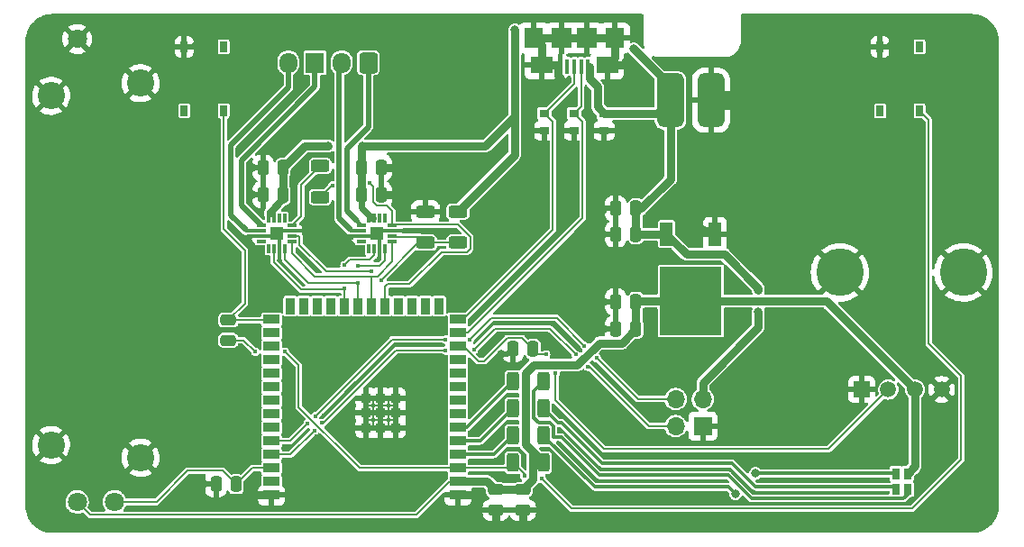
<source format=gtl>
G04 #@! TF.GenerationSoftware,KiCad,Pcbnew,(6.0.9)*
G04 #@! TF.CreationDate,2024-01-21T16:38:53-05:00*
G04 #@! TF.ProjectId,v1-USMX,76312d55-534d-4582-9e6b-696361645f70,rev?*
G04 #@! TF.SameCoordinates,Original*
G04 #@! TF.FileFunction,Copper,L1,Top*
G04 #@! TF.FilePolarity,Positive*
%FSLAX46Y46*%
G04 Gerber Fmt 4.6, Leading zero omitted, Abs format (unit mm)*
G04 Created by KiCad (PCBNEW (6.0.9)) date 2024-01-21 16:38:53*
%MOMM*%
%LPD*%
G01*
G04 APERTURE LIST*
G04 Aperture macros list*
%AMRoundRect*
0 Rectangle with rounded corners*
0 $1 Rounding radius*
0 $2 $3 $4 $5 $6 $7 $8 $9 X,Y pos of 4 corners*
0 Add a 4 corners polygon primitive as box body*
4,1,4,$2,$3,$4,$5,$6,$7,$8,$9,$2,$3,0*
0 Add four circle primitives for the rounded corners*
1,1,$1+$1,$2,$3*
1,1,$1+$1,$4,$5*
1,1,$1+$1,$6,$7*
1,1,$1+$1,$8,$9*
0 Add four rect primitives between the rounded corners*
20,1,$1+$1,$2,$3,$4,$5,0*
20,1,$1+$1,$4,$5,$6,$7,0*
20,1,$1+$1,$6,$7,$8,$9,0*
20,1,$1+$1,$8,$9,$2,$3,0*%
G04 Aperture macros list end*
G04 #@! TA.AperFunction,SMDPad,CuDef*
%ADD10RoundRect,0.250000X0.250000X0.475000X-0.250000X0.475000X-0.250000X-0.475000X0.250000X-0.475000X0*%
G04 #@! TD*
G04 #@! TA.AperFunction,SMDPad,CuDef*
%ADD11RoundRect,0.250000X-0.625000X0.312500X-0.625000X-0.312500X0.625000X-0.312500X0.625000X0.312500X0*%
G04 #@! TD*
G04 #@! TA.AperFunction,SMDPad,CuDef*
%ADD12R,0.400000X1.350000*%
G04 #@! TD*
G04 #@! TA.AperFunction,SMDPad,CuDef*
%ADD13R,2.100000X1.600000*%
G04 #@! TD*
G04 #@! TA.AperFunction,SMDPad,CuDef*
%ADD14R,1.800000X1.900000*%
G04 #@! TD*
G04 #@! TA.AperFunction,SMDPad,CuDef*
%ADD15R,1.900000X1.900000*%
G04 #@! TD*
G04 #@! TA.AperFunction,SMDPad,CuDef*
%ADD16R,0.850000X0.300000*%
G04 #@! TD*
G04 #@! TA.AperFunction,SMDPad,CuDef*
%ADD17R,0.300000X0.850000*%
G04 #@! TD*
G04 #@! TA.AperFunction,SMDPad,CuDef*
%ADD18R,1.250000X1.250000*%
G04 #@! TD*
G04 #@! TA.AperFunction,SMDPad,CuDef*
%ADD19R,1.500000X0.900000*%
G04 #@! TD*
G04 #@! TA.AperFunction,SMDPad,CuDef*
%ADD20R,0.900000X1.500000*%
G04 #@! TD*
G04 #@! TA.AperFunction,SMDPad,CuDef*
%ADD21R,0.900000X0.900000*%
G04 #@! TD*
G04 #@! TA.AperFunction,SMDPad,CuDef*
%ADD22RoundRect,0.250000X0.475000X-0.250000X0.475000X0.250000X-0.475000X0.250000X-0.475000X-0.250000X0*%
G04 #@! TD*
G04 #@! TA.AperFunction,ComponentPad*
%ADD23C,1.800000*%
G04 #@! TD*
G04 #@! TA.AperFunction,ComponentPad*
%ADD24C,2.550000*%
G04 #@! TD*
G04 #@! TA.AperFunction,SMDPad,CuDef*
%ADD25RoundRect,0.635000X0.635000X-1.905000X0.635000X1.905000X-0.635000X1.905000X-0.635000X-1.905000X0*%
G04 #@! TD*
G04 #@! TA.AperFunction,SMDPad,CuDef*
%ADD26RoundRect,0.250000X-0.250000X-0.475000X0.250000X-0.475000X0.250000X0.475000X-0.250000X0.475000X0*%
G04 #@! TD*
G04 #@! TA.AperFunction,SMDPad,CuDef*
%ADD27R,0.700000X1.000000*%
G04 #@! TD*
G04 #@! TA.AperFunction,SMDPad,CuDef*
%ADD28RoundRect,0.250000X0.312500X0.625000X-0.312500X0.625000X-0.312500X-0.625000X0.312500X-0.625000X0*%
G04 #@! TD*
G04 #@! TA.AperFunction,SMDPad,CuDef*
%ADD29R,0.950000X0.800000*%
G04 #@! TD*
G04 #@! TA.AperFunction,ComponentPad*
%ADD30R,1.500000X1.500000*%
G04 #@! TD*
G04 #@! TA.AperFunction,ComponentPad*
%ADD31C,1.500000*%
G04 #@! TD*
G04 #@! TA.AperFunction,ComponentPad*
%ADD32C,4.455000*%
G04 #@! TD*
G04 #@! TA.AperFunction,SMDPad,CuDef*
%ADD33RoundRect,0.250000X-0.312500X-0.625000X0.312500X-0.625000X0.312500X0.625000X-0.312500X0.625000X0*%
G04 #@! TD*
G04 #@! TA.AperFunction,SMDPad,CuDef*
%ADD34RoundRect,0.250000X-0.475000X0.250000X-0.475000X-0.250000X0.475000X-0.250000X0.475000X0.250000X0*%
G04 #@! TD*
G04 #@! TA.AperFunction,SMDPad,CuDef*
%ADD35R,1.200000X2.200000*%
G04 #@! TD*
G04 #@! TA.AperFunction,SMDPad,CuDef*
%ADD36R,5.800000X6.400000*%
G04 #@! TD*
G04 #@! TA.AperFunction,ComponentPad*
%ADD37O,1.700000X1.700000*%
G04 #@! TD*
G04 #@! TA.AperFunction,ComponentPad*
%ADD38R,1.700000X1.700000*%
G04 #@! TD*
G04 #@! TA.AperFunction,ComponentPad*
%ADD39O,1.700000X1.950000*%
G04 #@! TD*
G04 #@! TA.AperFunction,ComponentPad*
%ADD40R,1.700000X1.950000*%
G04 #@! TD*
G04 #@! TA.AperFunction,ComponentPad*
%ADD41RoundRect,0.250000X0.600000X0.725000X-0.600000X0.725000X-0.600000X-0.725000X0.600000X-0.725000X0*%
G04 #@! TD*
G04 #@! TA.AperFunction,SMDPad,CuDef*
%ADD42R,0.800000X1.000000*%
G04 #@! TD*
G04 #@! TA.AperFunction,ViaPad*
%ADD43C,0.400000*%
G04 #@! TD*
G04 #@! TA.AperFunction,ViaPad*
%ADD44C,0.800000*%
G04 #@! TD*
G04 #@! TA.AperFunction,Conductor*
%ADD45C,0.200000*%
G04 #@! TD*
G04 #@! TA.AperFunction,Conductor*
%ADD46C,0.300000*%
G04 #@! TD*
G04 #@! TA.AperFunction,Conductor*
%ADD47C,0.500000*%
G04 #@! TD*
G04 #@! TA.AperFunction,Conductor*
%ADD48C,0.800000*%
G04 #@! TD*
G04 #@! TA.AperFunction,Conductor*
%ADD49C,0.600000*%
G04 #@! TD*
G04 #@! TA.AperFunction,Conductor*
%ADD50C,0.700000*%
G04 #@! TD*
G04 #@! TA.AperFunction,Conductor*
%ADD51C,0.250000*%
G04 #@! TD*
G04 APERTURE END LIST*
D10*
X155890000Y-100965000D03*
X153990000Y-100965000D03*
D11*
X126238000Y-94549500D03*
X126238000Y-97474500D03*
D12*
X151404000Y-85205600D03*
X150754000Y-85205600D03*
X150104000Y-85205600D03*
X149454000Y-85205600D03*
X148804000Y-85205600D03*
D13*
X153204000Y-85080600D03*
X147004000Y-85080600D03*
D14*
X153904000Y-82530600D03*
X146304000Y-82530600D03*
D15*
X151304000Y-82530600D03*
X148904000Y-82530600D03*
D16*
X133000000Y-101634000D03*
X133000000Y-101134000D03*
X133000000Y-100634000D03*
X133000000Y-100134000D03*
D17*
X132300000Y-99434000D03*
X131800000Y-99434000D03*
X131300000Y-99434000D03*
X130800000Y-99434000D03*
D16*
X130100000Y-100134000D03*
X130100000Y-100634000D03*
X130100000Y-101134000D03*
X130100000Y-101634000D03*
D17*
X130800000Y-102334000D03*
X131300000Y-102334000D03*
X131800000Y-102334000D03*
X132300000Y-102334000D03*
D18*
X131550000Y-100884000D03*
D19*
X139170000Y-125476000D03*
X139170000Y-124206000D03*
X139170000Y-122936000D03*
X139170000Y-121666000D03*
X139170000Y-120396000D03*
X139170000Y-119126000D03*
X139170000Y-117856000D03*
X139170000Y-116586000D03*
X139170000Y-115316000D03*
X139170000Y-114046000D03*
X139170000Y-112776000D03*
X139170000Y-111506000D03*
X139170000Y-110236000D03*
X139170000Y-108966000D03*
D20*
X137405000Y-107716000D03*
X136135000Y-107716000D03*
X134865000Y-107716000D03*
X133595000Y-107716000D03*
X132325000Y-107716000D03*
X131055000Y-107716000D03*
X129785000Y-107716000D03*
X128515000Y-107716000D03*
X127245000Y-107716000D03*
X125975000Y-107716000D03*
X124705000Y-107716000D03*
X123435000Y-107716000D03*
D19*
X121670000Y-108966000D03*
X121670000Y-110236000D03*
X121670000Y-111506000D03*
X121670000Y-112776000D03*
X121670000Y-114046000D03*
X121670000Y-115316000D03*
X121670000Y-116586000D03*
X121670000Y-117856000D03*
X121670000Y-119126000D03*
X121670000Y-120396000D03*
X121670000Y-121666000D03*
X121670000Y-122936000D03*
X121670000Y-124206000D03*
X121670000Y-125476000D03*
D21*
X131920000Y-117756000D03*
X133320000Y-116356000D03*
X130520000Y-119156000D03*
X130520000Y-116356000D03*
X130520000Y-117756000D03*
X133320000Y-119156000D03*
X131920000Y-116356000D03*
X131920000Y-119156000D03*
X133320000Y-117756000D03*
D22*
X117602000Y-110932000D03*
X117602000Y-109032000D03*
D10*
X155890000Y-109855000D03*
X153990000Y-109855000D03*
D11*
X136122000Y-98847500D03*
X136122000Y-101772500D03*
D23*
X103406000Y-126123000D03*
X106906000Y-126123000D03*
X103406000Y-82623000D03*
D24*
X100956000Y-120773000D03*
X100956000Y-87973000D03*
X109356000Y-121973000D03*
X109356000Y-86773000D03*
D25*
X159131000Y-88392000D03*
X162941000Y-88392000D03*
D10*
X155890000Y-107315000D03*
X153990000Y-107315000D03*
D11*
X139170000Y-98847500D03*
X139170000Y-101772500D03*
D26*
X130092000Y-97262000D03*
X131992000Y-97262000D03*
D27*
X113466000Y-89360000D03*
X113466000Y-83360000D03*
X117166000Y-89360000D03*
X117166000Y-83360000D03*
D10*
X118342000Y-124460000D03*
X116442000Y-124460000D03*
X122757000Y-94722000D03*
X120857000Y-94722000D03*
D27*
X178825000Y-89375000D03*
X178825000Y-83375000D03*
X182525000Y-89375000D03*
X182525000Y-83375000D03*
D16*
X123606000Y-101634000D03*
X123606000Y-101134000D03*
X123606000Y-100634000D03*
X123606000Y-100134000D03*
D17*
X122906000Y-99434000D03*
X122406000Y-99434000D03*
X121906000Y-99434000D03*
X121406000Y-99434000D03*
D16*
X120706000Y-100134000D03*
X120706000Y-100634000D03*
X120706000Y-101134000D03*
X120706000Y-101634000D03*
D17*
X121406000Y-102334000D03*
X121906000Y-102334000D03*
X122406000Y-102334000D03*
X122906000Y-102334000D03*
D18*
X122156000Y-100884000D03*
D28*
X147236500Y-122428000D03*
X144311500Y-122428000D03*
D29*
X147320000Y-89624000D03*
X147320000Y-91224000D03*
D10*
X122757000Y-97262000D03*
X120857000Y-97262000D03*
D30*
X177098000Y-115563000D03*
D31*
X179598000Y-115563000D03*
X182098000Y-115563000D03*
X184598000Y-115563000D03*
D32*
X175048000Y-104563000D03*
X186648000Y-104563000D03*
D33*
X144311500Y-117348000D03*
X147236500Y-117348000D03*
D34*
X145266000Y-124968000D03*
X145266000Y-126868000D03*
D35*
X163316000Y-100956000D03*
D36*
X161036000Y-107256000D03*
D35*
X158756000Y-100956000D03*
D37*
X162179000Y-116459000D03*
D38*
X162179000Y-118999000D03*
D37*
X159639000Y-116459000D03*
X159639000Y-118999000D03*
D29*
X152908000Y-89624000D03*
X152908000Y-91224000D03*
D26*
X130092000Y-94722000D03*
X131992000Y-94722000D03*
D10*
X144338000Y-111760000D03*
X146238000Y-111760000D03*
D39*
X123250000Y-84853000D03*
D40*
X125750000Y-84853000D03*
D39*
X128250000Y-84853000D03*
D41*
X130750000Y-84853000D03*
D34*
X142726000Y-124968000D03*
X142726000Y-126868000D03*
D33*
X144311500Y-114808000D03*
X147236500Y-114808000D03*
D10*
X155890000Y-98552000D03*
X153990000Y-98552000D03*
D29*
X150104000Y-89624000D03*
X150104000Y-91224000D03*
D33*
X144311500Y-119888000D03*
X147236500Y-119888000D03*
D42*
X181398000Y-123456000D03*
X181398000Y-124956000D03*
X180298000Y-124956000D03*
X180298000Y-123456000D03*
D43*
X174117000Y-124079000D03*
X143383000Y-86868000D03*
X145288000Y-109355500D03*
X145923000Y-110490000D03*
X140283163Y-110852477D03*
X140688200Y-111787800D03*
X141478000Y-114427000D03*
D44*
X143256000Y-112268000D03*
D43*
X151066853Y-111442853D03*
X150234496Y-112275210D03*
X156972000Y-117475000D03*
X140716000Y-108839000D03*
X137287000Y-111379000D03*
X142367000Y-115697000D03*
X138020498Y-111887000D03*
X138025293Y-110871000D03*
X152197518Y-112573517D03*
X151365161Y-113405875D03*
X126527700Y-118018700D03*
X126400700Y-118709300D03*
X125765700Y-118074300D03*
X125694300Y-119415700D03*
X125059300Y-118780700D03*
X123444000Y-120895500D03*
X180848000Y-116840000D03*
X148590000Y-122555000D03*
D44*
X167386000Y-108255500D03*
X167386000Y-106256500D03*
X144526000Y-81788000D03*
X127011000Y-92699000D03*
X155702000Y-83566000D03*
X130186000Y-92699000D03*
X150104000Y-92456000D03*
D43*
X131219800Y-117068600D03*
D44*
X142726000Y-127950000D03*
X119866000Y-125476000D03*
D43*
X121666000Y-86233000D03*
X120650000Y-102489000D03*
X131550000Y-100884000D03*
D44*
X114554000Y-83312000D03*
D43*
X126238000Y-95885000D03*
D44*
X119841000Y-97262000D03*
D43*
X137287000Y-121920000D03*
D44*
X147320000Y-92456000D03*
X119841000Y-94722000D03*
D43*
X132207000Y-86233000D03*
X132616800Y-117068600D03*
X122428000Y-103174800D03*
X122156000Y-100884000D03*
D44*
X140694000Y-125476000D03*
D43*
X156337000Y-123063500D03*
X188214000Y-127889000D03*
X123698000Y-99060000D03*
X122936000Y-113538000D03*
X123571000Y-106426000D03*
X140970000Y-122301000D03*
D44*
X152781000Y-98679000D03*
D43*
X124460000Y-100634800D03*
D44*
X162184000Y-100584000D03*
D43*
X157226000Y-108458000D03*
D44*
X165481000Y-87884000D03*
D43*
X133302600Y-117068600D03*
X130508600Y-118440200D03*
X131752200Y-103304200D03*
X163957000Y-125730000D03*
X142113000Y-120904000D03*
X108585000Y-126746000D03*
X131931000Y-118440200D03*
X144399000Y-107950000D03*
X125349000Y-103759000D03*
X118618000Y-92964000D03*
D44*
X133074000Y-94722000D03*
D43*
X134620000Y-104267000D03*
D44*
X136144000Y-97536000D03*
D43*
X129286000Y-86360000D03*
D44*
X152908000Y-92456000D03*
D43*
X131219800Y-119151400D03*
X122936000Y-109347000D03*
X119888000Y-110109000D03*
D44*
X133074000Y-97262000D03*
X165481000Y-88900000D03*
D43*
X134620000Y-106299000D03*
X124460000Y-86233000D03*
X119888000Y-108077000D03*
X132616800Y-116357400D03*
X132616800Y-118440200D03*
X131219800Y-118440200D03*
D44*
X152781000Y-100965000D03*
D43*
X119684800Y-101244400D03*
X148717000Y-117983000D03*
X137287000Y-123825000D03*
X143002000Y-123698000D03*
X133908800Y-100634800D03*
X100965000Y-127762000D03*
X129222700Y-101282700D03*
D44*
X115316000Y-124460000D03*
X148844000Y-86360000D03*
D43*
X131905600Y-117068600D03*
X133328000Y-118440200D03*
X148717000Y-100711000D03*
X132616800Y-117754400D03*
X131219800Y-116357400D03*
D44*
X145266000Y-127950000D03*
D43*
X130508600Y-117068600D03*
D44*
X179832000Y-83312000D03*
D43*
X131219800Y-117754400D03*
X141986000Y-118364000D03*
D44*
X154940000Y-84836000D03*
D43*
X183515000Y-123698000D03*
D44*
X152908000Y-109855000D03*
D43*
X132616800Y-119151400D03*
X137287000Y-109347000D03*
D44*
X152908000Y-107315000D03*
D43*
X156337000Y-124164500D03*
X120142000Y-112014000D03*
X147044000Y-123952000D03*
X145414918Y-123688418D03*
X122936000Y-112014000D03*
X131064000Y-104418002D03*
X131945505Y-105288808D03*
X127366500Y-96393000D03*
X130902750Y-96173250D03*
X128524000Y-103886000D03*
X128515000Y-106053008D03*
X129785000Y-103918502D03*
X129785000Y-105544508D03*
D44*
X165232470Y-125343530D03*
X167132000Y-123444000D03*
D43*
X147447000Y-112268000D03*
X148336000Y-114049594D03*
D45*
X186436000Y-122174000D02*
X186436000Y-114300000D01*
X183388000Y-111252000D02*
X183388000Y-90238000D01*
X181864000Y-126746000D02*
X186436000Y-122174000D01*
X186436000Y-114300000D02*
X183388000Y-111252000D01*
X149838000Y-126746000D02*
X181864000Y-126746000D01*
X147044000Y-123952000D02*
X149838000Y-126746000D01*
X183388000Y-90238000D02*
X182525000Y-89375000D01*
X152908000Y-121158000D02*
X174003000Y-121158000D01*
X148336000Y-116586000D02*
X152908000Y-121158000D01*
X148336000Y-114049594D02*
X148336000Y-116586000D01*
X174003000Y-121158000D02*
X179598000Y-115563000D01*
D46*
X181398000Y-125434000D02*
X181398000Y-124956000D01*
X181026000Y-125806000D02*
X181398000Y-125434000D01*
X164561894Y-123613000D02*
X166754894Y-125806000D01*
X152457818Y-123613000D02*
X164561894Y-123613000D01*
X148891346Y-120046528D02*
X152457818Y-123613000D01*
X166754894Y-125806000D02*
X181026000Y-125806000D01*
X146765472Y-118663000D02*
X147797528Y-118663000D01*
X148149000Y-120046528D02*
X148891346Y-120046528D01*
X146324000Y-118221528D02*
X146765472Y-118663000D01*
X148149000Y-119014472D02*
X148149000Y-120046528D01*
X146324000Y-115720500D02*
X146324000Y-118221528D01*
X147797528Y-118663000D02*
X148149000Y-119014472D01*
X147236500Y-114808000D02*
X146324000Y-115720500D01*
X180286000Y-123444000D02*
X180298000Y-123456000D01*
X167132000Y-123444000D02*
X180286000Y-123444000D01*
D45*
X142621000Y-109855000D02*
X147814286Y-109855000D01*
X140688200Y-111787800D02*
X142621000Y-109855000D01*
X147814286Y-109855000D02*
X150234496Y-112275210D01*
X148463000Y-108839000D02*
X151066853Y-111442853D01*
X142296640Y-108839000D02*
X148463000Y-108839000D01*
X140283163Y-110852477D02*
X142296640Y-108839000D01*
X141097000Y-112903000D02*
X139700000Y-111506000D01*
X146238000Y-111760000D02*
X145213000Y-110735000D01*
X141631050Y-112903000D02*
X141097000Y-112903000D01*
X145213000Y-110735000D02*
X143799050Y-110735000D01*
X139700000Y-111506000D02*
X139170000Y-111506000D01*
X143799050Y-110735000D02*
X141631050Y-112903000D01*
D47*
X143256000Y-112268000D02*
X143830000Y-112268000D01*
X143830000Y-112268000D02*
X144338000Y-111760000D01*
D45*
X147447000Y-112268000D02*
X146746000Y-112268000D01*
X146746000Y-112268000D02*
X146238000Y-111760000D01*
X133366507Y-111887000D02*
X138020498Y-111887000D01*
X126544207Y-118709300D02*
X133366507Y-111887000D01*
X126400700Y-118709300D02*
X126544207Y-118709300D01*
X132969000Y-110871000D02*
X138025293Y-110871000D01*
X125765700Y-118074300D02*
X132969000Y-110871000D01*
X123444000Y-121666000D02*
X121670000Y-121666000D01*
X125694300Y-119415700D02*
X123444000Y-121666000D01*
X125059300Y-118780700D02*
X123444000Y-120396000D01*
X123444000Y-120396000D02*
X121670000Y-120396000D01*
X156083000Y-116459000D02*
X159639000Y-116459000D01*
X152197518Y-112573517D02*
X156083000Y-116459000D01*
X151505875Y-113405875D02*
X157099000Y-118999000D01*
X151365161Y-113405875D02*
X151505875Y-113405875D01*
X157099000Y-118999000D02*
X159639000Y-118999000D01*
X148082000Y-91937000D02*
X148095000Y-91924000D01*
X148082000Y-100584000D02*
X148082000Y-91937000D01*
X148095000Y-90399000D02*
X147320000Y-89624000D01*
X139700000Y-108966000D02*
X148082000Y-100584000D01*
X148095000Y-91924000D02*
X148095000Y-90399000D01*
X139170000Y-108966000D02*
X139700000Y-108966000D01*
D46*
X164931000Y-122513000D02*
X167132000Y-124714000D01*
X167132000Y-124714000D02*
X180056000Y-124714000D01*
X148944818Y-118703000D02*
X152754818Y-122513000D01*
X152754818Y-122513000D02*
X164931000Y-122513000D01*
X148591500Y-118703000D02*
X148944818Y-118703000D01*
X180056000Y-124714000D02*
X180298000Y-124956000D01*
X147236500Y-117348000D02*
X148591500Y-118703000D01*
D48*
X164197000Y-102856000D02*
X160656000Y-102856000D01*
X167386000Y-106256500D02*
X167386000Y-106045000D01*
X160656000Y-102856000D02*
X158756000Y-100956000D01*
X167386000Y-106045000D02*
X164197000Y-102856000D01*
X167386000Y-109728000D02*
X162179000Y-114935000D01*
X167386000Y-108255500D02*
X167386000Y-109728000D01*
X162179000Y-114935000D02*
X162179000Y-116459000D01*
X141743000Y-92699000D02*
X144526000Y-89916000D01*
X130186000Y-92699000D02*
X141743000Y-92699000D01*
X144526000Y-93491500D02*
X139170000Y-98847500D01*
X144526000Y-81788000D02*
X144526000Y-93491500D01*
D46*
X147236500Y-119947318D02*
X147236500Y-119888000D01*
X164602940Y-124714000D02*
X152003182Y-124714000D01*
X165232470Y-125343530D02*
X164602940Y-124714000D01*
X152003182Y-124714000D02*
X147236500Y-119947318D01*
D48*
X151554000Y-86317000D02*
X151554000Y-85979000D01*
X124780000Y-92699000D02*
X122757000Y-94722000D01*
X159131000Y-88392000D02*
X157899000Y-89624000D01*
D46*
X121406000Y-99193000D02*
X121406000Y-99434000D01*
D48*
X130092000Y-97262000D02*
X130092000Y-97602000D01*
D49*
X131064000Y-99434000D02*
X130092000Y-98462000D01*
D48*
X159131000Y-95819000D02*
X159131000Y-88392000D01*
D49*
X131064000Y-99434000D02*
X131173200Y-99434000D01*
D46*
X121906000Y-99434000D02*
X121906000Y-98560000D01*
D50*
X121539000Y-98911000D02*
X121539000Y-99060000D01*
D48*
X159131000Y-86995000D02*
X159131000Y-88392000D01*
X127011000Y-92699000D02*
X124780000Y-92699000D01*
X151511000Y-86360000D02*
X151554000Y-86317000D01*
X155890000Y-100965000D02*
X157099000Y-100965000D01*
D50*
X122757000Y-97693000D02*
X121539000Y-98911000D01*
D48*
X152273000Y-88989000D02*
X152273000Y-87122000D01*
X155702000Y-83566000D02*
X159131000Y-86995000D01*
X156398000Y-98552000D02*
X159131000Y-95819000D01*
D46*
X121539000Y-99060000D02*
X121406000Y-99193000D01*
D48*
X157899000Y-89624000D02*
X152908000Y-89624000D01*
X152908000Y-89624000D02*
X152273000Y-88989000D01*
X122757000Y-97262000D02*
X122757000Y-97693000D01*
X157108000Y-100956000D02*
X158756000Y-100956000D01*
X122757000Y-94722000D02*
X122757000Y-97262000D01*
X130092000Y-94722000D02*
X130092000Y-97262000D01*
X130186000Y-92699000D02*
X130092000Y-92793000D01*
X152273000Y-87122000D02*
X151511000Y-86360000D01*
X155890000Y-98552000D02*
X155890000Y-100965000D01*
X157099000Y-100965000D02*
X157108000Y-100956000D01*
X130092000Y-92793000D02*
X130092000Y-94722000D01*
X155890000Y-98552000D02*
X156398000Y-98552000D01*
D49*
X130092000Y-98462000D02*
X130092000Y-97602000D01*
D48*
X151554000Y-85979000D02*
X151554000Y-85217000D01*
D45*
X131219800Y-118440200D02*
X130508600Y-118440200D01*
D48*
X145266000Y-126868000D02*
X145266000Y-127950000D01*
D46*
X129222700Y-101282700D02*
X129371400Y-101134000D01*
D47*
X147320000Y-91224000D02*
X147320000Y-92456000D01*
D48*
X163449000Y-87884000D02*
X162941000Y-88392000D01*
D46*
X131800000Y-103256400D02*
X131800000Y-102334000D01*
X121906000Y-101134000D02*
X122156000Y-100884000D01*
D48*
X148590000Y-86106000D02*
X148590000Y-85598000D01*
D46*
X129371400Y-101134000D02*
X130100000Y-101134000D01*
D45*
X133328000Y-118440200D02*
X132616800Y-118440200D01*
X136122000Y-97558000D02*
X136144000Y-97536000D01*
D46*
X122406000Y-101134000D02*
X122156000Y-100884000D01*
D47*
X152908000Y-91224000D02*
X152908000Y-92456000D01*
D45*
X133302600Y-117068600D02*
X132616800Y-117068600D01*
D47*
X119841000Y-94722000D02*
X120857000Y-94722000D01*
D46*
X133000800Y-100634800D02*
X133000000Y-100634000D01*
D45*
X132616800Y-117068600D02*
X132616800Y-116357400D01*
X115316000Y-124460000D02*
X116442000Y-124460000D01*
X132616800Y-118440200D02*
X132616800Y-117754400D01*
D46*
X123606800Y-100634800D02*
X123606000Y-100634000D01*
D48*
X153904000Y-82530600D02*
X153904000Y-84380600D01*
X148904000Y-82530600D02*
X151304000Y-82530600D01*
D46*
X122406000Y-102334000D02*
X122406000Y-101134000D01*
D45*
X114506000Y-83360000D02*
X114554000Y-83312000D01*
D47*
X150104000Y-91224000D02*
X150104000Y-92456000D01*
D46*
X133908800Y-100634800D02*
X133000800Y-100634800D01*
D48*
X147004000Y-85080600D02*
X147004000Y-83230600D01*
D45*
X131219800Y-117754400D02*
X131219800Y-117068600D01*
D46*
X122428000Y-103174800D02*
X122428000Y-102356000D01*
D48*
X151304000Y-82530600D02*
X153904000Y-82530600D01*
D45*
X132616800Y-117754400D02*
X132616800Y-117068600D01*
D46*
X122428000Y-102356000D02*
X122406000Y-102334000D01*
D47*
X162184000Y-100584000D02*
X162944000Y-100584000D01*
D45*
X131219800Y-118440200D02*
X131219800Y-117754400D01*
D48*
X148590000Y-85090000D02*
X147013400Y-85090000D01*
D46*
X124460000Y-100634800D02*
X123606800Y-100634800D01*
D47*
X152908000Y-107315000D02*
X153990000Y-107315000D01*
D45*
X131219800Y-119151400D02*
X131219800Y-118440200D01*
D47*
X152781000Y-100965000D02*
X153990000Y-100965000D01*
D46*
X120706000Y-101134000D02*
X121906000Y-101134000D01*
D51*
X178888000Y-83312000D02*
X178825000Y-83375000D01*
D48*
X163449000Y-88900000D02*
X162941000Y-88392000D01*
D46*
X130100000Y-101134000D02*
X131300000Y-101134000D01*
D48*
X154695400Y-85080600D02*
X153204000Y-85080600D01*
X131992000Y-94722000D02*
X133074000Y-94722000D01*
D46*
X123606000Y-100634000D02*
X122406000Y-100634000D01*
D48*
X121670000Y-125476000D02*
X119866000Y-125476000D01*
D46*
X131300000Y-101134000D02*
X131550000Y-100884000D01*
D48*
X165481000Y-87884000D02*
X163449000Y-87884000D01*
D45*
X131219800Y-117068600D02*
X131219800Y-116357400D01*
D48*
X142726000Y-126868000D02*
X142726000Y-127950000D01*
D47*
X119841000Y-97262000D02*
X120857000Y-97262000D01*
D45*
X131905600Y-117068600D02*
X131219800Y-117068600D01*
X132616800Y-119151400D02*
X132616800Y-118440200D01*
D48*
X147013400Y-85090000D02*
X147004000Y-85080600D01*
X139170000Y-125476000D02*
X140694000Y-125476000D01*
X165481000Y-88900000D02*
X163449000Y-88900000D01*
X148844000Y-86360000D02*
X148590000Y-86106000D01*
D45*
X132616800Y-117068600D02*
X131905600Y-117068600D01*
D46*
X131800000Y-102334000D02*
X131800000Y-101134000D01*
D45*
X136122000Y-98847500D02*
X136122000Y-97558000D01*
D51*
X179832000Y-83312000D02*
X178888000Y-83312000D01*
D45*
X131219800Y-117068600D02*
X130508600Y-117068600D01*
X132616800Y-118440200D02*
X131931000Y-118440200D01*
D46*
X119795200Y-101134000D02*
X119684800Y-101244400D01*
D45*
X131931000Y-118440200D02*
X131219800Y-118440200D01*
D48*
X146304000Y-82530600D02*
X148904000Y-82530600D01*
D46*
X131800000Y-100634000D02*
X131550000Y-100884000D01*
D48*
X147004000Y-83230600D02*
X146304000Y-82530600D01*
D47*
X152781000Y-98679000D02*
X152908000Y-98552000D01*
D48*
X154940000Y-84836000D02*
X154695400Y-85080600D01*
X131992000Y-97262000D02*
X133074000Y-97262000D01*
D46*
X133000000Y-100634000D02*
X131800000Y-100634000D01*
D48*
X153904000Y-84380600D02*
X153204000Y-85080600D01*
D47*
X152908000Y-98552000D02*
X153990000Y-98552000D01*
D46*
X120706000Y-101134000D02*
X119795200Y-101134000D01*
X131752200Y-103304200D02*
X131800000Y-103256400D01*
X122406000Y-100634000D02*
X122156000Y-100884000D01*
D45*
X113466000Y-83360000D02*
X114506000Y-83360000D01*
D46*
X131800000Y-101134000D02*
X131550000Y-100884000D01*
D47*
X152908000Y-109855000D02*
X153990000Y-109855000D01*
D45*
X104648000Y-127323000D02*
X135313000Y-127323000D01*
X135313000Y-127323000D02*
X138430000Y-124206000D01*
X104606000Y-127323000D02*
X104648000Y-127323000D01*
X103406000Y-126123000D02*
X104606000Y-127323000D01*
D48*
X182098000Y-115563000D02*
X182098000Y-122756000D01*
X141898000Y-124206000D02*
X142726000Y-124968000D01*
X139170000Y-124206000D02*
X141898000Y-124206000D01*
D45*
X138430000Y-124206000D02*
X139170000Y-124206000D01*
D48*
X152460371Y-111180000D02*
X150390277Y-113250094D01*
X161036000Y-107256000D02*
X173791000Y-107256000D01*
X150390277Y-113250094D02*
X146315906Y-113250094D01*
X155890000Y-109855000D02*
X155890000Y-109882082D01*
X146224000Y-121415500D02*
X147236500Y-122428000D01*
X155890000Y-109882082D02*
X154592082Y-111180000D01*
X146315906Y-113250094D02*
X145520000Y-114046000D01*
X146224000Y-121415500D02*
X146224000Y-124010000D01*
X155890000Y-107315000D02*
X155890000Y-109855000D01*
X154592082Y-111180000D02*
X152460371Y-111180000D01*
X142726000Y-124968000D02*
X145266000Y-124968000D01*
X155949000Y-107256000D02*
X155890000Y-107315000D01*
X173791000Y-107256000D02*
X182098000Y-115563000D01*
X146224000Y-124010000D02*
X145266000Y-124968000D01*
X145520000Y-120711500D02*
X146224000Y-121415500D01*
X182098000Y-122756000D02*
X181398000Y-123456000D01*
X161036000Y-107256000D02*
X155949000Y-107256000D01*
X145520000Y-114046000D02*
X145520000Y-120711500D01*
D45*
X119060000Y-110932000D02*
X117602000Y-110932000D01*
X145414918Y-123531418D02*
X144311500Y-122428000D01*
X124206000Y-117221000D02*
X129921000Y-122936000D01*
X143803500Y-122936000D02*
X144311500Y-122428000D01*
X145414918Y-123688418D02*
X145414918Y-123531418D01*
X120142000Y-112014000D02*
X119060000Y-110932000D01*
X122936000Y-112014000D02*
X124206000Y-113284000D01*
X124206000Y-113284000D02*
X124206000Y-117221000D01*
X143234000Y-122936000D02*
X143803500Y-122936000D01*
X139170000Y-122936000D02*
X143234000Y-122936000D01*
X129921000Y-122936000D02*
X139170000Y-122936000D01*
X117166000Y-100491000D02*
X119150000Y-102475000D01*
X119150000Y-102475000D02*
X119150000Y-107484000D01*
X119150000Y-107484000D02*
X117602000Y-109032000D01*
X117602000Y-109032000D02*
X121604000Y-109032000D01*
X117166000Y-89360000D02*
X117166000Y-100491000D01*
X121604000Y-109032000D02*
X121670000Y-108966000D01*
X140120000Y-110236000D02*
X150876000Y-99480000D01*
X150876000Y-99480000D02*
X150876000Y-93911000D01*
X150879000Y-90399000D02*
X150104000Y-89624000D01*
X150879000Y-93911000D02*
X150879000Y-90399000D01*
X150754000Y-85205600D02*
X150754000Y-88974000D01*
X150754000Y-88974000D02*
X150104000Y-89624000D01*
X139170000Y-110236000D02*
X140120000Y-110236000D01*
X150104000Y-85205600D02*
X150104000Y-86840000D01*
X150104000Y-86840000D02*
X147320000Y-89624000D01*
X123606000Y-102778000D02*
X123606000Y-101634000D01*
X131055000Y-107716000D02*
X131055000Y-104917502D01*
X131055000Y-104917502D02*
X125745502Y-104917502D01*
X133000000Y-103528893D02*
X133000000Y-101634000D01*
X131055000Y-104917502D02*
X131611391Y-104917502D01*
X125745502Y-104917502D02*
X123606000Y-102778000D01*
X131611391Y-104917502D02*
X133000000Y-103528893D01*
X133000000Y-101134000D02*
X133059600Y-101193600D01*
X126770002Y-104418002D02*
X124307800Y-101955800D01*
X124234600Y-101134000D02*
X123606000Y-101134000D01*
X131945505Y-105288808D02*
X135461813Y-101772500D01*
X133059600Y-101193600D02*
X135543100Y-101193600D01*
X131064000Y-104418002D02*
X126770002Y-104418002D01*
X124307800Y-101207200D02*
X124234600Y-101134000D01*
X135461813Y-101772500D02*
X136122000Y-101772500D01*
X135543100Y-101193600D02*
X136122000Y-101772500D01*
X124307800Y-101955800D02*
X124307800Y-101207200D01*
X136122000Y-101772500D02*
X139170000Y-101772500D01*
X133000000Y-98817183D02*
X133000000Y-100134000D01*
X127366500Y-96393000D02*
X127319500Y-96393000D01*
X127319500Y-96393000D02*
X126238000Y-97474500D01*
X140345000Y-101232183D02*
X140345000Y-102312817D01*
X131514183Y-98287000D02*
X132469817Y-98287000D01*
X137627000Y-102635000D02*
X134598000Y-105664000D01*
X132469817Y-98287000D02*
X133000000Y-98817183D01*
X134598000Y-105664000D02*
X132566000Y-105664000D01*
X139188817Y-100076000D02*
X140345000Y-101232183D01*
X131192000Y-96462500D02*
X131192000Y-97964817D01*
X133058000Y-100076000D02*
X139188817Y-100076000D01*
X130902750Y-96173250D02*
X131192000Y-96462500D01*
X133000000Y-100134000D02*
X133058000Y-100076000D01*
X132325000Y-105905000D02*
X132325000Y-107716000D01*
X140345000Y-102312817D02*
X140022817Y-102635000D01*
X132566000Y-105664000D02*
X132325000Y-105905000D01*
X140022817Y-102635000D02*
X137627000Y-102635000D01*
X131192000Y-97964817D02*
X131514183Y-98287000D01*
D47*
X130750000Y-90865000D02*
X130750000Y-84853000D01*
D46*
X130100000Y-100134000D02*
X129667000Y-99701000D01*
D47*
X129667000Y-99701000D02*
X128716000Y-98750000D01*
X128716000Y-98750000D02*
X128716000Y-92899000D01*
X128716000Y-92899000D02*
X130750000Y-90865000D01*
X128250000Y-84853000D02*
X128016000Y-85087000D01*
X128016000Y-85087000D02*
X128016000Y-99491000D01*
D46*
X130100000Y-100634000D02*
X129159000Y-100634000D01*
D47*
X128016000Y-99491000D02*
X129090936Y-100565936D01*
D45*
X128515000Y-106053008D02*
X128515000Y-107716000D01*
X124438000Y-106172000D02*
X121869200Y-103603200D01*
X130884600Y-103378000D02*
X131300000Y-102962600D01*
X121869200Y-103603200D02*
X121869200Y-102370800D01*
X128515000Y-106053008D02*
X128396008Y-106172000D01*
X129032000Y-103378000D02*
X130884600Y-103378000D01*
X121869200Y-102370800D02*
X121906000Y-102334000D01*
X128396008Y-106172000D02*
X124438000Y-106172000D01*
X128524000Y-103886000D02*
X129032000Y-103378000D01*
X131300000Y-102962600D02*
X131300000Y-102334000D01*
X129785000Y-105544508D02*
X125102508Y-105544508D01*
X122936000Y-102364000D02*
X122906000Y-102334000D01*
X122936000Y-103378000D02*
X122936000Y-102364000D01*
X129785000Y-103918502D02*
X131845005Y-103918502D01*
X132300000Y-103463507D02*
X132300000Y-102334000D01*
X125102508Y-105544508D02*
X122936000Y-103378000D01*
X129785000Y-105544508D02*
X129785000Y-107186000D01*
X129785000Y-107186000D02*
X129785000Y-107716000D01*
X131845005Y-103918502D02*
X132300000Y-103463507D01*
X124438000Y-96349500D02*
X126238000Y-94549500D01*
X123606000Y-100134000D02*
X124438000Y-99302000D01*
X124438000Y-99302000D02*
X124438000Y-96349500D01*
D47*
X118850000Y-94002000D02*
X118850000Y-98276000D01*
X118850000Y-98276000D02*
X120608000Y-100034000D01*
X120608000Y-100034000D02*
X120706000Y-100034000D01*
X125750000Y-87102000D02*
X118850000Y-94002000D01*
X125750000Y-84853000D02*
X125750000Y-87102000D01*
X117834000Y-99165000D02*
X117834000Y-92605000D01*
X117834000Y-92605000D02*
X123250000Y-87189000D01*
D46*
X119253000Y-100584000D02*
X119303000Y-100634000D01*
X119303000Y-100634000D02*
X120706000Y-100634000D01*
D47*
X123250000Y-87189000D02*
X123250000Y-84853000D01*
X119253000Y-100584000D02*
X117834000Y-99165000D01*
D45*
X139170000Y-119126000D02*
X139993500Y-119126000D01*
D46*
X139993500Y-119126000D02*
X144311500Y-114808000D01*
X141263500Y-120396000D02*
X144311500Y-117348000D01*
X139170000Y-120396000D02*
X141263500Y-120396000D01*
X139170000Y-121666000D02*
X142533500Y-121666000D01*
X142533500Y-121666000D02*
X144311500Y-119888000D01*
D45*
X110859000Y-126123000D02*
X106906000Y-126123000D01*
X118342000Y-124460000D02*
X117072000Y-123190000D01*
X113792000Y-123190000D02*
X110859000Y-126123000D01*
X117072000Y-123190000D02*
X113792000Y-123190000D01*
X119866000Y-122936000D02*
X118342000Y-124460000D01*
X121670000Y-122936000D02*
X119866000Y-122936000D01*
G04 #@! TA.AperFunction,Conductor*
G36*
X156532121Y-80285002D02*
G01*
X156578614Y-80338658D01*
X156590000Y-80391000D01*
X156590000Y-82793179D01*
X156589032Y-82804000D01*
X156586105Y-82804000D01*
X156601667Y-83021584D01*
X156602623Y-83025978D01*
X156633783Y-83169217D01*
X156648036Y-83234739D01*
X156689542Y-83346020D01*
X156700254Y-83374741D01*
X156705318Y-83445556D01*
X156671293Y-83507868D01*
X156608981Y-83541894D01*
X156538165Y-83536829D01*
X156493103Y-83507868D01*
X156160297Y-83175062D01*
X156149429Y-83162671D01*
X156135305Y-83144264D01*
X156130282Y-83137718D01*
X156004841Y-83041464D01*
X155874655Y-82987539D01*
X155866391Y-82984116D01*
X155858762Y-82980956D01*
X155702000Y-82960318D01*
X155545238Y-82980956D01*
X155537609Y-82984116D01*
X155486218Y-83005403D01*
X155415629Y-83012992D01*
X155352141Y-82981213D01*
X155315914Y-82920155D01*
X155312000Y-82888994D01*
X155312000Y-82802715D01*
X155307525Y-82787476D01*
X155306135Y-82786271D01*
X155298452Y-82784600D01*
X151576115Y-82784600D01*
X151560876Y-82789075D01*
X151559671Y-82790465D01*
X151558000Y-82798148D01*
X151558000Y-83970484D01*
X151562475Y-83985723D01*
X151563865Y-83986928D01*
X151567309Y-83987677D01*
X151629621Y-84021702D01*
X151663646Y-84084015D01*
X151658508Y-84155027D01*
X151655522Y-84162991D01*
X151651895Y-84178249D01*
X151647608Y-84217708D01*
X151620366Y-84283270D01*
X151562003Y-84323696D01*
X151522345Y-84330100D01*
X151184252Y-84330100D01*
X151125769Y-84341733D01*
X151121888Y-84344326D01*
X151056630Y-84351343D01*
X151038761Y-84346096D01*
X151032231Y-84341733D01*
X150973748Y-84330100D01*
X150534252Y-84330100D01*
X150475769Y-84341733D01*
X150471888Y-84344326D01*
X150406630Y-84351343D01*
X150388761Y-84346096D01*
X150382231Y-84341733D01*
X150323748Y-84330100D01*
X149884252Y-84330100D01*
X149825769Y-84341733D01*
X149821888Y-84344326D01*
X149756630Y-84351343D01*
X149738761Y-84346096D01*
X149732231Y-84341733D01*
X149673748Y-84330100D01*
X149551646Y-84330100D01*
X149483525Y-84310098D01*
X149450820Y-84279665D01*
X149383743Y-84190165D01*
X149358895Y-84123659D01*
X149373948Y-84054276D01*
X149424122Y-84004046D01*
X149484569Y-83988600D01*
X149898668Y-83988599D01*
X149905490Y-83988229D01*
X149956352Y-83982705D01*
X149971604Y-83979079D01*
X150059770Y-83946027D01*
X150130578Y-83940844D01*
X150148230Y-83946027D01*
X150236394Y-83979078D01*
X150251649Y-83982705D01*
X150302514Y-83988231D01*
X150309328Y-83988600D01*
X151031885Y-83988599D01*
X151047124Y-83984124D01*
X151048329Y-83982734D01*
X151050000Y-83975051D01*
X151050000Y-82802715D01*
X151045525Y-82787476D01*
X151044135Y-82786271D01*
X151036452Y-82784600D01*
X149176115Y-82784600D01*
X149160876Y-82789075D01*
X149159671Y-82790465D01*
X149158000Y-82798148D01*
X149158000Y-83902600D01*
X149137998Y-83970721D01*
X149084342Y-84017214D01*
X149032000Y-84028600D01*
X149022115Y-84028600D01*
X149006876Y-84033075D01*
X149005671Y-84034465D01*
X149004000Y-84042148D01*
X149004000Y-86370484D01*
X149008475Y-86385723D01*
X149009865Y-86386928D01*
X149017548Y-86388599D01*
X149048669Y-86388599D01*
X149055490Y-86388229D01*
X149106352Y-86382705D01*
X149121604Y-86379079D01*
X149242054Y-86333924D01*
X149257649Y-86325386D01*
X149359724Y-86248885D01*
X149372285Y-86236324D01*
X149450820Y-86131535D01*
X149507679Y-86089020D01*
X149551646Y-86081100D01*
X149673748Y-86081100D01*
X149673748Y-86082970D01*
X149734889Y-86094558D01*
X149786424Y-86143392D01*
X149803500Y-86206730D01*
X149803500Y-86663338D01*
X149783498Y-86731459D01*
X149766595Y-86752433D01*
X147532434Y-88986595D01*
X147470122Y-89020620D01*
X147443339Y-89023500D01*
X146825252Y-89023500D01*
X146819184Y-89024707D01*
X146778939Y-89032712D01*
X146778938Y-89032712D01*
X146766769Y-89035133D01*
X146700448Y-89079448D01*
X146656133Y-89145769D01*
X146653712Y-89157938D01*
X146653712Y-89157939D01*
X146648967Y-89181796D01*
X146644500Y-89204252D01*
X146644500Y-90043748D01*
X146645707Y-90049816D01*
X146650938Y-90076112D01*
X146656133Y-90102231D01*
X146663026Y-90112547D01*
X146700448Y-90168552D01*
X146697036Y-90170832D01*
X146720099Y-90213067D01*
X146715034Y-90283882D01*
X146672487Y-90340718D01*
X146641207Y-90357832D01*
X146606948Y-90370675D01*
X146591351Y-90379214D01*
X146489276Y-90455715D01*
X146476715Y-90468276D01*
X146400214Y-90570351D01*
X146391676Y-90585946D01*
X146346522Y-90706394D01*
X146342895Y-90721649D01*
X146337369Y-90772514D01*
X146337000Y-90779328D01*
X146337000Y-90951885D01*
X146341475Y-90967124D01*
X146342865Y-90968329D01*
X146350548Y-90970000D01*
X147448000Y-90970000D01*
X147516121Y-90990002D01*
X147562614Y-91043658D01*
X147574000Y-91096000D01*
X147574000Y-92113884D01*
X147578475Y-92129123D01*
X147579865Y-92130328D01*
X147587548Y-92131999D01*
X147655500Y-92131999D01*
X147723621Y-92152001D01*
X147770114Y-92205657D01*
X147781500Y-92257999D01*
X147781500Y-100407339D01*
X147761498Y-100475460D01*
X147744595Y-100496434D01*
X139962434Y-108278595D01*
X139900122Y-108312621D01*
X139873339Y-108315500D01*
X138400252Y-108315500D01*
X138394184Y-108316707D01*
X138353939Y-108324712D01*
X138353938Y-108324712D01*
X138341769Y-108327133D01*
X138275448Y-108371448D01*
X138269530Y-108380304D01*
X138208283Y-108413749D01*
X138137468Y-108408684D01*
X138080632Y-108366137D01*
X138055821Y-108299617D01*
X138055500Y-108290628D01*
X138055500Y-106946252D01*
X138043867Y-106887769D01*
X137999552Y-106821448D01*
X137933231Y-106777133D01*
X137921062Y-106774712D01*
X137921061Y-106774712D01*
X137880816Y-106766707D01*
X137874748Y-106765500D01*
X136935252Y-106765500D01*
X136929184Y-106766707D01*
X136888939Y-106774712D01*
X136888938Y-106774712D01*
X136876769Y-106777133D01*
X136866452Y-106784027D01*
X136866449Y-106784028D01*
X136840003Y-106801699D01*
X136772251Y-106822915D01*
X136699997Y-106801699D01*
X136673551Y-106784028D01*
X136673548Y-106784027D01*
X136663231Y-106777133D01*
X136651062Y-106774712D01*
X136651061Y-106774712D01*
X136610816Y-106766707D01*
X136604748Y-106765500D01*
X135665252Y-106765500D01*
X135659184Y-106766707D01*
X135618939Y-106774712D01*
X135618938Y-106774712D01*
X135606769Y-106777133D01*
X135596452Y-106784027D01*
X135596449Y-106784028D01*
X135570003Y-106801699D01*
X135502251Y-106822915D01*
X135429997Y-106801699D01*
X135403551Y-106784028D01*
X135403548Y-106784027D01*
X135393231Y-106777133D01*
X135381062Y-106774712D01*
X135381061Y-106774712D01*
X135340816Y-106766707D01*
X135334748Y-106765500D01*
X134395252Y-106765500D01*
X134389184Y-106766707D01*
X134348939Y-106774712D01*
X134348938Y-106774712D01*
X134336769Y-106777133D01*
X134326452Y-106784027D01*
X134326449Y-106784028D01*
X134300003Y-106801699D01*
X134232251Y-106822915D01*
X134159997Y-106801699D01*
X134133551Y-106784028D01*
X134133548Y-106784027D01*
X134123231Y-106777133D01*
X134111062Y-106774712D01*
X134111061Y-106774712D01*
X134070816Y-106766707D01*
X134064748Y-106765500D01*
X133125252Y-106765500D01*
X133119184Y-106766707D01*
X133078939Y-106774712D01*
X133078938Y-106774712D01*
X133066769Y-106777133D01*
X133056452Y-106784027D01*
X133056449Y-106784028D01*
X133030003Y-106801699D01*
X132962251Y-106822915D01*
X132889997Y-106801699D01*
X132863551Y-106784028D01*
X132863548Y-106784027D01*
X132853231Y-106777133D01*
X132841062Y-106774712D01*
X132841061Y-106774712D01*
X132800816Y-106766707D01*
X132794748Y-106765500D01*
X132751500Y-106765500D01*
X132683379Y-106745498D01*
X132636886Y-106691842D01*
X132625500Y-106639500D01*
X132625500Y-106090500D01*
X132645502Y-106022379D01*
X132699158Y-105975886D01*
X132751500Y-105964500D01*
X134545634Y-105964500D01*
X134548307Y-105964696D01*
X134553342Y-105966425D01*
X134564964Y-105965989D01*
X134564966Y-105965989D01*
X134602255Y-105964589D01*
X134606981Y-105964500D01*
X134625948Y-105964500D01*
X134630683Y-105963618D01*
X134634209Y-105963390D01*
X134637949Y-105963249D01*
X134665208Y-105962226D01*
X134675893Y-105957636D01*
X134680493Y-105956599D01*
X134692214Y-105953038D01*
X134696617Y-105951339D01*
X134708053Y-105949209D01*
X134729041Y-105936272D01*
X134745411Y-105927769D01*
X134759888Y-105921549D01*
X134759892Y-105921547D01*
X134768063Y-105918036D01*
X134772949Y-105914022D01*
X134775134Y-105911837D01*
X134777397Y-105909785D01*
X134777542Y-105909945D01*
X134786549Y-105902825D01*
X134793444Y-105896573D01*
X134803348Y-105890468D01*
X134819916Y-105868680D01*
X134831110Y-105855861D01*
X137714566Y-102972405D01*
X137776878Y-102938379D01*
X137803661Y-102935500D01*
X139970451Y-102935500D01*
X139973124Y-102935696D01*
X139978159Y-102937425D01*
X139989781Y-102936989D01*
X139989783Y-102936989D01*
X140027072Y-102935589D01*
X140031798Y-102935500D01*
X140050765Y-102935500D01*
X140055500Y-102934618D01*
X140059026Y-102934390D01*
X140062766Y-102934249D01*
X140090025Y-102933226D01*
X140100710Y-102928636D01*
X140105310Y-102927599D01*
X140117031Y-102924038D01*
X140121434Y-102922339D01*
X140132870Y-102920209D01*
X140153858Y-102907272D01*
X140170228Y-102898769D01*
X140184705Y-102892549D01*
X140184709Y-102892547D01*
X140192880Y-102889036D01*
X140197766Y-102885022D01*
X140199951Y-102882837D01*
X140202214Y-102880785D01*
X140202359Y-102880945D01*
X140211366Y-102873825D01*
X140218261Y-102867573D01*
X140228165Y-102861468D01*
X140244733Y-102839680D01*
X140255927Y-102826861D01*
X140520452Y-102562336D01*
X140522486Y-102560580D01*
X140527269Y-102558242D01*
X140560573Y-102522340D01*
X140563853Y-102518935D01*
X140577248Y-102505540D01*
X140579972Y-102501570D01*
X140582297Y-102498922D01*
X140595490Y-102484699D01*
X140603401Y-102476171D01*
X140607713Y-102465364D01*
X140610232Y-102461379D01*
X140616004Y-102450570D01*
X140617911Y-102446265D01*
X140624493Y-102436671D01*
X140630186Y-102412681D01*
X140635751Y-102395085D01*
X140641586Y-102380459D01*
X140644883Y-102372195D01*
X140645500Y-102365902D01*
X140645500Y-102362820D01*
X140645650Y-102359750D01*
X140645866Y-102359761D01*
X140647198Y-102348386D01*
X140647653Y-102339072D01*
X140650340Y-102327751D01*
X140646651Y-102300644D01*
X140645500Y-102283653D01*
X140645500Y-101284553D01*
X140645696Y-101281878D01*
X140647426Y-101276841D01*
X140645589Y-101227912D01*
X140645500Y-101223186D01*
X140645500Y-101204235D01*
X140644618Y-101199502D01*
X140644390Y-101195975D01*
X140643663Y-101176603D01*
X140643662Y-101176601D01*
X140643226Y-101164975D01*
X140638632Y-101154283D01*
X140637595Y-101149680D01*
X140634038Y-101137970D01*
X140632339Y-101133567D01*
X140630209Y-101122130D01*
X140624106Y-101112229D01*
X140624105Y-101112226D01*
X140617271Y-101101139D01*
X140608767Y-101084768D01*
X140602546Y-101070289D01*
X140602544Y-101070286D01*
X140599036Y-101062121D01*
X140595023Y-101057234D01*
X140592828Y-101055039D01*
X140590770Y-101052769D01*
X140590932Y-101052622D01*
X140583835Y-101043644D01*
X140577572Y-101036737D01*
X140571468Y-101026835D01*
X140549693Y-101010277D01*
X140536865Y-100999076D01*
X139438336Y-99900548D01*
X139436580Y-99898514D01*
X139434242Y-99893731D01*
X139398340Y-99860427D01*
X139394935Y-99857147D01*
X139381540Y-99843752D01*
X139377572Y-99841030D01*
X139374923Y-99838703D01*
X139364330Y-99828877D01*
X139327990Y-99767886D01*
X139330393Y-99696930D01*
X139370776Y-99638537D01*
X139436318Y-99611247D01*
X139450018Y-99610500D01*
X139848834Y-99610500D01*
X139866752Y-99608806D01*
X139872722Y-99608242D01*
X139872723Y-99608242D01*
X139880369Y-99607519D01*
X140008184Y-99562634D01*
X140015754Y-99557042D01*
X140015757Y-99557041D01*
X140109579Y-99487742D01*
X140117150Y-99482150D01*
X140140481Y-99450562D01*
X140192041Y-99380757D01*
X140192042Y-99380754D01*
X140197634Y-99373184D01*
X140242519Y-99245369D01*
X140245500Y-99213834D01*
X140245500Y-98673425D01*
X140265502Y-98605304D01*
X140282405Y-98584330D01*
X144916938Y-93949797D01*
X144929329Y-93938929D01*
X144947736Y-93924805D01*
X144954282Y-93919782D01*
X145050536Y-93794341D01*
X145111044Y-93648262D01*
X145116509Y-93606754D01*
X145131682Y-93491500D01*
X145127578Y-93460327D01*
X145126500Y-93443881D01*
X145126500Y-91668669D01*
X146337001Y-91668669D01*
X146337371Y-91675490D01*
X146342895Y-91726352D01*
X146346521Y-91741604D01*
X146391676Y-91862054D01*
X146400214Y-91877649D01*
X146476715Y-91979724D01*
X146489276Y-91992285D01*
X146591351Y-92068786D01*
X146606946Y-92077324D01*
X146727394Y-92122478D01*
X146742649Y-92126105D01*
X146793514Y-92131631D01*
X146800328Y-92132000D01*
X147047885Y-92132000D01*
X147063124Y-92127525D01*
X147064329Y-92126135D01*
X147066000Y-92118452D01*
X147066000Y-91496115D01*
X147061525Y-91480876D01*
X147060135Y-91479671D01*
X147052452Y-91478000D01*
X146355116Y-91478000D01*
X146339877Y-91482475D01*
X146338672Y-91483865D01*
X146337001Y-91491548D01*
X146337001Y-91668669D01*
X145126500Y-91668669D01*
X145126500Y-89963619D01*
X145127578Y-89947173D01*
X145130604Y-89924188D01*
X145131682Y-89916000D01*
X145127578Y-89884827D01*
X145126500Y-89868381D01*
X145126500Y-85925269D01*
X145446001Y-85925269D01*
X145446371Y-85932090D01*
X145451895Y-85982952D01*
X145455521Y-85998204D01*
X145500676Y-86118654D01*
X145509214Y-86134249D01*
X145585715Y-86236324D01*
X145598276Y-86248885D01*
X145700351Y-86325386D01*
X145715946Y-86333924D01*
X145836394Y-86379078D01*
X145851649Y-86382705D01*
X145902514Y-86388231D01*
X145909328Y-86388600D01*
X146731885Y-86388600D01*
X146747124Y-86384125D01*
X146748329Y-86382735D01*
X146750000Y-86375052D01*
X146750000Y-86370484D01*
X147258000Y-86370484D01*
X147262475Y-86385723D01*
X147263865Y-86386928D01*
X147271548Y-86388599D01*
X148098669Y-86388599D01*
X148105490Y-86388229D01*
X148156352Y-86382705D01*
X148171606Y-86379078D01*
X148284771Y-86336655D01*
X148355578Y-86331472D01*
X148373229Y-86336655D01*
X148486391Y-86379078D01*
X148501649Y-86382705D01*
X148552514Y-86388231D01*
X148559328Y-86388600D01*
X148585885Y-86388600D01*
X148601124Y-86384125D01*
X148602329Y-86382735D01*
X148604000Y-86375052D01*
X148604000Y-85423715D01*
X148599525Y-85408476D01*
X148598135Y-85407271D01*
X148590452Y-85405600D01*
X148165851Y-85405600D01*
X148097730Y-85385598D01*
X148069613Y-85353149D01*
X148050135Y-85336271D01*
X148042452Y-85334600D01*
X147276115Y-85334600D01*
X147260876Y-85339075D01*
X147259671Y-85340465D01*
X147258000Y-85348148D01*
X147258000Y-86370484D01*
X146750000Y-86370484D01*
X146750000Y-85352715D01*
X146745525Y-85337476D01*
X146744135Y-85336271D01*
X146736452Y-85334600D01*
X145464116Y-85334600D01*
X145448877Y-85339075D01*
X145447672Y-85340465D01*
X145446001Y-85348148D01*
X145446001Y-85925269D01*
X145126500Y-85925269D01*
X145126500Y-84100532D01*
X145146502Y-84032411D01*
X145200158Y-83985918D01*
X145270432Y-83975814D01*
X145281648Y-83977950D01*
X145301646Y-83982705D01*
X145353100Y-83988295D01*
X145418662Y-84015537D01*
X145459088Y-84073900D01*
X145461543Y-84144855D01*
X145457472Y-84157792D01*
X145455522Y-84162993D01*
X145451895Y-84178249D01*
X145446369Y-84229114D01*
X145446000Y-84235928D01*
X145446000Y-84808485D01*
X145450475Y-84823724D01*
X145451865Y-84824929D01*
X145459548Y-84826600D01*
X148476000Y-84826600D01*
X148544121Y-84846602D01*
X148590614Y-84900258D01*
X148602000Y-84952600D01*
X148602000Y-84987485D01*
X148603720Y-84993341D01*
X148604000Y-84992052D01*
X148604000Y-84074889D01*
X148624002Y-84006768D01*
X148634775Y-83992377D01*
X148648329Y-83976735D01*
X148650000Y-83969052D01*
X148650000Y-82802715D01*
X148645525Y-82787476D01*
X148644135Y-82786271D01*
X148636452Y-82784600D01*
X146176000Y-82784600D01*
X146107879Y-82764598D01*
X146061386Y-82710942D01*
X146050000Y-82658600D01*
X146050000Y-82258485D01*
X146558000Y-82258485D01*
X146562475Y-82273724D01*
X146563865Y-82274929D01*
X146571548Y-82276600D01*
X148631885Y-82276600D01*
X148647124Y-82272125D01*
X148648329Y-82270735D01*
X148650000Y-82263052D01*
X148650000Y-82258485D01*
X149158000Y-82258485D01*
X149162475Y-82273724D01*
X149163865Y-82274929D01*
X149171548Y-82276600D01*
X151031885Y-82276600D01*
X151047124Y-82272125D01*
X151048329Y-82270735D01*
X151050000Y-82263052D01*
X151050000Y-82258485D01*
X151558000Y-82258485D01*
X151562475Y-82273724D01*
X151563865Y-82274929D01*
X151571548Y-82276600D01*
X153631885Y-82276600D01*
X153647124Y-82272125D01*
X153648329Y-82270735D01*
X153650000Y-82263052D01*
X153650000Y-82258485D01*
X154158000Y-82258485D01*
X154162475Y-82273724D01*
X154163865Y-82274929D01*
X154171548Y-82276600D01*
X155293884Y-82276600D01*
X155309123Y-82272125D01*
X155310328Y-82270735D01*
X155311999Y-82263052D01*
X155311999Y-81535931D01*
X155311629Y-81529110D01*
X155306105Y-81478248D01*
X155302479Y-81462996D01*
X155257324Y-81342546D01*
X155248786Y-81326951D01*
X155172285Y-81224876D01*
X155159724Y-81212315D01*
X155057649Y-81135814D01*
X155042054Y-81127276D01*
X154921606Y-81082122D01*
X154906351Y-81078495D01*
X154855486Y-81072969D01*
X154848672Y-81072600D01*
X154176115Y-81072600D01*
X154160876Y-81077075D01*
X154159671Y-81078465D01*
X154158000Y-81086148D01*
X154158000Y-82258485D01*
X153650000Y-82258485D01*
X153650000Y-81090716D01*
X153645525Y-81075477D01*
X153644135Y-81074272D01*
X153636452Y-81072601D01*
X152959331Y-81072601D01*
X152952510Y-81072971D01*
X152901648Y-81078495D01*
X152886396Y-81082121D01*
X152765946Y-81127276D01*
X152750352Y-81135814D01*
X152704565Y-81170129D01*
X152638059Y-81194977D01*
X152568676Y-81179924D01*
X152553435Y-81170129D01*
X152507648Y-81135814D01*
X152492054Y-81127276D01*
X152371606Y-81082122D01*
X152356351Y-81078495D01*
X152305486Y-81072969D01*
X152298672Y-81072600D01*
X151576115Y-81072600D01*
X151560876Y-81077075D01*
X151559671Y-81078465D01*
X151558000Y-81086148D01*
X151558000Y-82258485D01*
X151050000Y-82258485D01*
X151050000Y-81090716D01*
X151045525Y-81075477D01*
X151044135Y-81074272D01*
X151036452Y-81072601D01*
X150309331Y-81072601D01*
X150302510Y-81072971D01*
X150251648Y-81078495D01*
X150236396Y-81082121D01*
X150148230Y-81115173D01*
X150077422Y-81120356D01*
X150059770Y-81115173D01*
X149971606Y-81082122D01*
X149956351Y-81078495D01*
X149905486Y-81072969D01*
X149898672Y-81072600D01*
X149176115Y-81072600D01*
X149160876Y-81077075D01*
X149159671Y-81078465D01*
X149158000Y-81086148D01*
X149158000Y-82258485D01*
X148650000Y-82258485D01*
X148650000Y-81090716D01*
X148645525Y-81075477D01*
X148644135Y-81074272D01*
X148636452Y-81072601D01*
X147909331Y-81072601D01*
X147902510Y-81072971D01*
X147851648Y-81078495D01*
X147836396Y-81082121D01*
X147715946Y-81127276D01*
X147700352Y-81135814D01*
X147654565Y-81170129D01*
X147588059Y-81194977D01*
X147518676Y-81179924D01*
X147503435Y-81170129D01*
X147457648Y-81135814D01*
X147442054Y-81127276D01*
X147321606Y-81082122D01*
X147306351Y-81078495D01*
X147255486Y-81072969D01*
X147248672Y-81072600D01*
X146576115Y-81072600D01*
X146560876Y-81077075D01*
X146559671Y-81078465D01*
X146558000Y-81086148D01*
X146558000Y-82258485D01*
X146050000Y-82258485D01*
X146050000Y-81090716D01*
X146045525Y-81075477D01*
X146044135Y-81074272D01*
X146036452Y-81072601D01*
X145359331Y-81072601D01*
X145352510Y-81072971D01*
X145301648Y-81078495D01*
X145286396Y-81082121D01*
X145165946Y-81127276D01*
X145150351Y-81135814D01*
X145048276Y-81212315D01*
X145035713Y-81224878D01*
X145018248Y-81248181D01*
X144961389Y-81290696D01*
X144890570Y-81295720D01*
X144840721Y-81272579D01*
X144835396Y-81268493D01*
X144835392Y-81268491D01*
X144828841Y-81263464D01*
X144682762Y-81202956D01*
X144526000Y-81182318D01*
X144369238Y-81202956D01*
X144223159Y-81263464D01*
X144097718Y-81359718D01*
X144001464Y-81485159D01*
X143940956Y-81631238D01*
X143920318Y-81788000D01*
X143921396Y-81796188D01*
X143924422Y-81819173D01*
X143925500Y-81835619D01*
X143925500Y-89615075D01*
X143905498Y-89683196D01*
X143888595Y-89704170D01*
X141531170Y-92061595D01*
X141468858Y-92095621D01*
X141442075Y-92098500D01*
X130457793Y-92098500D01*
X130389672Y-92078498D01*
X130343179Y-92024842D01*
X130333075Y-91954568D01*
X130362569Y-91889988D01*
X130368698Y-91883405D01*
X131044350Y-91207753D01*
X131055439Y-91197899D01*
X131074709Y-91182707D01*
X131074711Y-91182705D01*
X131082110Y-91176872D01*
X131115462Y-91128615D01*
X131117757Y-91125403D01*
X131147040Y-91085758D01*
X131147041Y-91085757D01*
X131152634Y-91078184D01*
X131155027Y-91071368D01*
X131159131Y-91065431D01*
X131176826Y-91009481D01*
X131178071Y-91005750D01*
X131194396Y-90959263D01*
X131194396Y-90959261D01*
X131197519Y-90950369D01*
X131197801Y-90943181D01*
X131197812Y-90943122D01*
X131199980Y-90936270D01*
X131200500Y-90929663D01*
X131200500Y-90876984D01*
X131200597Y-90872037D01*
X131202838Y-90815006D01*
X131200954Y-90807900D01*
X131200500Y-90799656D01*
X131200500Y-86154500D01*
X131220502Y-86086379D01*
X131274158Y-86039886D01*
X131326500Y-86028500D01*
X131403834Y-86028500D01*
X131421752Y-86026806D01*
X131427722Y-86026242D01*
X131427723Y-86026242D01*
X131435369Y-86025519D01*
X131563184Y-85980634D01*
X131570754Y-85975042D01*
X131570757Y-85975041D01*
X131664579Y-85905742D01*
X131672150Y-85900150D01*
X131698754Y-85864131D01*
X131747041Y-85798757D01*
X131747042Y-85798754D01*
X131752634Y-85791184D01*
X131797519Y-85663369D01*
X131798245Y-85655695D01*
X131800221Y-85634782D01*
X131800500Y-85631834D01*
X131800500Y-84074166D01*
X131797519Y-84042631D01*
X131752634Y-83914816D01*
X131747042Y-83907246D01*
X131747041Y-83907243D01*
X131677742Y-83813421D01*
X131672150Y-83805850D01*
X131621882Y-83768721D01*
X131570757Y-83730959D01*
X131570754Y-83730958D01*
X131563184Y-83725366D01*
X131435369Y-83680481D01*
X131427723Y-83679758D01*
X131427722Y-83679758D01*
X131421752Y-83679194D01*
X131403834Y-83677500D01*
X130096166Y-83677500D01*
X130078248Y-83679194D01*
X130072278Y-83679758D01*
X130072277Y-83679758D01*
X130064631Y-83680481D01*
X129936816Y-83725366D01*
X129929246Y-83730958D01*
X129929243Y-83730959D01*
X129878118Y-83768721D01*
X129827850Y-83805850D01*
X129822258Y-83813421D01*
X129752959Y-83907243D01*
X129752958Y-83907246D01*
X129747366Y-83914816D01*
X129702481Y-84042631D01*
X129699500Y-84074166D01*
X129699500Y-85631834D01*
X129699779Y-85634782D01*
X129701756Y-85655695D01*
X129702481Y-85663369D01*
X129747366Y-85791184D01*
X129752958Y-85798754D01*
X129752959Y-85798757D01*
X129801246Y-85864131D01*
X129827850Y-85900150D01*
X129835421Y-85905742D01*
X129929243Y-85975041D01*
X129929246Y-85975042D01*
X129936816Y-85980634D01*
X130064631Y-86025519D01*
X130072277Y-86026242D01*
X130072278Y-86026242D01*
X130078248Y-86026806D01*
X130096166Y-86028500D01*
X130173500Y-86028500D01*
X130241621Y-86048502D01*
X130288114Y-86102158D01*
X130299500Y-86154500D01*
X130299500Y-90626207D01*
X130279498Y-90694328D01*
X130262595Y-90715302D01*
X128681595Y-92296302D01*
X128619283Y-92330328D01*
X128548468Y-92325263D01*
X128491632Y-92282716D01*
X128466821Y-92216196D01*
X128466500Y-92207207D01*
X128466500Y-86103642D01*
X128486502Y-86035521D01*
X128540158Y-85989028D01*
X128556925Y-85982768D01*
X128639516Y-85958460D01*
X128645428Y-85956720D01*
X128692541Y-85932090D01*
X128767832Y-85892728D01*
X128827998Y-85861274D01*
X128832799Y-85857414D01*
X128832802Y-85857412D01*
X128983746Y-85736050D01*
X128983747Y-85736050D01*
X128988553Y-85732185D01*
X129120976Y-85574370D01*
X129123944Y-85568972D01*
X129123947Y-85568967D01*
X129217257Y-85399235D01*
X129220224Y-85393838D01*
X129282516Y-85197468D01*
X129283474Y-85188932D01*
X129293794Y-85096919D01*
X129300500Y-85037136D01*
X129300500Y-84676159D01*
X129285480Y-84522970D01*
X129225935Y-84325749D01*
X129129218Y-84143849D01*
X129046666Y-84042631D01*
X129002906Y-83988975D01*
X129002903Y-83988972D01*
X128999011Y-83984200D01*
X128991375Y-83977883D01*
X128845025Y-83856811D01*
X128845021Y-83856809D01*
X128840275Y-83852882D01*
X128659055Y-83754897D01*
X128462254Y-83693977D01*
X128456129Y-83693333D01*
X128456128Y-83693333D01*
X128263498Y-83673087D01*
X128263496Y-83673087D01*
X128257369Y-83672443D01*
X128176988Y-83679758D01*
X128058342Y-83690555D01*
X128058339Y-83690556D01*
X128052203Y-83691114D01*
X127854572Y-83749280D01*
X127672002Y-83844726D01*
X127667201Y-83848586D01*
X127667198Y-83848588D01*
X127525944Y-83962159D01*
X127511447Y-83973815D01*
X127379024Y-84131630D01*
X127376056Y-84137028D01*
X127376053Y-84137033D01*
X127297641Y-84279665D01*
X127279776Y-84312162D01*
X127217484Y-84508532D01*
X127216798Y-84514649D01*
X127216797Y-84514653D01*
X127208248Y-84590874D01*
X127199500Y-84668864D01*
X127199500Y-85029841D01*
X127214520Y-85183030D01*
X127274065Y-85380251D01*
X127370782Y-85562151D01*
X127425198Y-85628871D01*
X127497094Y-85717025D01*
X127497097Y-85717028D01*
X127500989Y-85721800D01*
X127505736Y-85725727D01*
X127505738Y-85725729D01*
X127519815Y-85737374D01*
X127559553Y-85796207D01*
X127565500Y-85834459D01*
X127565500Y-92112065D01*
X127545498Y-92180186D01*
X127491842Y-92226679D01*
X127421568Y-92236783D01*
X127362797Y-92212028D01*
X127320396Y-92179493D01*
X127320392Y-92179491D01*
X127313841Y-92174464D01*
X127167762Y-92113956D01*
X127153399Y-92112065D01*
X127050361Y-92098500D01*
X127019188Y-92094396D01*
X127011000Y-92093318D01*
X127002812Y-92094396D01*
X126979827Y-92097422D01*
X126963381Y-92098500D01*
X124827619Y-92098500D01*
X124811173Y-92097422D01*
X124788188Y-92094396D01*
X124780000Y-92093318D01*
X124771812Y-92094396D01*
X124740639Y-92098500D01*
X124637602Y-92112065D01*
X124623238Y-92113956D01*
X124477159Y-92174464D01*
X124434487Y-92207207D01*
X124368294Y-92257999D01*
X124351718Y-92270718D01*
X124332568Y-92295675D01*
X124321708Y-92308057D01*
X122870170Y-93759595D01*
X122807858Y-93793621D01*
X122781075Y-93796500D01*
X122453166Y-93796500D01*
X122435248Y-93798194D01*
X122429278Y-93798758D01*
X122429277Y-93798758D01*
X122421631Y-93799481D01*
X122293816Y-93844366D01*
X122286246Y-93849958D01*
X122286243Y-93849959D01*
X122271298Y-93860998D01*
X122184850Y-93924850D01*
X122179258Y-93932421D01*
X122109959Y-94026243D01*
X122109958Y-94026246D01*
X122104366Y-94033816D01*
X122094886Y-94060812D01*
X122088157Y-94079973D01*
X122046714Y-94137619D01*
X121980684Y-94163707D01*
X121911032Y-94149956D01*
X121859871Y-94100731D01*
X121849750Y-94078101D01*
X121800412Y-93930216D01*
X121794239Y-93917038D01*
X121708937Y-93779193D01*
X121699901Y-93767792D01*
X121585171Y-93653261D01*
X121573760Y-93644249D01*
X121435757Y-93559184D01*
X121422576Y-93553037D01*
X121268290Y-93501862D01*
X121254914Y-93498995D01*
X121160562Y-93489328D01*
X121154145Y-93489000D01*
X121129115Y-93489000D01*
X121113876Y-93493475D01*
X121112671Y-93494865D01*
X121111000Y-93502548D01*
X121111000Y-95936882D01*
X121115143Y-95950992D01*
X121117368Y-96013273D01*
X121111000Y-96042547D01*
X121111000Y-98476883D01*
X121111009Y-98476914D01*
X121111007Y-98547910D01*
X121097202Y-98578801D01*
X121094415Y-98583296D01*
X121087908Y-98593791D01*
X121081200Y-98603553D01*
X121054888Y-98638217D01*
X121049877Y-98650875D01*
X121049354Y-98652195D01*
X121039293Y-98672199D01*
X121031365Y-98684986D01*
X121028968Y-98693237D01*
X121028967Y-98693239D01*
X121019225Y-98726772D01*
X121015380Y-98738002D01*
X120999364Y-98778453D01*
X120998466Y-98786994D01*
X120998466Y-98786995D01*
X120997792Y-98793408D01*
X120993480Y-98815383D01*
X120989285Y-98829825D01*
X120988500Y-98840515D01*
X120988500Y-98875217D01*
X120987810Y-98888387D01*
X120983599Y-98928454D01*
X120985031Y-98936919D01*
X120985031Y-98936928D01*
X120986735Y-98947000D01*
X120988500Y-98968013D01*
X120988500Y-99097785D01*
X120989082Y-99102030D01*
X120989082Y-99102037D01*
X120991933Y-99122846D01*
X121003794Y-99209432D01*
X121007206Y-99217316D01*
X121007206Y-99217317D01*
X121045137Y-99304970D01*
X121055500Y-99355011D01*
X121055500Y-99463115D01*
X121056355Y-99468250D01*
X121058443Y-99480799D01*
X121049896Y-99551279D01*
X121004602Y-99605950D01*
X120936940Y-99627454D01*
X120896159Y-99621620D01*
X120832721Y-99601557D01*
X120781620Y-99570517D01*
X119337405Y-98126302D01*
X119303379Y-98063990D01*
X119300500Y-98037207D01*
X119300500Y-97784095D01*
X119849001Y-97784095D01*
X119849338Y-97790614D01*
X119859257Y-97886206D01*
X119862149Y-97899600D01*
X119913588Y-98053784D01*
X119919761Y-98066962D01*
X120005063Y-98204807D01*
X120014099Y-98216208D01*
X120128829Y-98330739D01*
X120140240Y-98339751D01*
X120278243Y-98424816D01*
X120291424Y-98430963D01*
X120445710Y-98482138D01*
X120459086Y-98485005D01*
X120553438Y-98494672D01*
X120559854Y-98495000D01*
X120584885Y-98495000D01*
X120600124Y-98490525D01*
X120601329Y-98489135D01*
X120603000Y-98481452D01*
X120603000Y-97534115D01*
X120598525Y-97518876D01*
X120597135Y-97517671D01*
X120589452Y-97516000D01*
X119867116Y-97516000D01*
X119851877Y-97520475D01*
X119850672Y-97521865D01*
X119849001Y-97529548D01*
X119849001Y-97784095D01*
X119300500Y-97784095D01*
X119300500Y-96989885D01*
X119849000Y-96989885D01*
X119853475Y-97005124D01*
X119854865Y-97006329D01*
X119862548Y-97008000D01*
X120584885Y-97008000D01*
X120600124Y-97003525D01*
X120601329Y-97002135D01*
X120603000Y-96994452D01*
X120603000Y-96047118D01*
X120598857Y-96033008D01*
X120596632Y-95970727D01*
X120603000Y-95941453D01*
X120603000Y-94994115D01*
X120598525Y-94978876D01*
X120597135Y-94977671D01*
X120589452Y-94976000D01*
X119867116Y-94976000D01*
X119851877Y-94980475D01*
X119850672Y-94981865D01*
X119849001Y-94989548D01*
X119849001Y-95244095D01*
X119849338Y-95250614D01*
X119859257Y-95346206D01*
X119862149Y-95359600D01*
X119913588Y-95513784D01*
X119919761Y-95526962D01*
X120005063Y-95664807D01*
X120014099Y-95676208D01*
X120128829Y-95790739D01*
X120140240Y-95799751D01*
X120277983Y-95884657D01*
X120325476Y-95937429D01*
X120336900Y-96007501D01*
X120308626Y-96072625D01*
X120278170Y-96099061D01*
X120139193Y-96185063D01*
X120127792Y-96194099D01*
X120013261Y-96308829D01*
X120004249Y-96320240D01*
X119919184Y-96458243D01*
X119913037Y-96471424D01*
X119861862Y-96625710D01*
X119858995Y-96639086D01*
X119849328Y-96733438D01*
X119849000Y-96739855D01*
X119849000Y-96989885D01*
X119300500Y-96989885D01*
X119300500Y-94240793D01*
X119320502Y-94172672D01*
X119337405Y-94151698D01*
X119718243Y-93770860D01*
X119780555Y-93736834D01*
X119851370Y-93741899D01*
X119908206Y-93784446D01*
X119933017Y-93850966D01*
X119921532Y-93913206D01*
X119913038Y-93931420D01*
X119861862Y-94085710D01*
X119858995Y-94099086D01*
X119849328Y-94193438D01*
X119849000Y-94199855D01*
X119849000Y-94449885D01*
X119853475Y-94465124D01*
X119854865Y-94466329D01*
X119862548Y-94468000D01*
X120584885Y-94468000D01*
X120600124Y-94463525D01*
X120601329Y-94462135D01*
X120603000Y-94454452D01*
X120603000Y-93507116D01*
X120598525Y-93491877D01*
X120597135Y-93490672D01*
X120589452Y-93489001D01*
X120559905Y-93489001D01*
X120553386Y-93489338D01*
X120457794Y-93499257D01*
X120444400Y-93502149D01*
X120290208Y-93553591D01*
X120273363Y-93561482D01*
X120203190Y-93572268D01*
X120138326Y-93543403D01*
X120099365Y-93484052D01*
X120098676Y-93413058D01*
X120130816Y-93358287D01*
X126044350Y-87444753D01*
X126055439Y-87434899D01*
X126074711Y-87419706D01*
X126074715Y-87419702D01*
X126082110Y-87413872D01*
X126087464Y-87406125D01*
X126087468Y-87406121D01*
X126115477Y-87365596D01*
X126117758Y-87362402D01*
X126152635Y-87315183D01*
X126155029Y-87308366D01*
X126159131Y-87302431D01*
X126176812Y-87246525D01*
X126178060Y-87242785D01*
X126194400Y-87196255D01*
X126194401Y-87196252D01*
X126197520Y-87187369D01*
X126197803Y-87180184D01*
X126197817Y-87180111D01*
X126199980Y-87173270D01*
X126200500Y-87166663D01*
X126200500Y-87114009D01*
X126200597Y-87109062D01*
X126202469Y-87061418D01*
X126202839Y-87052006D01*
X126200954Y-87044897D01*
X126200500Y-87036648D01*
X126200500Y-86154500D01*
X126220502Y-86086379D01*
X126274158Y-86039886D01*
X126326500Y-86028500D01*
X126619748Y-86028500D01*
X126631100Y-86026242D01*
X126666061Y-86019288D01*
X126666062Y-86019288D01*
X126678231Y-86016867D01*
X126744552Y-85972552D01*
X126788867Y-85906231D01*
X126792403Y-85888457D01*
X126799293Y-85853816D01*
X126800500Y-85847748D01*
X126800500Y-83858252D01*
X126788867Y-83799769D01*
X126744552Y-83733448D01*
X126678231Y-83689133D01*
X126666062Y-83686712D01*
X126666061Y-83686712D01*
X126625816Y-83678707D01*
X126619748Y-83677500D01*
X124880252Y-83677500D01*
X124874184Y-83678707D01*
X124833939Y-83686712D01*
X124833938Y-83686712D01*
X124821769Y-83689133D01*
X124755448Y-83733448D01*
X124711133Y-83799769D01*
X124699500Y-83858252D01*
X124699500Y-85847748D01*
X124700707Y-85853816D01*
X124707598Y-85888457D01*
X124711133Y-85906231D01*
X124755448Y-85972552D01*
X124821769Y-86016867D01*
X124833938Y-86019288D01*
X124833939Y-86019288D01*
X124868900Y-86026242D01*
X124880252Y-86028500D01*
X125173500Y-86028500D01*
X125241621Y-86048502D01*
X125288114Y-86102158D01*
X125299500Y-86154500D01*
X125299500Y-86863206D01*
X125279498Y-86931327D01*
X125262595Y-86952301D01*
X118555650Y-93659247D01*
X118544561Y-93669101D01*
X118525291Y-93684293D01*
X118525289Y-93684295D01*
X118517890Y-93690128D01*
X118512534Y-93697878D01*
X118506088Y-93704742D01*
X118504556Y-93703303D01*
X118458967Y-93740202D01*
X118388394Y-93747943D01*
X118324839Y-93716299D01*
X118288481Y-93655319D01*
X118284500Y-93623897D01*
X118284500Y-92843793D01*
X118304502Y-92775672D01*
X118321405Y-92754698D01*
X123544350Y-87531753D01*
X123555439Y-87521899D01*
X123574711Y-87506706D01*
X123574715Y-87506702D01*
X123582110Y-87500872D01*
X123587464Y-87493125D01*
X123587468Y-87493121D01*
X123615477Y-87452596D01*
X123617758Y-87449402D01*
X123652635Y-87402183D01*
X123655029Y-87395366D01*
X123659131Y-87389431D01*
X123667688Y-87362376D01*
X123668915Y-87358493D01*
X123676812Y-87333525D01*
X123678060Y-87329785D01*
X123694400Y-87283255D01*
X123694401Y-87283252D01*
X123697520Y-87274369D01*
X123697803Y-87267184D01*
X123697817Y-87267111D01*
X123699980Y-87260270D01*
X123700500Y-87253663D01*
X123700500Y-87200994D01*
X123700597Y-87196048D01*
X123701033Y-87184951D01*
X123702838Y-87139006D01*
X123700954Y-87131900D01*
X123700500Y-87123653D01*
X123700500Y-86004237D01*
X123720502Y-85936116D01*
X123768124Y-85892576D01*
X123822533Y-85864131D01*
X123827998Y-85861274D01*
X123832799Y-85857414D01*
X123832802Y-85857412D01*
X123983746Y-85736050D01*
X123983747Y-85736050D01*
X123988553Y-85732185D01*
X124120976Y-85574370D01*
X124123944Y-85568972D01*
X124123947Y-85568967D01*
X124217257Y-85399235D01*
X124220224Y-85393838D01*
X124282516Y-85197468D01*
X124283474Y-85188932D01*
X124293794Y-85096919D01*
X124300500Y-85037136D01*
X124300500Y-84676159D01*
X124285480Y-84522970D01*
X124225935Y-84325749D01*
X124129218Y-84143849D01*
X124046666Y-84042631D01*
X124002906Y-83988975D01*
X124002903Y-83988972D01*
X123999011Y-83984200D01*
X123991375Y-83977883D01*
X123845025Y-83856811D01*
X123845021Y-83856809D01*
X123840275Y-83852882D01*
X123659055Y-83754897D01*
X123462254Y-83693977D01*
X123456129Y-83693333D01*
X123456128Y-83693333D01*
X123263498Y-83673087D01*
X123263496Y-83673087D01*
X123257369Y-83672443D01*
X123176988Y-83679758D01*
X123058342Y-83690555D01*
X123058339Y-83690556D01*
X123052203Y-83691114D01*
X122854572Y-83749280D01*
X122672002Y-83844726D01*
X122667201Y-83848586D01*
X122667198Y-83848588D01*
X122525944Y-83962159D01*
X122511447Y-83973815D01*
X122379024Y-84131630D01*
X122376056Y-84137028D01*
X122376053Y-84137033D01*
X122297641Y-84279665D01*
X122279776Y-84312162D01*
X122217484Y-84508532D01*
X122216798Y-84514649D01*
X122216797Y-84514653D01*
X122208248Y-84590874D01*
X122199500Y-84668864D01*
X122199500Y-85029841D01*
X122214520Y-85183030D01*
X122274065Y-85380251D01*
X122370782Y-85562151D01*
X122425198Y-85628871D01*
X122497094Y-85717025D01*
X122497097Y-85717028D01*
X122500989Y-85721800D01*
X122505736Y-85725727D01*
X122505738Y-85725729D01*
X122654975Y-85849189D01*
X122654979Y-85849191D01*
X122659725Y-85853118D01*
X122665150Y-85856051D01*
X122665154Y-85856054D01*
X122733429Y-85892971D01*
X122783838Y-85942965D01*
X122799500Y-86003806D01*
X122799500Y-86950207D01*
X122779498Y-87018328D01*
X122762595Y-87039302D01*
X117681595Y-92120302D01*
X117619283Y-92154328D01*
X117548468Y-92149263D01*
X117491632Y-92106716D01*
X117466821Y-92040196D01*
X117466500Y-92031207D01*
X117466500Y-90177680D01*
X117486502Y-90109559D01*
X117540158Y-90063066D01*
X117567918Y-90054101D01*
X117582061Y-90051288D01*
X117582062Y-90051288D01*
X117594231Y-90048867D01*
X117660552Y-90004552D01*
X117704867Y-89938231D01*
X117707661Y-89924188D01*
X117715293Y-89885814D01*
X117716500Y-89879748D01*
X117716500Y-88840252D01*
X117712850Y-88821902D01*
X117707288Y-88793939D01*
X117707288Y-88793938D01*
X117704867Y-88781769D01*
X117660552Y-88715448D01*
X117616680Y-88686133D01*
X117604547Y-88678026D01*
X117594231Y-88671133D01*
X117582062Y-88668712D01*
X117582061Y-88668712D01*
X117541816Y-88660707D01*
X117535748Y-88659500D01*
X116796252Y-88659500D01*
X116790184Y-88660707D01*
X116749939Y-88668712D01*
X116749938Y-88668712D01*
X116737769Y-88671133D01*
X116727453Y-88678026D01*
X116715320Y-88686133D01*
X116671448Y-88715448D01*
X116627133Y-88781769D01*
X116624712Y-88793938D01*
X116624712Y-88793939D01*
X116619150Y-88821902D01*
X116615500Y-88840252D01*
X116615500Y-89879748D01*
X116616707Y-89885814D01*
X116624340Y-89924188D01*
X116627133Y-89938231D01*
X116671448Y-90004552D01*
X116737769Y-90048867D01*
X116749938Y-90051288D01*
X116749939Y-90051288D01*
X116764082Y-90054101D01*
X116826992Y-90087009D01*
X116862123Y-90148704D01*
X116865500Y-90177680D01*
X116865500Y-100438634D01*
X116865304Y-100441307D01*
X116863575Y-100446342D01*
X116864011Y-100457964D01*
X116864011Y-100457966D01*
X116865411Y-100495255D01*
X116865500Y-100499981D01*
X116865500Y-100518948D01*
X116866382Y-100523683D01*
X116866610Y-100527209D01*
X116867774Y-100558208D01*
X116872364Y-100568893D01*
X116873401Y-100573493D01*
X116876962Y-100585214D01*
X116878661Y-100589617D01*
X116880791Y-100601053D01*
X116893727Y-100622039D01*
X116902231Y-100638411D01*
X116908451Y-100652888D01*
X116908453Y-100652892D01*
X116911964Y-100661063D01*
X116915978Y-100665949D01*
X116918163Y-100668134D01*
X116920215Y-100670397D01*
X116920055Y-100670542D01*
X116927175Y-100679549D01*
X116933427Y-100686444D01*
X116939532Y-100696348D01*
X116961320Y-100712916D01*
X116974139Y-100724110D01*
X118812595Y-102562566D01*
X118846621Y-102624878D01*
X118849500Y-102651661D01*
X118849500Y-107307337D01*
X118829498Y-107375458D01*
X118812596Y-107396432D01*
X117914434Y-108294595D01*
X117852121Y-108328620D01*
X117825338Y-108331500D01*
X117073166Y-108331500D01*
X117055248Y-108333194D01*
X117049278Y-108333758D01*
X117049277Y-108333758D01*
X117041631Y-108334481D01*
X116913816Y-108379366D01*
X116906246Y-108384958D01*
X116906243Y-108384959D01*
X116867265Y-108413749D01*
X116804850Y-108459850D01*
X116799258Y-108467421D01*
X116729959Y-108561243D01*
X116729958Y-108561246D01*
X116724366Y-108568816D01*
X116679481Y-108696631D01*
X116676500Y-108728166D01*
X116676500Y-109335834D01*
X116679481Y-109367369D01*
X116724366Y-109495184D01*
X116729958Y-109502754D01*
X116729959Y-109502757D01*
X116783980Y-109575895D01*
X116804850Y-109604150D01*
X116812421Y-109609742D01*
X116906243Y-109679041D01*
X116906246Y-109679042D01*
X116913816Y-109684634D01*
X117041631Y-109729519D01*
X117049277Y-109730242D01*
X117049278Y-109730242D01*
X117055248Y-109730806D01*
X117073166Y-109732500D01*
X118130834Y-109732500D01*
X118148752Y-109730806D01*
X118154722Y-109730242D01*
X118154723Y-109730242D01*
X118162369Y-109729519D01*
X118290184Y-109684634D01*
X118297754Y-109679042D01*
X118297757Y-109679041D01*
X118391579Y-109609742D01*
X118399150Y-109604150D01*
X118420020Y-109575895D01*
X118474041Y-109502757D01*
X118474042Y-109502754D01*
X118479634Y-109495184D01*
X118507177Y-109416752D01*
X118548620Y-109359106D01*
X118614650Y-109333018D01*
X118626060Y-109332500D01*
X120595741Y-109332500D01*
X120663862Y-109352502D01*
X120710355Y-109406158D01*
X120718389Y-109435969D01*
X120719500Y-109435748D01*
X120731133Y-109494231D01*
X120738027Y-109504548D01*
X120738028Y-109504551D01*
X120755699Y-109530997D01*
X120776915Y-109598749D01*
X120755699Y-109671003D01*
X120738028Y-109697449D01*
X120738027Y-109697452D01*
X120731133Y-109707769D01*
X120728712Y-109719938D01*
X120728712Y-109719939D01*
X120726663Y-109730242D01*
X120719500Y-109766252D01*
X120719500Y-110705748D01*
X120731133Y-110764231D01*
X120738027Y-110774548D01*
X120738028Y-110774551D01*
X120755699Y-110800997D01*
X120776915Y-110868749D01*
X120755699Y-110941003D01*
X120738028Y-110967449D01*
X120738027Y-110967452D01*
X120731133Y-110977769D01*
X120719500Y-111036252D01*
X120719500Y-111740403D01*
X120699498Y-111808524D01*
X120645842Y-111855017D01*
X120575568Y-111865121D01*
X120510988Y-111835627D01*
X120481233Y-111797606D01*
X120475944Y-111787226D01*
X120470050Y-111775658D01*
X120380342Y-111685950D01*
X120285941Y-111637850D01*
X120276138Y-111632855D01*
X120276137Y-111632855D01*
X120267304Y-111628354D01*
X120257513Y-111626803D01*
X120257512Y-111626803D01*
X120205579Y-111618578D01*
X120141426Y-111588166D01*
X120136195Y-111583224D01*
X119309519Y-110756548D01*
X119307763Y-110754514D01*
X119305425Y-110749731D01*
X119269523Y-110716427D01*
X119266118Y-110713147D01*
X119252723Y-110699752D01*
X119248753Y-110697028D01*
X119246105Y-110694703D01*
X119231881Y-110681508D01*
X119231878Y-110681506D01*
X119223354Y-110673599D01*
X119212550Y-110669289D01*
X119208561Y-110666767D01*
X119197773Y-110661006D01*
X119193448Y-110659089D01*
X119183854Y-110652508D01*
X119172535Y-110649822D01*
X119172533Y-110649821D01*
X119159873Y-110646817D01*
X119142276Y-110641252D01*
X119127638Y-110635412D01*
X119127635Y-110635411D01*
X119119378Y-110632117D01*
X119113085Y-110631500D01*
X119110006Y-110631500D01*
X119106933Y-110631350D01*
X119106944Y-110631134D01*
X119095569Y-110629802D01*
X119086254Y-110629346D01*
X119074934Y-110626660D01*
X119063405Y-110628229D01*
X119063404Y-110628229D01*
X119047827Y-110630349D01*
X119030836Y-110631500D01*
X118626060Y-110631500D01*
X118557939Y-110611498D01*
X118511446Y-110557842D01*
X118507177Y-110547248D01*
X118479634Y-110468816D01*
X118474042Y-110461246D01*
X118474041Y-110461243D01*
X118404742Y-110367421D01*
X118399150Y-110359850D01*
X118382206Y-110347335D01*
X118297757Y-110284959D01*
X118297754Y-110284958D01*
X118290184Y-110279366D01*
X118162369Y-110234481D01*
X118154723Y-110233758D01*
X118154722Y-110233758D01*
X118148752Y-110233194D01*
X118130834Y-110231500D01*
X117073166Y-110231500D01*
X117055248Y-110233194D01*
X117049278Y-110233758D01*
X117049277Y-110233758D01*
X117041631Y-110234481D01*
X116913816Y-110279366D01*
X116906246Y-110284958D01*
X116906243Y-110284959D01*
X116821794Y-110347335D01*
X116804850Y-110359850D01*
X116799258Y-110367421D01*
X116729959Y-110461243D01*
X116729958Y-110461246D01*
X116724366Y-110468816D01*
X116679481Y-110596631D01*
X116676500Y-110628166D01*
X116676500Y-111235834D01*
X116678042Y-111252145D01*
X116678655Y-111258626D01*
X116679481Y-111267369D01*
X116724366Y-111395184D01*
X116729958Y-111402754D01*
X116729959Y-111402757D01*
X116757873Y-111440549D01*
X116804850Y-111504150D01*
X116812421Y-111509742D01*
X116906243Y-111579041D01*
X116906246Y-111579042D01*
X116913816Y-111584634D01*
X117041631Y-111629519D01*
X117049277Y-111630242D01*
X117049278Y-111630242D01*
X117055248Y-111630806D01*
X117073166Y-111632500D01*
X118130834Y-111632500D01*
X118148752Y-111630806D01*
X118154722Y-111630242D01*
X118154723Y-111630242D01*
X118162369Y-111629519D01*
X118290184Y-111584634D01*
X118297754Y-111579042D01*
X118297757Y-111579041D01*
X118391579Y-111509742D01*
X118399150Y-111504150D01*
X118446127Y-111440549D01*
X118474041Y-111402757D01*
X118474042Y-111402754D01*
X118479634Y-111395184D01*
X118507177Y-111316752D01*
X118548620Y-111259106D01*
X118614650Y-111233018D01*
X118626060Y-111232500D01*
X118883339Y-111232500D01*
X118951460Y-111252502D01*
X118972434Y-111269405D01*
X119711224Y-112008195D01*
X119745250Y-112070507D01*
X119746578Y-112077578D01*
X119756354Y-112139304D01*
X119813950Y-112252342D01*
X119903658Y-112342050D01*
X120016696Y-112399646D01*
X120026485Y-112401196D01*
X120026487Y-112401197D01*
X120132207Y-112417941D01*
X120142000Y-112419492D01*
X120151793Y-112417941D01*
X120257513Y-112401197D01*
X120257515Y-112401196D01*
X120267304Y-112399646D01*
X120380342Y-112342050D01*
X120470050Y-112252342D01*
X120474552Y-112243507D01*
X120483512Y-112225923D01*
X120532260Y-112174308D01*
X120601176Y-112157243D01*
X120668377Y-112180144D01*
X120712529Y-112235743D01*
X120721171Y-112295479D01*
X120720708Y-112300179D01*
X120719500Y-112306252D01*
X120719500Y-113245748D01*
X120720707Y-113251816D01*
X120725791Y-113277373D01*
X120731133Y-113304231D01*
X120738027Y-113314548D01*
X120738028Y-113314551D01*
X120755699Y-113340997D01*
X120776915Y-113408749D01*
X120755699Y-113481003D01*
X120738028Y-113507449D01*
X120738027Y-113507452D01*
X120731133Y-113517769D01*
X120728712Y-113529938D01*
X120728712Y-113529939D01*
X120720707Y-113570184D01*
X120719500Y-113576252D01*
X120719500Y-114515748D01*
X120731133Y-114574231D01*
X120738027Y-114584548D01*
X120738028Y-114584551D01*
X120755699Y-114610997D01*
X120776915Y-114678749D01*
X120755699Y-114751003D01*
X120738028Y-114777449D01*
X120738027Y-114777452D01*
X120731133Y-114787769D01*
X120719500Y-114846252D01*
X120719500Y-115785748D01*
X120720707Y-115791816D01*
X120726607Y-115821475D01*
X120731133Y-115844231D01*
X120738027Y-115854548D01*
X120738028Y-115854551D01*
X120755699Y-115880997D01*
X120776915Y-115948749D01*
X120755699Y-116021003D01*
X120738028Y-116047449D01*
X120738027Y-116047452D01*
X120731133Y-116057769D01*
X120728712Y-116069938D01*
X120728712Y-116069939D01*
X120723225Y-116097525D01*
X120719500Y-116116252D01*
X120719500Y-117055748D01*
X120731133Y-117114231D01*
X120738027Y-117124548D01*
X120738028Y-117124551D01*
X120755699Y-117150997D01*
X120776915Y-117218749D01*
X120755699Y-117291003D01*
X120738028Y-117317449D01*
X120738027Y-117317452D01*
X120731133Y-117327769D01*
X120728712Y-117339938D01*
X120728712Y-117339939D01*
X120726305Y-117352039D01*
X120719500Y-117386252D01*
X120719500Y-118325748D01*
X120720707Y-118331816D01*
X120728016Y-118368559D01*
X120731133Y-118384231D01*
X120738027Y-118394548D01*
X120738028Y-118394551D01*
X120755699Y-118420997D01*
X120776915Y-118488749D01*
X120755699Y-118561003D01*
X120738028Y-118587449D01*
X120738027Y-118587452D01*
X120731133Y-118597769D01*
X120719500Y-118656252D01*
X120719500Y-119595748D01*
X120731133Y-119654231D01*
X120738027Y-119664548D01*
X120738028Y-119664551D01*
X120755699Y-119690997D01*
X120776915Y-119758749D01*
X120755699Y-119831003D01*
X120738028Y-119857449D01*
X120738027Y-119857452D01*
X120731133Y-119867769D01*
X120728712Y-119879938D01*
X120728712Y-119879939D01*
X120724625Y-119900486D01*
X120719500Y-119926252D01*
X120719500Y-120865748D01*
X120731133Y-120924231D01*
X120738027Y-120934548D01*
X120738028Y-120934551D01*
X120755699Y-120960997D01*
X120776915Y-121028749D01*
X120755699Y-121101003D01*
X120738028Y-121127449D01*
X120738027Y-121127452D01*
X120731133Y-121137769D01*
X120719500Y-121196252D01*
X120719500Y-122135748D01*
X120720707Y-122141816D01*
X120728016Y-122178559D01*
X120731133Y-122194231D01*
X120738027Y-122204548D01*
X120738028Y-122204551D01*
X120755699Y-122230997D01*
X120776915Y-122298749D01*
X120755699Y-122371003D01*
X120738028Y-122397449D01*
X120738027Y-122397452D01*
X120731133Y-122407769D01*
X120728712Y-122419938D01*
X120728712Y-122419939D01*
X120728001Y-122423516D01*
X120719500Y-122466252D01*
X120719500Y-122509500D01*
X120699498Y-122577621D01*
X120645842Y-122624114D01*
X120593500Y-122635500D01*
X119918366Y-122635500D01*
X119915694Y-122635304D01*
X119910658Y-122633575D01*
X119863193Y-122635357D01*
X119861756Y-122635411D01*
X119857029Y-122635500D01*
X119838052Y-122635500D01*
X119833313Y-122636382D01*
X119829788Y-122636611D01*
X119798791Y-122637775D01*
X119788100Y-122642368D01*
X119783491Y-122643407D01*
X119771780Y-122646965D01*
X119767384Y-122648661D01*
X119755947Y-122650791D01*
X119746046Y-122656894D01*
X119746044Y-122656895D01*
X119734961Y-122663727D01*
X119718579Y-122672236D01*
X119712036Y-122675047D01*
X119704113Y-122678451D01*
X119704111Y-122678452D01*
X119695937Y-122681964D01*
X119691051Y-122685978D01*
X119688871Y-122688158D01*
X119686603Y-122690215D01*
X119686458Y-122690055D01*
X119677451Y-122697175D01*
X119670556Y-122703427D01*
X119660652Y-122709532D01*
X119644084Y-122731320D01*
X119632890Y-122744139D01*
X118853449Y-123523580D01*
X118791137Y-123557606D01*
X118722606Y-123553367D01*
X118703074Y-123546508D01*
X118684617Y-123540026D01*
X118684615Y-123540025D01*
X118677369Y-123537481D01*
X118669725Y-123536758D01*
X118669723Y-123536758D01*
X118661182Y-123535951D01*
X118645834Y-123534500D01*
X118038166Y-123534500D01*
X118022818Y-123535951D01*
X118014277Y-123536758D01*
X118014275Y-123536758D01*
X118006631Y-123537481D01*
X117999385Y-123540025D01*
X117999383Y-123540026D01*
X117980926Y-123546508D01*
X117961394Y-123553367D01*
X117890495Y-123557066D01*
X117830551Y-123523580D01*
X117321519Y-123014548D01*
X117319763Y-123012514D01*
X117317425Y-123007731D01*
X117281523Y-122974427D01*
X117278118Y-122971147D01*
X117264723Y-122957752D01*
X117260753Y-122955028D01*
X117258105Y-122952703D01*
X117243881Y-122939508D01*
X117243878Y-122939506D01*
X117235354Y-122931599D01*
X117224550Y-122927289D01*
X117220561Y-122924767D01*
X117209773Y-122919006D01*
X117205448Y-122917089D01*
X117195854Y-122910508D01*
X117184535Y-122907822D01*
X117184533Y-122907821D01*
X117171873Y-122904817D01*
X117154276Y-122899252D01*
X117139638Y-122893412D01*
X117139635Y-122893411D01*
X117131378Y-122890117D01*
X117125085Y-122889500D01*
X117122006Y-122889500D01*
X117118933Y-122889350D01*
X117118944Y-122889134D01*
X117107569Y-122887802D01*
X117098254Y-122887346D01*
X117086934Y-122884660D01*
X117075405Y-122886229D01*
X117075404Y-122886229D01*
X117059827Y-122888349D01*
X117042836Y-122889500D01*
X113844366Y-122889500D01*
X113841693Y-122889304D01*
X113836658Y-122887575D01*
X113825036Y-122888011D01*
X113825034Y-122888011D01*
X113787744Y-122889411D01*
X113783018Y-122889500D01*
X113764052Y-122889500D01*
X113759317Y-122890381D01*
X113755790Y-122890610D01*
X113751254Y-122890780D01*
X113724791Y-122891774D01*
X113714104Y-122896366D01*
X113709492Y-122897405D01*
X113697800Y-122900957D01*
X113693383Y-122902661D01*
X113681947Y-122904791D01*
X113660961Y-122917727D01*
X113644589Y-122926231D01*
X113630112Y-122932451D01*
X113630108Y-122932453D01*
X113621937Y-122935964D01*
X113617051Y-122939978D01*
X113614866Y-122942163D01*
X113612603Y-122944215D01*
X113612458Y-122944055D01*
X113603451Y-122951175D01*
X113596556Y-122957427D01*
X113586652Y-122963532D01*
X113570084Y-122985320D01*
X113558890Y-122998139D01*
X110771434Y-125785595D01*
X110709122Y-125819621D01*
X110682339Y-125822500D01*
X108060141Y-125822500D01*
X107992020Y-125802498D01*
X107945527Y-125748842D01*
X107941497Y-125737858D01*
X107941445Y-125737878D01*
X107939374Y-125732483D01*
X107937807Y-125726926D01*
X107935252Y-125721743D01*
X107850906Y-125550708D01*
X107848351Y-125545527D01*
X107842545Y-125537751D01*
X107730788Y-125388091D01*
X107730787Y-125388090D01*
X107727335Y-125383467D01*
X107704350Y-125362220D01*
X107583053Y-125250094D01*
X107583051Y-125250092D01*
X107578812Y-125246174D01*
X107551374Y-125228862D01*
X107412637Y-125141325D01*
X107407757Y-125138246D01*
X107219898Y-125063298D01*
X107035452Y-125026609D01*
X107027192Y-125024966D01*
X107027191Y-125024966D01*
X107021526Y-125023839D01*
X107015752Y-125023763D01*
X107015748Y-125023763D01*
X106913257Y-125022422D01*
X106819286Y-125021192D01*
X106813589Y-125022171D01*
X106813588Y-125022171D01*
X106625646Y-125054465D01*
X106625645Y-125054465D01*
X106619949Y-125055444D01*
X106430193Y-125125449D01*
X106425232Y-125128401D01*
X106425231Y-125128401D01*
X106269324Y-125221156D01*
X106256371Y-125228862D01*
X106104305Y-125362220D01*
X105979089Y-125521057D01*
X105884914Y-125700053D01*
X105824937Y-125893213D01*
X105801164Y-126094069D01*
X105814392Y-126295894D01*
X105833980Y-126373022D01*
X105849373Y-126433631D01*
X105864178Y-126491928D01*
X105948856Y-126675607D01*
X106000726Y-126749001D01*
X106053574Y-126823780D01*
X106076555Y-126890954D01*
X106059571Y-126959889D01*
X106008013Y-127008699D01*
X105950677Y-127022500D01*
X104782661Y-127022500D01*
X104714540Y-127002498D01*
X104693566Y-126985595D01*
X104434587Y-126726616D01*
X104400561Y-126664304D01*
X104405626Y-126593489D01*
X104410543Y-126582872D01*
X104410492Y-126582850D01*
X104412846Y-126577563D01*
X104415664Y-126572531D01*
X104437231Y-126508999D01*
X104478820Y-126386481D01*
X104478820Y-126386479D01*
X104480678Y-126381007D01*
X104481507Y-126375291D01*
X104481508Y-126375286D01*
X104509167Y-126184516D01*
X104509700Y-126180842D01*
X104511215Y-126123000D01*
X104492708Y-125921591D01*
X104477613Y-125868066D01*
X104439376Y-125732490D01*
X104437807Y-125726926D01*
X104371836Y-125593149D01*
X104350906Y-125550708D01*
X104348351Y-125545527D01*
X104342545Y-125537751D01*
X104230788Y-125388091D01*
X104230787Y-125388090D01*
X104227335Y-125383467D01*
X104204350Y-125362220D01*
X104083053Y-125250094D01*
X104083051Y-125250092D01*
X104078812Y-125246174D01*
X104051374Y-125228862D01*
X103912637Y-125141325D01*
X103907757Y-125138246D01*
X103719898Y-125063298D01*
X103535452Y-125026609D01*
X103527192Y-125024966D01*
X103527191Y-125024966D01*
X103521526Y-125023839D01*
X103515752Y-125023763D01*
X103515748Y-125023763D01*
X103413257Y-125022422D01*
X103319286Y-125021192D01*
X103313589Y-125022171D01*
X103313588Y-125022171D01*
X103125646Y-125054465D01*
X103125645Y-125054465D01*
X103119949Y-125055444D01*
X102930193Y-125125449D01*
X102925232Y-125128401D01*
X102925231Y-125128401D01*
X102769324Y-125221156D01*
X102756371Y-125228862D01*
X102604305Y-125362220D01*
X102479089Y-125521057D01*
X102384914Y-125700053D01*
X102324937Y-125893213D01*
X102301164Y-126094069D01*
X102314392Y-126295894D01*
X102333980Y-126373022D01*
X102349373Y-126433631D01*
X102364178Y-126491928D01*
X102448856Y-126675607D01*
X102452189Y-126680323D01*
X102553574Y-126823780D01*
X102565588Y-126840780D01*
X102710466Y-126981913D01*
X102715270Y-126985123D01*
X102789973Y-127035038D01*
X102878637Y-127094282D01*
X102883940Y-127096560D01*
X102883943Y-127096562D01*
X102972291Y-127134519D01*
X103064470Y-127174122D01*
X103261740Y-127218760D01*
X103267509Y-127218987D01*
X103267512Y-127218987D01*
X103343683Y-127221979D01*
X103463842Y-127226700D01*
X103550132Y-127214189D01*
X103658286Y-127198508D01*
X103658291Y-127198507D01*
X103664007Y-127197678D01*
X103669479Y-127195820D01*
X103669481Y-127195820D01*
X103850067Y-127134519D01*
X103850069Y-127134518D01*
X103855531Y-127132664D01*
X103860563Y-127129846D01*
X103865850Y-127127492D01*
X103866528Y-127129015D01*
X103928161Y-127114914D01*
X103994944Y-127139010D01*
X104009616Y-127151587D01*
X104356488Y-127498460D01*
X104358237Y-127500486D01*
X104360575Y-127505269D01*
X104369104Y-127513181D01*
X104369105Y-127513182D01*
X104396463Y-127538560D01*
X104399868Y-127541840D01*
X104413276Y-127555248D01*
X104417255Y-127557978D01*
X104419884Y-127560286D01*
X104442646Y-127581401D01*
X104453453Y-127585712D01*
X104457448Y-127588238D01*
X104468242Y-127594001D01*
X104472554Y-127595912D01*
X104482146Y-127602492D01*
X104493463Y-127605178D01*
X104493464Y-127605178D01*
X104506127Y-127608183D01*
X104523724Y-127613748D01*
X104538362Y-127619588D01*
X104538365Y-127619589D01*
X104546622Y-127622883D01*
X104552915Y-127623500D01*
X104555994Y-127623500D01*
X104559067Y-127623650D01*
X104559056Y-127623866D01*
X104570431Y-127625198D01*
X104579746Y-127625654D01*
X104591066Y-127628340D01*
X104602595Y-127626771D01*
X104602596Y-127626771D01*
X104618173Y-127624651D01*
X104635164Y-127623500D01*
X135260634Y-127623500D01*
X135263307Y-127623696D01*
X135268342Y-127625425D01*
X135279964Y-127624989D01*
X135279966Y-127624989D01*
X135317255Y-127623589D01*
X135321981Y-127623500D01*
X135340948Y-127623500D01*
X135345683Y-127622618D01*
X135349209Y-127622390D01*
X135352949Y-127622249D01*
X135380208Y-127621226D01*
X135390893Y-127616636D01*
X135395493Y-127615599D01*
X135407214Y-127612038D01*
X135411617Y-127610339D01*
X135423053Y-127608209D01*
X135444041Y-127595272D01*
X135460411Y-127586769D01*
X135474888Y-127580549D01*
X135474892Y-127580547D01*
X135483063Y-127577036D01*
X135487949Y-127573022D01*
X135490134Y-127570837D01*
X135492397Y-127568785D01*
X135492542Y-127568945D01*
X135501549Y-127561825D01*
X135508444Y-127555573D01*
X135518348Y-127549468D01*
X135534916Y-127527680D01*
X135546110Y-127514861D01*
X135895876Y-127165095D01*
X141493001Y-127165095D01*
X141493338Y-127171614D01*
X141503257Y-127267206D01*
X141506149Y-127280600D01*
X141557588Y-127434784D01*
X141563761Y-127447962D01*
X141649063Y-127585807D01*
X141658099Y-127597208D01*
X141772829Y-127711739D01*
X141784240Y-127720751D01*
X141922243Y-127805816D01*
X141935424Y-127811963D01*
X142089710Y-127863138D01*
X142103086Y-127866005D01*
X142197438Y-127875672D01*
X142203854Y-127876000D01*
X142453885Y-127876000D01*
X142469124Y-127871525D01*
X142470329Y-127870135D01*
X142472000Y-127862452D01*
X142472000Y-127857884D01*
X142980000Y-127857884D01*
X142984475Y-127873123D01*
X142985865Y-127874328D01*
X142993548Y-127875999D01*
X143248095Y-127875999D01*
X143254614Y-127875662D01*
X143350206Y-127865743D01*
X143363600Y-127862851D01*
X143517784Y-127811412D01*
X143530962Y-127805239D01*
X143668807Y-127719937D01*
X143680208Y-127710901D01*
X143794739Y-127596171D01*
X143803751Y-127584760D01*
X143888657Y-127447017D01*
X143941429Y-127399524D01*
X144011501Y-127388100D01*
X144076625Y-127416374D01*
X144103061Y-127446830D01*
X144189063Y-127585807D01*
X144198099Y-127597208D01*
X144312829Y-127711739D01*
X144324240Y-127720751D01*
X144462243Y-127805816D01*
X144475424Y-127811963D01*
X144629710Y-127863138D01*
X144643086Y-127866005D01*
X144737438Y-127875672D01*
X144743854Y-127876000D01*
X144993885Y-127876000D01*
X145009124Y-127871525D01*
X145010329Y-127870135D01*
X145012000Y-127862452D01*
X145012000Y-127857884D01*
X145520000Y-127857884D01*
X145524475Y-127873123D01*
X145525865Y-127874328D01*
X145533548Y-127875999D01*
X145788095Y-127875999D01*
X145794614Y-127875662D01*
X145890206Y-127865743D01*
X145903600Y-127862851D01*
X146057784Y-127811412D01*
X146070962Y-127805239D01*
X146208807Y-127719937D01*
X146220208Y-127710901D01*
X146334739Y-127596171D01*
X146343751Y-127584760D01*
X146428816Y-127446757D01*
X146434963Y-127433576D01*
X146486138Y-127279290D01*
X146489005Y-127265914D01*
X146498672Y-127171562D01*
X146499000Y-127165146D01*
X146499000Y-127140115D01*
X146494525Y-127124876D01*
X146493135Y-127123671D01*
X146485452Y-127122000D01*
X145538115Y-127122000D01*
X145522876Y-127126475D01*
X145521671Y-127127865D01*
X145520000Y-127135548D01*
X145520000Y-127857884D01*
X145012000Y-127857884D01*
X145012000Y-127140115D01*
X145007525Y-127124876D01*
X145006135Y-127123671D01*
X144998452Y-127122000D01*
X144051118Y-127122000D01*
X144037008Y-127126143D01*
X143974727Y-127128368D01*
X143945453Y-127122000D01*
X142998115Y-127122000D01*
X142982876Y-127126475D01*
X142981671Y-127127865D01*
X142980000Y-127135548D01*
X142980000Y-127857884D01*
X142472000Y-127857884D01*
X142472000Y-127140115D01*
X142467525Y-127124876D01*
X142466135Y-127123671D01*
X142458452Y-127122000D01*
X141511116Y-127122000D01*
X141495877Y-127126475D01*
X141494672Y-127127865D01*
X141493001Y-127135548D01*
X141493001Y-127165095D01*
X135895876Y-127165095D01*
X137090302Y-125970669D01*
X137912001Y-125970669D01*
X137912371Y-125977490D01*
X137917895Y-126028352D01*
X137921521Y-126043604D01*
X137966676Y-126164054D01*
X137975214Y-126179649D01*
X138051715Y-126281724D01*
X138064276Y-126294285D01*
X138166351Y-126370786D01*
X138181946Y-126379324D01*
X138302394Y-126424478D01*
X138317649Y-126428105D01*
X138368514Y-126433631D01*
X138375328Y-126434000D01*
X138897885Y-126434000D01*
X138913124Y-126429525D01*
X138914329Y-126428135D01*
X138916000Y-126420452D01*
X138916000Y-126415884D01*
X139424000Y-126415884D01*
X139428475Y-126431123D01*
X139429865Y-126432328D01*
X139437548Y-126433999D01*
X139964669Y-126433999D01*
X139971490Y-126433629D01*
X140022352Y-126428105D01*
X140037604Y-126424479D01*
X140158054Y-126379324D01*
X140173649Y-126370786D01*
X140275724Y-126294285D01*
X140288285Y-126281724D01*
X140364786Y-126179649D01*
X140373324Y-126164054D01*
X140418478Y-126043606D01*
X140422105Y-126028351D01*
X140427631Y-125977486D01*
X140428000Y-125970672D01*
X140428000Y-125748115D01*
X140423525Y-125732876D01*
X140422135Y-125731671D01*
X140414452Y-125730000D01*
X139442115Y-125730000D01*
X139426876Y-125734475D01*
X139425671Y-125735865D01*
X139424000Y-125743548D01*
X139424000Y-126415884D01*
X138916000Y-126415884D01*
X138916000Y-125748115D01*
X138911525Y-125732876D01*
X138910135Y-125731671D01*
X138902452Y-125730000D01*
X137930116Y-125730000D01*
X137914877Y-125734475D01*
X137913672Y-125735865D01*
X137912001Y-125743548D01*
X137912001Y-125970669D01*
X137090302Y-125970669D01*
X137805789Y-125255182D01*
X137868101Y-125221156D01*
X137921665Y-125221156D01*
X137925545Y-125222000D01*
X140409884Y-125222000D01*
X140425123Y-125217525D01*
X140426328Y-125216135D01*
X140427999Y-125208452D01*
X140427999Y-124981331D01*
X140427630Y-124974514D01*
X140424544Y-124946107D01*
X140437073Y-124876224D01*
X140485394Y-124824209D01*
X140549807Y-124806500D01*
X141614580Y-124806500D01*
X141682701Y-124826502D01*
X141699903Y-124839785D01*
X141759824Y-124894929D01*
X141796404Y-124955776D01*
X141800500Y-124987643D01*
X141800500Y-125271834D01*
X141803481Y-125303369D01*
X141848366Y-125431184D01*
X141853958Y-125438754D01*
X141853959Y-125438757D01*
X141893362Y-125492104D01*
X141928850Y-125540150D01*
X141936421Y-125545742D01*
X142030243Y-125615041D01*
X142030246Y-125615042D01*
X142037816Y-125620634D01*
X142083973Y-125636843D01*
X142141619Y-125678286D01*
X142167707Y-125744316D01*
X142153956Y-125813968D01*
X142104731Y-125865129D01*
X142082101Y-125875250D01*
X141934216Y-125924588D01*
X141921038Y-125930761D01*
X141783193Y-126016063D01*
X141771792Y-126025099D01*
X141657261Y-126139829D01*
X141648249Y-126151240D01*
X141563184Y-126289243D01*
X141557037Y-126302424D01*
X141505862Y-126456710D01*
X141502995Y-126470086D01*
X141493328Y-126564438D01*
X141493000Y-126570855D01*
X141493000Y-126595885D01*
X141497475Y-126611124D01*
X141498865Y-126612329D01*
X141506548Y-126614000D01*
X143940882Y-126614000D01*
X143954992Y-126609857D01*
X144017273Y-126607632D01*
X144046547Y-126614000D01*
X146480884Y-126614000D01*
X146496123Y-126609525D01*
X146497328Y-126608135D01*
X146498999Y-126600452D01*
X146498999Y-126570905D01*
X146498662Y-126564386D01*
X146488743Y-126468794D01*
X146485851Y-126455400D01*
X146434412Y-126301216D01*
X146428239Y-126288038D01*
X146342937Y-126150193D01*
X146333901Y-126138792D01*
X146219171Y-126024261D01*
X146207760Y-126015249D01*
X146069757Y-125930184D01*
X146056576Y-125924037D01*
X145909908Y-125875389D01*
X145851549Y-125834958D01*
X145824312Y-125769394D01*
X145836846Y-125699512D01*
X145885170Y-125647500D01*
X145907828Y-125636913D01*
X145932035Y-125628412D01*
X145954184Y-125620634D01*
X145961754Y-125615042D01*
X145961757Y-125615041D01*
X146055579Y-125545742D01*
X146063150Y-125540150D01*
X146098638Y-125492104D01*
X146138041Y-125438757D01*
X146138042Y-125438754D01*
X146143634Y-125431184D01*
X146188519Y-125303369D01*
X146191500Y-125271834D01*
X146191500Y-124943925D01*
X146211502Y-124875804D01*
X146228405Y-124854830D01*
X146614938Y-124468297D01*
X146627329Y-124457429D01*
X146645736Y-124443305D01*
X146652282Y-124438282D01*
X146657305Y-124431736D01*
X146657309Y-124431732D01*
X146718888Y-124351481D01*
X146776226Y-124309614D01*
X146847097Y-124305392D01*
X146876053Y-124315919D01*
X146909857Y-124333143D01*
X146909861Y-124333144D01*
X146918696Y-124337646D01*
X146928487Y-124339197D01*
X146928488Y-124339197D01*
X146980421Y-124347422D01*
X147044574Y-124377834D01*
X147049805Y-124382776D01*
X149588481Y-126921452D01*
X149590237Y-126923486D01*
X149592575Y-126928269D01*
X149601104Y-126936181D01*
X149601105Y-126936182D01*
X149628477Y-126961573D01*
X149631882Y-126964853D01*
X149645277Y-126978248D01*
X149649247Y-126980972D01*
X149651895Y-126983297D01*
X149659428Y-126990285D01*
X149674646Y-127004401D01*
X149685453Y-127008713D01*
X149689438Y-127011232D01*
X149700247Y-127017004D01*
X149704552Y-127018911D01*
X149714146Y-127025493D01*
X149738099Y-127031177D01*
X149738136Y-127031186D01*
X149755732Y-127036751D01*
X149778622Y-127045883D01*
X149784915Y-127046500D01*
X149787997Y-127046500D01*
X149791067Y-127046650D01*
X149791056Y-127046866D01*
X149802431Y-127048198D01*
X149811745Y-127048653D01*
X149823066Y-127051340D01*
X149834595Y-127049771D01*
X149834596Y-127049771D01*
X149850173Y-127047651D01*
X149867164Y-127046500D01*
X181811634Y-127046500D01*
X181814307Y-127046696D01*
X181819342Y-127048425D01*
X181830964Y-127047989D01*
X181830966Y-127047989D01*
X181868255Y-127046589D01*
X181872981Y-127046500D01*
X181891948Y-127046500D01*
X181896683Y-127045618D01*
X181900209Y-127045390D01*
X181903949Y-127045249D01*
X181931208Y-127044226D01*
X181941893Y-127039636D01*
X181946493Y-127038599D01*
X181958214Y-127035038D01*
X181962617Y-127033339D01*
X181974053Y-127031209D01*
X181995041Y-127018272D01*
X182011411Y-127009769D01*
X182025888Y-127003549D01*
X182025892Y-127003547D01*
X182034063Y-127000036D01*
X182038949Y-126996022D01*
X182041134Y-126993837D01*
X182043397Y-126991785D01*
X182043542Y-126991945D01*
X182052549Y-126984825D01*
X182059444Y-126978573D01*
X182069348Y-126972468D01*
X182085916Y-126950680D01*
X182097110Y-126937861D01*
X186611456Y-122423516D01*
X186613487Y-122421762D01*
X186618269Y-122419425D01*
X186651560Y-122383537D01*
X186654840Y-122380132D01*
X186668248Y-122366724D01*
X186670978Y-122362745D01*
X186673286Y-122360116D01*
X186694401Y-122337354D01*
X186698712Y-122326547D01*
X186701238Y-122322552D01*
X186707001Y-122311758D01*
X186708912Y-122307446D01*
X186715492Y-122297854D01*
X186721183Y-122273873D01*
X186726748Y-122256276D01*
X186732588Y-122241638D01*
X186732589Y-122241635D01*
X186735883Y-122233378D01*
X186736500Y-122227085D01*
X186736500Y-122224006D01*
X186736650Y-122220933D01*
X186736866Y-122220944D01*
X186738198Y-122209569D01*
X186738654Y-122200254D01*
X186741340Y-122188934D01*
X186737727Y-122162382D01*
X186737651Y-122161827D01*
X186736500Y-122144836D01*
X186736500Y-114352366D01*
X186736696Y-114349693D01*
X186738425Y-114344658D01*
X186737617Y-114323116D01*
X186736589Y-114295745D01*
X186736500Y-114291019D01*
X186736500Y-114272052D01*
X186735618Y-114267317D01*
X186735390Y-114263791D01*
X186734662Y-114244415D01*
X186734226Y-114232792D01*
X186729636Y-114222107D01*
X186728599Y-114217507D01*
X186725038Y-114205786D01*
X186723339Y-114201383D01*
X186721209Y-114189947D01*
X186708272Y-114168959D01*
X186699769Y-114152589D01*
X186693549Y-114138112D01*
X186693547Y-114138108D01*
X186690036Y-114129937D01*
X186686022Y-114125051D01*
X186683837Y-114122866D01*
X186681785Y-114120603D01*
X186681945Y-114120458D01*
X186674825Y-114111451D01*
X186668573Y-114104556D01*
X186662468Y-114094652D01*
X186640680Y-114078084D01*
X186627861Y-114066890D01*
X183725405Y-111164434D01*
X183691379Y-111102122D01*
X183688500Y-111075339D01*
X183688500Y-106668980D01*
X184907144Y-106668980D01*
X184914669Y-106679413D01*
X185057521Y-106794474D01*
X185063706Y-106798870D01*
X185337118Y-106969385D01*
X185343792Y-106973008D01*
X185635704Y-107109439D01*
X185642769Y-107112237D01*
X185948979Y-107212618D01*
X185956291Y-107214536D01*
X186272353Y-107277404D01*
X186279851Y-107278432D01*
X186601177Y-107302875D01*
X186608740Y-107302993D01*
X186930663Y-107288656D01*
X186938209Y-107287863D01*
X187256072Y-107234956D01*
X187263456Y-107233265D01*
X187572679Y-107142549D01*
X187579787Y-107139990D01*
X187875875Y-107012781D01*
X187882642Y-107009377D01*
X188161288Y-106847527D01*
X188167595Y-106843337D01*
X188381940Y-106681523D01*
X188390396Y-106670131D01*
X188383678Y-106657888D01*
X186660812Y-104935022D01*
X186646868Y-104927408D01*
X186645035Y-104927539D01*
X186638420Y-104931790D01*
X184914259Y-106655951D01*
X184907144Y-106668980D01*
X183688500Y-106668980D01*
X183688500Y-104970207D01*
X183708502Y-104902086D01*
X183762158Y-104855593D01*
X183832432Y-104845489D01*
X183897012Y-104874983D01*
X183935396Y-104934709D01*
X183938680Y-104948869D01*
X183979263Y-105185051D01*
X183980996Y-105192438D01*
X184073324Y-105501162D01*
X184075927Y-105508275D01*
X184204680Y-105803680D01*
X184208122Y-105810436D01*
X184371429Y-106088230D01*
X184375652Y-106094515D01*
X184529843Y-106296555D01*
X184541369Y-106305017D01*
X184553434Y-106298356D01*
X186275978Y-104575812D01*
X186282356Y-104564132D01*
X187012408Y-104564132D01*
X187012539Y-104565965D01*
X187016790Y-104572580D01*
X188740832Y-106296622D01*
X188753955Y-106303788D01*
X188764257Y-106296398D01*
X188871124Y-106165132D01*
X188875537Y-106158991D01*
X189047495Y-105886453D01*
X189051142Y-105879818D01*
X189189110Y-105588603D01*
X189191935Y-105581576D01*
X189293923Y-105275881D01*
X189295877Y-105268590D01*
X189360400Y-104952857D01*
X189361468Y-104945353D01*
X189387717Y-104622628D01*
X189387922Y-104618153D01*
X189388477Y-104565220D01*
X189388367Y-104560790D01*
X189368879Y-104237543D01*
X189367971Y-104230039D01*
X189310073Y-103913021D01*
X189308272Y-103905688D01*
X189212706Y-103597917D01*
X189210034Y-103590844D01*
X189078196Y-103296806D01*
X189074679Y-103290079D01*
X188908476Y-103014017D01*
X188904186Y-103007773D01*
X188765584Y-102830053D01*
X188753792Y-102821584D01*
X188742079Y-102828131D01*
X187020022Y-104550188D01*
X187012408Y-104564132D01*
X186282356Y-104564132D01*
X186283592Y-104561868D01*
X186283461Y-104560035D01*
X186279210Y-104553420D01*
X184554876Y-102829086D01*
X184541941Y-102822023D01*
X184531379Y-102829683D01*
X184408226Y-102984230D01*
X184403870Y-102990428D01*
X184234779Y-103264746D01*
X184231199Y-103271422D01*
X184096287Y-103564066D01*
X184093538Y-103571117D01*
X183994760Y-103877856D01*
X183992877Y-103885189D01*
X183938206Y-104167764D01*
X183905628Y-104230845D01*
X183844118Y-104266299D01*
X183773204Y-104262871D01*
X183715402Y-104221647D01*
X183689062Y-104155717D01*
X183688500Y-104143830D01*
X183688500Y-102456817D01*
X184906310Y-102456817D01*
X184912913Y-102468703D01*
X186635188Y-104190978D01*
X186649132Y-104198592D01*
X186650965Y-104198461D01*
X186657580Y-104194210D01*
X188382141Y-102469649D01*
X188389153Y-102456808D01*
X188381358Y-102446119D01*
X188215010Y-102314982D01*
X188208816Y-102310676D01*
X187933594Y-102143009D01*
X187926914Y-102139472D01*
X187633559Y-102006093D01*
X187626489Y-102003379D01*
X187319249Y-101906212D01*
X187311898Y-101904365D01*
X186995200Y-101844810D01*
X186987690Y-101843862D01*
X186666133Y-101822786D01*
X186658568Y-101822746D01*
X186336798Y-101840454D01*
X186329284Y-101841323D01*
X186011973Y-101897559D01*
X186004613Y-101899326D01*
X185696374Y-101993271D01*
X185689267Y-101995913D01*
X185394537Y-102126212D01*
X185387811Y-102129683D01*
X185110870Y-102294447D01*
X185104606Y-102298704D01*
X184914779Y-102445155D01*
X184906310Y-102456817D01*
X183688500Y-102456817D01*
X183688500Y-90290366D01*
X183688696Y-90287693D01*
X183690425Y-90282658D01*
X183689626Y-90261355D01*
X183688589Y-90233744D01*
X183688500Y-90229018D01*
X183688500Y-90210052D01*
X183687619Y-90205317D01*
X183687390Y-90201790D01*
X183686662Y-90182415D01*
X183686226Y-90170791D01*
X183681634Y-90160104D01*
X183680595Y-90155492D01*
X183677043Y-90143800D01*
X183675339Y-90139383D01*
X183673209Y-90127947D01*
X183660272Y-90106959D01*
X183651769Y-90090589D01*
X183645549Y-90076112D01*
X183645547Y-90076108D01*
X183642036Y-90067937D01*
X183638022Y-90063051D01*
X183635837Y-90060866D01*
X183633785Y-90058603D01*
X183633945Y-90058458D01*
X183626825Y-90049451D01*
X183620573Y-90042556D01*
X183614468Y-90032652D01*
X183592680Y-90016084D01*
X183579861Y-90004890D01*
X183112405Y-89537434D01*
X183078379Y-89475122D01*
X183075500Y-89448339D01*
X183075500Y-88855252D01*
X183063867Y-88796769D01*
X183019552Y-88730448D01*
X182953231Y-88686133D01*
X182941062Y-88683712D01*
X182941061Y-88683712D01*
X182900816Y-88675707D01*
X182894748Y-88674500D01*
X182155252Y-88674500D01*
X182149184Y-88675707D01*
X182108939Y-88683712D01*
X182108938Y-88683712D01*
X182096769Y-88686133D01*
X182030448Y-88730448D01*
X181986133Y-88796769D01*
X181974500Y-88855252D01*
X181974500Y-89894748D01*
X181975707Y-89900816D01*
X181980729Y-89926061D01*
X181986133Y-89953231D01*
X182030448Y-90019552D01*
X182040761Y-90026443D01*
X182077944Y-90051288D01*
X182096769Y-90063867D01*
X182108938Y-90066288D01*
X182108939Y-90066288D01*
X182149184Y-90074293D01*
X182155252Y-90075500D01*
X182748338Y-90075500D01*
X182816459Y-90095502D01*
X182837433Y-90112405D01*
X183050595Y-90325567D01*
X183084621Y-90387879D01*
X183087500Y-90414662D01*
X183087500Y-111199634D01*
X183087304Y-111202307D01*
X183085575Y-111207342D01*
X183086011Y-111218964D01*
X183086011Y-111218966D01*
X183087411Y-111256255D01*
X183087500Y-111260981D01*
X183087500Y-111279948D01*
X183088382Y-111284683D01*
X183088610Y-111288209D01*
X183089774Y-111319208D01*
X183094364Y-111329893D01*
X183095401Y-111334493D01*
X183098962Y-111346214D01*
X183100661Y-111350617D01*
X183102791Y-111362053D01*
X183108895Y-111371955D01*
X183115727Y-111383039D01*
X183124231Y-111399411D01*
X183130451Y-111413888D01*
X183130453Y-111413892D01*
X183133964Y-111422063D01*
X183137978Y-111426949D01*
X183140163Y-111429134D01*
X183142215Y-111431397D01*
X183142055Y-111431542D01*
X183149175Y-111440549D01*
X183155427Y-111447444D01*
X183161532Y-111457348D01*
X183183320Y-111473916D01*
X183196139Y-111485110D01*
X186098595Y-114387566D01*
X186132621Y-114449878D01*
X186135500Y-114476661D01*
X186135500Y-121997339D01*
X186115498Y-122065460D01*
X186098595Y-122086434D01*
X181776434Y-126408595D01*
X181714122Y-126442621D01*
X181687339Y-126445500D01*
X150014662Y-126445500D01*
X149946541Y-126425498D01*
X149925567Y-126408595D01*
X147474776Y-123957805D01*
X147440751Y-123895493D01*
X147439422Y-123888421D01*
X147431197Y-123836488D01*
X147431197Y-123836487D01*
X147429646Y-123826696D01*
X147423036Y-123813722D01*
X147389872Y-123748635D01*
X147372050Y-123713658D01*
X147365035Y-123706643D01*
X147362798Y-123703564D01*
X147338938Y-123636696D01*
X147355016Y-123567544D01*
X147405929Y-123518063D01*
X147464732Y-123503500D01*
X147602834Y-123503500D01*
X147620752Y-123501806D01*
X147626722Y-123501242D01*
X147626723Y-123501242D01*
X147634369Y-123500519D01*
X147762184Y-123455634D01*
X147769754Y-123450042D01*
X147769757Y-123450041D01*
X147863579Y-123380742D01*
X147871150Y-123375150D01*
X147893735Y-123344572D01*
X147946041Y-123273757D01*
X147946042Y-123273754D01*
X147951634Y-123266184D01*
X147996519Y-123138369D01*
X147999500Y-123106834D01*
X147999500Y-121749166D01*
X147996519Y-121717631D01*
X147951634Y-121589816D01*
X147946042Y-121582246D01*
X147946041Y-121582243D01*
X147876742Y-121488421D01*
X147871150Y-121480850D01*
X147854206Y-121468335D01*
X147769757Y-121405959D01*
X147769754Y-121405958D01*
X147762184Y-121400366D01*
X147634369Y-121355481D01*
X147626723Y-121354758D01*
X147626722Y-121354758D01*
X147620752Y-121354194D01*
X147602834Y-121352500D01*
X147062425Y-121352500D01*
X146994304Y-121332498D01*
X146973330Y-121315595D01*
X146836330Y-121178595D01*
X146802304Y-121116283D01*
X146807369Y-121045468D01*
X146849916Y-120988632D01*
X146916436Y-120963821D01*
X146925425Y-120963500D01*
X147602834Y-120963500D01*
X147620752Y-120961806D01*
X147626722Y-120961242D01*
X147626723Y-120961242D01*
X147634369Y-120960519D01*
X147641615Y-120957974D01*
X147641617Y-120957974D01*
X147648129Y-120955687D01*
X147719030Y-120951987D01*
X147778974Y-120985474D01*
X151719399Y-124925899D01*
X151731477Y-124940853D01*
X151734709Y-124944405D01*
X151740357Y-124953152D01*
X151748534Y-124959598D01*
X151764268Y-124972002D01*
X151768203Y-124975499D01*
X151768291Y-124975395D01*
X151772250Y-124978750D01*
X151775928Y-124982428D01*
X151780153Y-124985447D01*
X151780161Y-124985454D01*
X151790262Y-124992672D01*
X151795009Y-124996236D01*
X151831993Y-125025392D01*
X151839969Y-125028193D01*
X151846851Y-125033111D01*
X151856829Y-125036095D01*
X151891973Y-125046605D01*
X151897619Y-125048439D01*
X151934609Y-125061429D01*
X151934612Y-125061430D01*
X151942088Y-125064055D01*
X151947226Y-125064500D01*
X151949931Y-125064500D01*
X151952130Y-125064595D01*
X151952662Y-125064754D01*
X151952661Y-125064781D01*
X151952777Y-125064788D01*
X151958645Y-125066543D01*
X152008185Y-125064597D01*
X152013132Y-125064500D01*
X164405568Y-125064500D01*
X164473689Y-125084502D01*
X164494663Y-125101405D01*
X164595648Y-125202390D01*
X164629674Y-125264702D01*
X164631475Y-125307929D01*
X164626788Y-125343530D01*
X164647426Y-125500292D01*
X164707934Y-125646371D01*
X164804188Y-125771812D01*
X164929629Y-125868066D01*
X165075708Y-125928574D01*
X165232470Y-125949212D01*
X165240658Y-125948134D01*
X165381044Y-125929652D01*
X165389232Y-125928574D01*
X165535311Y-125868066D01*
X165660752Y-125771812D01*
X165757006Y-125646371D01*
X165785182Y-125578349D01*
X165829729Y-125523069D01*
X165897092Y-125500648D01*
X165965884Y-125518206D01*
X165990685Y-125537473D01*
X166471111Y-126017899D01*
X166483189Y-126032853D01*
X166486421Y-126036405D01*
X166492069Y-126045152D01*
X166500246Y-126051598D01*
X166515980Y-126064002D01*
X166519915Y-126067499D01*
X166520003Y-126067395D01*
X166523962Y-126070750D01*
X166527640Y-126074428D01*
X166531865Y-126077447D01*
X166531873Y-126077454D01*
X166541974Y-126084672D01*
X166546721Y-126088236D01*
X166548662Y-126089766D01*
X166583705Y-126117392D01*
X166591681Y-126120193D01*
X166598563Y-126125111D01*
X166608541Y-126128095D01*
X166643685Y-126138605D01*
X166649331Y-126140439D01*
X166686321Y-126153429D01*
X166686324Y-126153430D01*
X166693800Y-126156055D01*
X166698938Y-126156500D01*
X166701643Y-126156500D01*
X166703842Y-126156595D01*
X166704374Y-126156754D01*
X166704373Y-126156781D01*
X166704489Y-126156788D01*
X166710357Y-126158543D01*
X166759897Y-126156597D01*
X166764844Y-126156500D01*
X180975176Y-126156500D01*
X180994275Y-126158533D01*
X180999083Y-126158760D01*
X181009261Y-126160951D01*
X181039491Y-126157373D01*
X181044746Y-126157063D01*
X181044735Y-126156928D01*
X181049914Y-126156500D01*
X181055115Y-126156500D01*
X181060243Y-126155646D01*
X181060249Y-126155646D01*
X181072473Y-126153611D01*
X181078349Y-126152774D01*
X181114799Y-126148460D01*
X181114801Y-126148460D01*
X181125138Y-126147236D01*
X181132758Y-126143577D01*
X181141103Y-126142188D01*
X181182584Y-126119806D01*
X181187870Y-126117113D01*
X181192229Y-126115020D01*
X181230326Y-126096726D01*
X181234274Y-126093408D01*
X181236207Y-126091475D01*
X181237804Y-126090010D01*
X181238294Y-126089746D01*
X181238313Y-126089766D01*
X181238402Y-126089687D01*
X181243794Y-126086778D01*
X181255211Y-126074428D01*
X181277455Y-126050364D01*
X181280884Y-126046798D01*
X181609899Y-125717783D01*
X181624853Y-125705705D01*
X181628405Y-125702473D01*
X181637152Y-125696825D01*
X181643206Y-125689146D01*
X181706720Y-125658255D01*
X181727674Y-125656500D01*
X181817748Y-125656500D01*
X181835736Y-125652922D01*
X181864061Y-125647288D01*
X181864062Y-125647288D01*
X181876231Y-125644867D01*
X181942552Y-125600552D01*
X181975857Y-125550708D01*
X181979974Y-125544547D01*
X181986867Y-125534231D01*
X181989488Y-125521057D01*
X181997293Y-125481816D01*
X181998500Y-125475748D01*
X181998500Y-124436252D01*
X181991251Y-124399807D01*
X181989288Y-124389939D01*
X181989288Y-124389938D01*
X181986867Y-124377769D01*
X181942552Y-124311448D01*
X181932239Y-124304557D01*
X181923460Y-124295778D01*
X181926481Y-124292757D01*
X181895999Y-124256279D01*
X181887157Y-124185835D01*
X181917803Y-124121793D01*
X181923819Y-124116581D01*
X181923460Y-124116222D01*
X181932239Y-124107443D01*
X181942552Y-124100552D01*
X181986867Y-124034231D01*
X181993596Y-124000405D01*
X181997293Y-123981816D01*
X181998500Y-123975748D01*
X181998500Y-123756926D01*
X182018502Y-123688805D01*
X182035405Y-123667830D01*
X182247602Y-123455634D01*
X182488950Y-123214286D01*
X182501341Y-123203420D01*
X182519729Y-123189311D01*
X182519732Y-123189308D01*
X182526282Y-123184282D01*
X182538184Y-123168772D01*
X182559372Y-123141159D01*
X182617507Y-123065395D01*
X182622536Y-123058841D01*
X182683044Y-122912762D01*
X182686107Y-122889500D01*
X182697503Y-122802934D01*
X182703682Y-122756000D01*
X182699578Y-122724827D01*
X182698500Y-122708381D01*
X182698500Y-116613161D01*
X183912393Y-116613161D01*
X183921687Y-116625175D01*
X183962088Y-116653464D01*
X183971584Y-116658947D01*
X184161113Y-116747326D01*
X184171405Y-116751072D01*
X184373401Y-116805196D01*
X184384196Y-116807099D01*
X184592525Y-116825326D01*
X184603475Y-116825326D01*
X184811804Y-116807099D01*
X184822599Y-116805196D01*
X185024595Y-116751072D01*
X185034887Y-116747326D01*
X185224416Y-116658947D01*
X185233912Y-116653464D01*
X185275148Y-116624590D01*
X185283523Y-116614112D01*
X185276457Y-116600668D01*
X184610811Y-115935021D01*
X184596868Y-115927408D01*
X184595034Y-115927539D01*
X184588420Y-115931790D01*
X183918820Y-116601391D01*
X183912393Y-116613161D01*
X182698500Y-116613161D01*
X182698500Y-116361546D01*
X182718502Y-116293425D01*
X182746926Y-116262257D01*
X182756655Y-116254656D01*
X182761877Y-116248607D01*
X182874430Y-116118212D01*
X182874431Y-116118211D01*
X182878454Y-116113550D01*
X182885016Y-116102000D01*
X182942848Y-116000196D01*
X182970526Y-115951474D01*
X183029364Y-115774601D01*
X183038180Y-115704815D01*
X183052285Y-115593170D01*
X183052286Y-115593163D01*
X183052727Y-115589668D01*
X183053023Y-115568475D01*
X183335674Y-115568475D01*
X183353901Y-115776804D01*
X183355804Y-115787599D01*
X183409928Y-115989595D01*
X183413674Y-115999887D01*
X183502054Y-116189417D01*
X183507534Y-116198907D01*
X183536411Y-116240149D01*
X183546887Y-116248523D01*
X183560334Y-116241455D01*
X184225979Y-115575811D01*
X184232356Y-115564132D01*
X184962408Y-115564132D01*
X184962539Y-115565966D01*
X184966790Y-115572580D01*
X185636391Y-116242180D01*
X185648161Y-116248607D01*
X185660176Y-116239311D01*
X185688466Y-116198907D01*
X185693946Y-116189417D01*
X185782326Y-115999887D01*
X185786072Y-115989595D01*
X185840196Y-115787599D01*
X185842099Y-115776804D01*
X185860326Y-115568475D01*
X185860326Y-115557525D01*
X185842099Y-115349196D01*
X185840196Y-115338401D01*
X185786072Y-115136405D01*
X185782326Y-115126113D01*
X185693946Y-114936583D01*
X185688466Y-114927093D01*
X185659589Y-114885851D01*
X185649113Y-114877477D01*
X185635666Y-114884545D01*
X184970021Y-115550189D01*
X184962408Y-115564132D01*
X184232356Y-115564132D01*
X184233592Y-115561868D01*
X184233461Y-115560034D01*
X184229210Y-115553420D01*
X183559609Y-114883820D01*
X183547839Y-114877393D01*
X183535824Y-114886689D01*
X183507534Y-114927093D01*
X183502054Y-114936583D01*
X183413674Y-115126113D01*
X183409928Y-115136405D01*
X183355804Y-115338401D01*
X183353901Y-115349196D01*
X183335674Y-115557525D01*
X183335674Y-115568475D01*
X183053023Y-115568475D01*
X183053099Y-115563000D01*
X183034909Y-115377487D01*
X183033128Y-115371588D01*
X183033127Y-115371583D01*
X182982814Y-115204939D01*
X182981033Y-115199040D01*
X182934872Y-115112223D01*
X182896416Y-115039898D01*
X182896414Y-115039895D01*
X182893522Y-115034456D01*
X182889632Y-115029686D01*
X182889629Y-115029682D01*
X182779605Y-114894780D01*
X182779602Y-114894777D01*
X182775710Y-114890005D01*
X182770056Y-114885327D01*
X182652129Y-114787769D01*
X182632085Y-114771187D01*
X182468116Y-114682529D01*
X182332508Y-114640552D01*
X182295936Y-114629231D01*
X182295933Y-114629230D01*
X182290049Y-114627409D01*
X182283924Y-114626765D01*
X182283923Y-114626765D01*
X182110796Y-114608568D01*
X182110795Y-114608568D01*
X182104668Y-114607924D01*
X182060323Y-114611960D01*
X181990671Y-114598215D01*
X181959809Y-114575574D01*
X181896122Y-114511887D01*
X183912477Y-114511887D01*
X183919545Y-114525334D01*
X184585189Y-115190979D01*
X184599132Y-115198592D01*
X184600966Y-115198461D01*
X184607580Y-115194210D01*
X185277180Y-114524609D01*
X185283607Y-114512839D01*
X185274313Y-114500825D01*
X185233912Y-114472536D01*
X185224416Y-114467053D01*
X185034887Y-114378674D01*
X185024595Y-114374928D01*
X184822599Y-114320804D01*
X184811804Y-114318901D01*
X184603475Y-114300674D01*
X184592525Y-114300674D01*
X184384196Y-114318901D01*
X184373401Y-114320804D01*
X184171405Y-114374928D01*
X184161113Y-114378674D01*
X183971583Y-114467054D01*
X183962093Y-114472534D01*
X183920851Y-114501411D01*
X183912477Y-114511887D01*
X181896122Y-114511887D01*
X174901785Y-107517550D01*
X174867759Y-107455238D01*
X174872824Y-107384423D01*
X174915371Y-107327587D01*
X174981891Y-107302776D01*
X175000448Y-107302819D01*
X175001180Y-107302875D01*
X175008740Y-107302993D01*
X175330663Y-107288656D01*
X175338209Y-107287863D01*
X175656072Y-107234956D01*
X175663456Y-107233265D01*
X175972679Y-107142549D01*
X175979787Y-107139990D01*
X176275875Y-107012781D01*
X176282642Y-107009377D01*
X176561288Y-106847527D01*
X176567595Y-106843337D01*
X176781940Y-106681523D01*
X176790396Y-106670131D01*
X176783678Y-106657888D01*
X175060812Y-104935022D01*
X175046868Y-104927408D01*
X175045035Y-104927539D01*
X175038420Y-104931790D01*
X173351615Y-106618595D01*
X173289303Y-106652621D01*
X173262520Y-106655500D01*
X168059278Y-106655500D01*
X167991157Y-106635498D01*
X167944664Y-106581842D01*
X167934560Y-106511568D01*
X167942869Y-106481282D01*
X167967884Y-106420891D01*
X167971044Y-106413262D01*
X167991682Y-106256500D01*
X167987578Y-106225327D01*
X167986500Y-106208881D01*
X167986500Y-106092619D01*
X167987578Y-106076173D01*
X167990604Y-106053188D01*
X167991682Y-106045000D01*
X167971044Y-105888238D01*
X167910536Y-105742159D01*
X167874384Y-105695045D01*
X167814282Y-105616718D01*
X167789328Y-105597570D01*
X167776938Y-105586703D01*
X166728329Y-104538094D01*
X172307839Y-104538094D01*
X172323861Y-104859937D01*
X172324692Y-104867466D01*
X172379263Y-105185051D01*
X172380996Y-105192438D01*
X172473324Y-105501162D01*
X172475927Y-105508275D01*
X172604680Y-105803680D01*
X172608122Y-105810436D01*
X172771429Y-106088230D01*
X172775652Y-106094515D01*
X172929843Y-106296555D01*
X172941369Y-106305017D01*
X172953434Y-106298356D01*
X174675978Y-104575812D01*
X174682356Y-104564132D01*
X175412408Y-104564132D01*
X175412539Y-104565965D01*
X175416790Y-104572580D01*
X177140832Y-106296622D01*
X177153955Y-106303788D01*
X177164257Y-106296398D01*
X177271124Y-106165132D01*
X177275537Y-106158991D01*
X177447495Y-105886453D01*
X177451142Y-105879818D01*
X177589110Y-105588603D01*
X177591935Y-105581576D01*
X177693923Y-105275881D01*
X177695877Y-105268590D01*
X177760400Y-104952857D01*
X177761468Y-104945353D01*
X177787717Y-104622628D01*
X177787922Y-104618153D01*
X177788477Y-104565220D01*
X177788367Y-104560790D01*
X177768879Y-104237543D01*
X177767971Y-104230039D01*
X177710073Y-103913021D01*
X177708272Y-103905688D01*
X177612706Y-103597917D01*
X177610034Y-103590844D01*
X177478196Y-103296806D01*
X177474679Y-103290079D01*
X177308476Y-103014017D01*
X177304186Y-103007773D01*
X177165584Y-102830053D01*
X177153792Y-102821584D01*
X177142079Y-102828131D01*
X175420022Y-104550188D01*
X175412408Y-104564132D01*
X174682356Y-104564132D01*
X174683592Y-104561868D01*
X174683461Y-104560035D01*
X174679210Y-104553420D01*
X172954876Y-102829086D01*
X172941941Y-102822023D01*
X172931379Y-102829683D01*
X172808226Y-102984230D01*
X172803870Y-102990428D01*
X172634779Y-103264746D01*
X172631199Y-103271422D01*
X172496287Y-103564066D01*
X172493538Y-103571117D01*
X172394760Y-103877856D01*
X172392877Y-103885189D01*
X172331664Y-104201575D01*
X172330677Y-104209074D01*
X172307918Y-104530513D01*
X172307839Y-104538094D01*
X166728329Y-104538094D01*
X164655292Y-102465057D01*
X164648065Y-102456817D01*
X173306310Y-102456817D01*
X173312913Y-102468703D01*
X175035188Y-104190978D01*
X175049132Y-104198592D01*
X175050965Y-104198461D01*
X175057580Y-104194210D01*
X176782141Y-102469649D01*
X176789153Y-102456808D01*
X176781358Y-102446119D01*
X176615010Y-102314982D01*
X176608816Y-102310676D01*
X176333594Y-102143009D01*
X176326914Y-102139472D01*
X176033559Y-102006093D01*
X176026489Y-102003379D01*
X175719249Y-101906212D01*
X175711898Y-101904365D01*
X175395200Y-101844810D01*
X175387690Y-101843862D01*
X175066133Y-101822786D01*
X175058568Y-101822746D01*
X174736798Y-101840454D01*
X174729284Y-101841323D01*
X174411973Y-101897559D01*
X174404613Y-101899326D01*
X174096374Y-101993271D01*
X174089267Y-101995913D01*
X173794537Y-102126212D01*
X173787811Y-102129683D01*
X173510870Y-102294447D01*
X173504606Y-102298704D01*
X173314779Y-102445155D01*
X173306310Y-102456817D01*
X164648065Y-102456817D01*
X164644432Y-102452675D01*
X164625282Y-102427718D01*
X164612343Y-102417789D01*
X164552923Y-102372195D01*
X164499841Y-102331464D01*
X164492214Y-102328305D01*
X164492204Y-102328299D01*
X164487163Y-102326211D01*
X164431883Y-102281662D01*
X164409464Y-102214298D01*
X164412802Y-102180656D01*
X164418105Y-102158354D01*
X164423631Y-102107486D01*
X164424000Y-102100672D01*
X164424000Y-101228115D01*
X164419525Y-101212876D01*
X164418135Y-101211671D01*
X164410452Y-101210000D01*
X162226116Y-101210000D01*
X162210877Y-101214475D01*
X162209672Y-101215865D01*
X162208001Y-101223548D01*
X162208001Y-102100669D01*
X162208370Y-102107482D01*
X162209284Y-102115899D01*
X162196752Y-102185781D01*
X162148428Y-102237794D01*
X162084020Y-102255500D01*
X160956925Y-102255500D01*
X160888804Y-102235498D01*
X160867830Y-102218595D01*
X159593405Y-100944170D01*
X159559379Y-100881858D01*
X159556500Y-100855075D01*
X159556500Y-100683885D01*
X162208000Y-100683885D01*
X162212475Y-100699124D01*
X162213865Y-100700329D01*
X162221548Y-100702000D01*
X163043885Y-100702000D01*
X163059124Y-100697525D01*
X163060329Y-100696135D01*
X163062000Y-100688452D01*
X163062000Y-100683885D01*
X163570000Y-100683885D01*
X163574475Y-100699124D01*
X163575865Y-100700329D01*
X163583548Y-100702000D01*
X164405884Y-100702000D01*
X164421123Y-100697525D01*
X164422328Y-100696135D01*
X164423999Y-100688452D01*
X164423999Y-99811331D01*
X164423629Y-99804510D01*
X164418105Y-99753648D01*
X164414479Y-99738396D01*
X164369324Y-99617946D01*
X164360786Y-99602351D01*
X164284285Y-99500276D01*
X164271724Y-99487715D01*
X164169649Y-99411214D01*
X164154054Y-99402676D01*
X164033606Y-99357522D01*
X164018351Y-99353895D01*
X163967486Y-99348369D01*
X163960672Y-99348000D01*
X163588115Y-99348000D01*
X163572876Y-99352475D01*
X163571671Y-99353865D01*
X163570000Y-99361548D01*
X163570000Y-100683885D01*
X163062000Y-100683885D01*
X163062000Y-99366116D01*
X163057525Y-99350877D01*
X163056135Y-99349672D01*
X163048452Y-99348001D01*
X162671331Y-99348001D01*
X162664510Y-99348371D01*
X162613648Y-99353895D01*
X162598396Y-99357521D01*
X162477946Y-99402676D01*
X162462351Y-99411214D01*
X162360276Y-99487715D01*
X162347715Y-99500276D01*
X162271214Y-99602351D01*
X162262676Y-99617946D01*
X162217522Y-99738394D01*
X162213895Y-99753649D01*
X162208369Y-99804514D01*
X162208000Y-99811328D01*
X162208000Y-100683885D01*
X159556500Y-100683885D01*
X159556500Y-99836252D01*
X159550049Y-99803820D01*
X159547288Y-99789939D01*
X159547288Y-99789938D01*
X159544867Y-99777769D01*
X159500552Y-99711448D01*
X159434231Y-99667133D01*
X159422062Y-99664712D01*
X159422061Y-99664712D01*
X159381816Y-99656707D01*
X159375748Y-99655500D01*
X158136252Y-99655500D01*
X158130184Y-99656707D01*
X158089939Y-99664712D01*
X158089938Y-99664712D01*
X158077769Y-99667133D01*
X158011448Y-99711448D01*
X157967133Y-99777769D01*
X157964712Y-99789938D01*
X157964712Y-99789939D01*
X157961951Y-99803820D01*
X157955500Y-99836252D01*
X157955500Y-100229500D01*
X157935498Y-100297621D01*
X157881842Y-100344114D01*
X157829500Y-100355500D01*
X157155619Y-100355500D01*
X157139173Y-100354422D01*
X157116188Y-100351396D01*
X157108000Y-100350318D01*
X157054138Y-100357409D01*
X157008464Y-100363422D01*
X156992018Y-100364500D01*
X156662722Y-100364500D01*
X156594601Y-100344498D01*
X156550646Y-100293771D01*
X156550163Y-100294027D01*
X156549056Y-100291936D01*
X156548108Y-100290842D01*
X156546935Y-100287930D01*
X156545753Y-100285697D01*
X156542634Y-100276816D01*
X156537042Y-100269246D01*
X156537041Y-100269243D01*
X156515149Y-100239605D01*
X156490766Y-100172927D01*
X156490500Y-100164745D01*
X156490500Y-99352255D01*
X156510502Y-99284134D01*
X156515149Y-99277395D01*
X156518517Y-99272836D01*
X156521251Y-99269134D01*
X156537041Y-99247757D01*
X156537042Y-99247754D01*
X156542634Y-99240184D01*
X156545755Y-99231297D01*
X156564303Y-99178482D01*
X156605746Y-99120837D01*
X156634967Y-99103822D01*
X156693211Y-99079697D01*
X156693214Y-99079695D01*
X156700841Y-99076536D01*
X156705604Y-99072881D01*
X156803552Y-98997723D01*
X156819736Y-98985305D01*
X156826282Y-98980282D01*
X156845430Y-98955328D01*
X156856297Y-98942938D01*
X159521938Y-96277297D01*
X159534329Y-96266429D01*
X159552736Y-96252305D01*
X159559282Y-96247282D01*
X159655536Y-96121841D01*
X159716044Y-95975762D01*
X159721144Y-95937021D01*
X159724521Y-95911375D01*
X159735604Y-95827189D01*
X159735604Y-95827188D01*
X159736682Y-95819000D01*
X159732578Y-95787827D01*
X159731500Y-95771381D01*
X159731500Y-91257481D01*
X159751502Y-91189360D01*
X159805158Y-91142867D01*
X159848930Y-91131773D01*
X159880059Y-91129651D01*
X160056198Y-91085735D01*
X160062305Y-91082703D01*
X160062309Y-91082702D01*
X160212689Y-91008053D01*
X160212692Y-91008051D01*
X160218798Y-91005020D01*
X160264433Y-90968329D01*
X160354960Y-90895543D01*
X160360272Y-90891272D01*
X160414024Y-90824418D01*
X160469746Y-90755114D01*
X160469747Y-90755113D01*
X160474020Y-90749798D01*
X160477053Y-90743689D01*
X160551702Y-90593309D01*
X160551703Y-90593305D01*
X160554735Y-90587198D01*
X160598651Y-90411059D01*
X160600822Y-90379214D01*
X160601354Y-90371417D01*
X160601354Y-90371406D01*
X160601500Y-90369270D01*
X160601500Y-90363014D01*
X161163000Y-90363014D01*
X161163168Y-90367613D01*
X161169750Y-90457570D01*
X161171332Y-90467712D01*
X161217990Y-90661309D01*
X161221700Y-90672207D01*
X161302598Y-90853482D01*
X161308234Y-90863524D01*
X161420814Y-91027022D01*
X161428177Y-91035860D01*
X161568673Y-91176111D01*
X161577521Y-91183457D01*
X161741223Y-91295757D01*
X161751270Y-91301371D01*
X161932687Y-91381954D01*
X161943588Y-91385644D01*
X162137278Y-91431966D01*
X162147399Y-91433528D01*
X162235434Y-91439839D01*
X162239947Y-91440000D01*
X162668885Y-91440000D01*
X162684124Y-91435525D01*
X162685329Y-91434135D01*
X162687000Y-91426452D01*
X162687000Y-91421885D01*
X163195000Y-91421885D01*
X163199475Y-91437124D01*
X163200865Y-91438329D01*
X163208548Y-91440000D01*
X163642014Y-91440000D01*
X163646613Y-91439832D01*
X163736570Y-91433250D01*
X163746712Y-91431668D01*
X163940309Y-91385010D01*
X163951207Y-91381300D01*
X164132482Y-91300402D01*
X164142524Y-91294766D01*
X164306022Y-91182186D01*
X164314860Y-91174823D01*
X164455111Y-91034327D01*
X164462457Y-91025479D01*
X164574757Y-90861777D01*
X164580371Y-90851730D01*
X164660954Y-90670313D01*
X164664644Y-90659412D01*
X164710966Y-90465722D01*
X164712528Y-90455601D01*
X164718839Y-90367566D01*
X164719000Y-90363053D01*
X164719000Y-89894748D01*
X178274500Y-89894748D01*
X178275707Y-89900816D01*
X178280729Y-89926061D01*
X178286133Y-89953231D01*
X178330448Y-90019552D01*
X178340761Y-90026443D01*
X178377944Y-90051288D01*
X178396769Y-90063867D01*
X178408938Y-90066288D01*
X178408939Y-90066288D01*
X178449184Y-90074293D01*
X178455252Y-90075500D01*
X179194748Y-90075500D01*
X179200816Y-90074293D01*
X179241061Y-90066288D01*
X179241062Y-90066288D01*
X179253231Y-90063867D01*
X179272057Y-90051288D01*
X179309239Y-90026443D01*
X179319552Y-90019552D01*
X179363867Y-89953231D01*
X179369272Y-89926061D01*
X179374293Y-89900816D01*
X179375500Y-89894748D01*
X179375500Y-88855252D01*
X179363867Y-88796769D01*
X179319552Y-88730448D01*
X179253231Y-88686133D01*
X179241062Y-88683712D01*
X179241061Y-88683712D01*
X179200816Y-88675707D01*
X179194748Y-88674500D01*
X178455252Y-88674500D01*
X178449184Y-88675707D01*
X178408939Y-88683712D01*
X178408938Y-88683712D01*
X178396769Y-88686133D01*
X178330448Y-88730448D01*
X178286133Y-88796769D01*
X178274500Y-88855252D01*
X178274500Y-89894748D01*
X164719000Y-89894748D01*
X164719000Y-88664115D01*
X164714525Y-88648876D01*
X164713135Y-88647671D01*
X164705452Y-88646000D01*
X163213115Y-88646000D01*
X163197876Y-88650475D01*
X163196671Y-88651865D01*
X163195000Y-88659548D01*
X163195000Y-91421885D01*
X162687000Y-91421885D01*
X162687000Y-88664115D01*
X162682525Y-88648876D01*
X162681135Y-88647671D01*
X162673452Y-88646000D01*
X161181115Y-88646000D01*
X161165876Y-88650475D01*
X161164671Y-88651865D01*
X161163000Y-88659548D01*
X161163000Y-90363014D01*
X160601500Y-90363014D01*
X160601500Y-88119885D01*
X161163000Y-88119885D01*
X161167475Y-88135124D01*
X161168865Y-88136329D01*
X161176548Y-88138000D01*
X162668885Y-88138000D01*
X162684124Y-88133525D01*
X162685329Y-88132135D01*
X162687000Y-88124452D01*
X162687000Y-88119885D01*
X163195000Y-88119885D01*
X163199475Y-88135124D01*
X163200865Y-88136329D01*
X163208548Y-88138000D01*
X164700885Y-88138000D01*
X164716124Y-88133525D01*
X164717329Y-88132135D01*
X164719000Y-88124452D01*
X164719000Y-86420986D01*
X164718832Y-86416387D01*
X164712250Y-86326430D01*
X164710668Y-86316288D01*
X164664010Y-86122691D01*
X164660300Y-86111793D01*
X164579402Y-85930518D01*
X164573766Y-85920476D01*
X164461186Y-85756978D01*
X164453823Y-85748140D01*
X164313327Y-85607889D01*
X164304479Y-85600543D01*
X164140777Y-85488243D01*
X164130730Y-85482629D01*
X163949313Y-85402046D01*
X163938412Y-85398356D01*
X163744722Y-85352034D01*
X163734601Y-85350472D01*
X163646566Y-85344161D01*
X163642053Y-85344000D01*
X163213115Y-85344000D01*
X163197876Y-85348475D01*
X163196671Y-85349865D01*
X163195000Y-85357548D01*
X163195000Y-88119885D01*
X162687000Y-88119885D01*
X162687000Y-85362115D01*
X162682525Y-85346876D01*
X162681135Y-85345671D01*
X162673452Y-85344000D01*
X162239986Y-85344000D01*
X162235387Y-85344168D01*
X162145430Y-85350750D01*
X162135288Y-85352332D01*
X161941691Y-85398990D01*
X161930793Y-85402700D01*
X161749518Y-85483598D01*
X161739476Y-85489234D01*
X161575978Y-85601814D01*
X161567140Y-85609177D01*
X161426889Y-85749673D01*
X161419543Y-85758521D01*
X161307243Y-85922223D01*
X161301629Y-85932270D01*
X161221046Y-86113687D01*
X161217356Y-86124588D01*
X161171034Y-86318278D01*
X161169472Y-86328399D01*
X161163161Y-86416434D01*
X161163000Y-86420947D01*
X161163000Y-88119885D01*
X160601500Y-88119885D01*
X160601500Y-86414730D01*
X160601297Y-86411743D01*
X160599740Y-86388921D01*
X160598651Y-86372941D01*
X160554735Y-86196802D01*
X160551703Y-86190695D01*
X160551702Y-86190691D01*
X160477053Y-86040311D01*
X160477051Y-86040308D01*
X160474020Y-86034202D01*
X160469436Y-86028500D01*
X160364543Y-85898040D01*
X160360272Y-85892728D01*
X160311007Y-85853118D01*
X160224114Y-85783254D01*
X160224113Y-85783253D01*
X160218798Y-85778980D01*
X160212692Y-85775949D01*
X160212689Y-85775947D01*
X160062309Y-85701298D01*
X160062305Y-85701297D01*
X160056198Y-85698265D01*
X159880059Y-85654349D01*
X159859110Y-85652921D01*
X159840417Y-85651646D01*
X159840406Y-85651646D01*
X159838270Y-85651500D01*
X158688925Y-85651500D01*
X158620804Y-85631498D01*
X158599830Y-85614595D01*
X157411132Y-84425897D01*
X157377106Y-84363585D01*
X157382171Y-84292770D01*
X157424718Y-84235934D01*
X157491238Y-84211123D01*
X157544258Y-84218746D01*
X157610050Y-84243285D01*
X157680043Y-84269391D01*
X157680046Y-84269392D01*
X157684261Y-84270964D01*
X157688652Y-84271919D01*
X157688658Y-84271921D01*
X157839738Y-84304786D01*
X157897416Y-84317333D01*
X158115000Y-84332895D01*
X158115000Y-84329800D01*
X158122441Y-84329000D01*
X164200179Y-84329000D01*
X164211000Y-84329968D01*
X164211000Y-84332895D01*
X164226785Y-84331766D01*
X164274911Y-84328324D01*
X164428584Y-84317333D01*
X164486262Y-84304786D01*
X164637342Y-84271921D01*
X164637348Y-84271919D01*
X164641739Y-84270964D01*
X164645954Y-84269392D01*
X164645957Y-84269391D01*
X164753944Y-84229114D01*
X164846126Y-84194732D01*
X165037583Y-84090188D01*
X165212213Y-83959462D01*
X165252006Y-83919669D01*
X177967001Y-83919669D01*
X177967371Y-83926490D01*
X177972895Y-83977352D01*
X177976521Y-83992604D01*
X178021676Y-84113054D01*
X178030214Y-84128649D01*
X178106715Y-84230724D01*
X178119276Y-84243285D01*
X178221351Y-84319786D01*
X178236946Y-84328324D01*
X178357394Y-84373478D01*
X178372649Y-84377105D01*
X178423514Y-84382631D01*
X178430328Y-84383000D01*
X178552885Y-84383000D01*
X178568124Y-84378525D01*
X178569329Y-84377135D01*
X178571000Y-84369452D01*
X178571000Y-84364884D01*
X179079000Y-84364884D01*
X179083475Y-84380123D01*
X179084865Y-84381328D01*
X179092548Y-84382999D01*
X179219669Y-84382999D01*
X179226490Y-84382629D01*
X179277352Y-84377105D01*
X179292604Y-84373479D01*
X179413054Y-84328324D01*
X179428649Y-84319786D01*
X179530724Y-84243285D01*
X179543285Y-84230724D01*
X179619786Y-84128649D01*
X179628324Y-84113054D01*
X179673478Y-83992606D01*
X179677105Y-83977351D01*
X179682631Y-83926486D01*
X179683000Y-83919672D01*
X179683000Y-83894748D01*
X181974500Y-83894748D01*
X181975707Y-83900816D01*
X181982293Y-83933924D01*
X181986133Y-83953231D01*
X182030448Y-84019552D01*
X182040761Y-84026443D01*
X182077944Y-84051288D01*
X182096769Y-84063867D01*
X182108938Y-84066288D01*
X182108939Y-84066288D01*
X182147208Y-84073900D01*
X182155252Y-84075500D01*
X182894748Y-84075500D01*
X182902792Y-84073900D01*
X182941061Y-84066288D01*
X182941062Y-84066288D01*
X182953231Y-84063867D01*
X182972057Y-84051288D01*
X183009239Y-84026443D01*
X183019552Y-84019552D01*
X183063867Y-83953231D01*
X183067708Y-83933924D01*
X183074293Y-83900816D01*
X183075500Y-83894748D01*
X183075500Y-82855252D01*
X183063867Y-82796769D01*
X183019552Y-82730448D01*
X182953231Y-82686133D01*
X182941062Y-82683712D01*
X182941061Y-82683712D01*
X182900816Y-82675707D01*
X182894748Y-82674500D01*
X182155252Y-82674500D01*
X182149184Y-82675707D01*
X182108939Y-82683712D01*
X182108938Y-82683712D01*
X182096769Y-82686133D01*
X182030448Y-82730448D01*
X181986133Y-82796769D01*
X181974500Y-82855252D01*
X181974500Y-83894748D01*
X179683000Y-83894748D01*
X179683000Y-83647115D01*
X179678525Y-83631876D01*
X179677135Y-83630671D01*
X179669452Y-83629000D01*
X179097115Y-83629000D01*
X179081876Y-83633475D01*
X179080671Y-83634865D01*
X179079000Y-83642548D01*
X179079000Y-84364884D01*
X178571000Y-84364884D01*
X178571000Y-83647115D01*
X178566525Y-83631876D01*
X178565135Y-83630671D01*
X178557452Y-83629000D01*
X177985116Y-83629000D01*
X177969877Y-83633475D01*
X177968672Y-83634865D01*
X177967001Y-83642548D01*
X177967001Y-83919669D01*
X165252006Y-83919669D01*
X165366462Y-83805213D01*
X165497188Y-83630583D01*
X165601732Y-83439126D01*
X165677964Y-83234739D01*
X165692218Y-83169217D01*
X165706647Y-83102885D01*
X177967000Y-83102885D01*
X177971475Y-83118124D01*
X177972865Y-83119329D01*
X177980548Y-83121000D01*
X178552885Y-83121000D01*
X178568124Y-83116525D01*
X178569329Y-83115135D01*
X178571000Y-83107452D01*
X178571000Y-83102885D01*
X179079000Y-83102885D01*
X179083475Y-83118124D01*
X179084865Y-83119329D01*
X179092548Y-83121000D01*
X179664884Y-83121000D01*
X179680123Y-83116525D01*
X179681328Y-83115135D01*
X179682999Y-83107452D01*
X179682999Y-82830331D01*
X179682629Y-82823510D01*
X179677105Y-82772648D01*
X179673479Y-82757396D01*
X179628324Y-82636946D01*
X179619786Y-82621351D01*
X179543285Y-82519276D01*
X179530724Y-82506715D01*
X179428649Y-82430214D01*
X179413054Y-82421676D01*
X179292606Y-82376522D01*
X179277351Y-82372895D01*
X179226486Y-82367369D01*
X179219672Y-82367000D01*
X179097115Y-82367000D01*
X179081876Y-82371475D01*
X179080671Y-82372865D01*
X179079000Y-82380548D01*
X179079000Y-83102885D01*
X178571000Y-83102885D01*
X178571000Y-82385116D01*
X178566525Y-82369877D01*
X178565135Y-82368672D01*
X178557452Y-82367001D01*
X178430331Y-82367001D01*
X178423510Y-82367371D01*
X178372648Y-82372895D01*
X178357396Y-82376521D01*
X178236946Y-82421676D01*
X178221351Y-82430214D01*
X178119276Y-82506715D01*
X178106715Y-82519276D01*
X178030214Y-82621351D01*
X178021676Y-82636946D01*
X177976522Y-82757394D01*
X177972895Y-82772649D01*
X177967369Y-82823514D01*
X177967000Y-82830328D01*
X177967000Y-83102885D01*
X165706647Y-83102885D01*
X165723377Y-83025978D01*
X165724333Y-83021584D01*
X165739895Y-82804000D01*
X165736800Y-82804000D01*
X165736000Y-82796559D01*
X165736000Y-80391000D01*
X165756002Y-80322879D01*
X165809658Y-80276386D01*
X165862000Y-80265000D01*
X187448457Y-80265000D01*
X187455522Y-80265198D01*
X187682890Y-80277967D01*
X187683433Y-80277999D01*
X187731589Y-80280912D01*
X187745086Y-80282462D01*
X187919450Y-80312087D01*
X187921058Y-80312371D01*
X188023144Y-80331080D01*
X188035312Y-80333940D01*
X188194787Y-80379883D01*
X188197376Y-80380659D01*
X188230561Y-80391000D01*
X188306786Y-80414753D01*
X188317518Y-80418639D01*
X188413765Y-80458506D01*
X188466739Y-80480448D01*
X188470219Y-80481952D01*
X188578664Y-80530759D01*
X188587894Y-80535376D01*
X188727301Y-80612424D01*
X188731501Y-80614853D01*
X188835120Y-80677492D01*
X188842824Y-80682545D01*
X188971778Y-80774044D01*
X188976557Y-80777607D01*
X189072647Y-80852889D01*
X189078871Y-80858099D01*
X189196395Y-80963125D01*
X189201530Y-80967981D01*
X189288019Y-81054470D01*
X189292873Y-81059603D01*
X189391646Y-81170129D01*
X189397896Y-81177123D01*
X189403111Y-81183353D01*
X189478393Y-81279443D01*
X189481956Y-81284222D01*
X189573455Y-81413176D01*
X189578508Y-81420880D01*
X189641147Y-81524499D01*
X189643568Y-81528684D01*
X189704773Y-81639426D01*
X189720620Y-81668099D01*
X189725241Y-81677336D01*
X189774048Y-81785781D01*
X189775558Y-81789275D01*
X189837361Y-81938482D01*
X189841247Y-81949214D01*
X189875336Y-82058608D01*
X189876117Y-82061213D01*
X189922060Y-82220688D01*
X189924920Y-82232856D01*
X189943629Y-82334942D01*
X189943913Y-82336550D01*
X189973538Y-82510914D01*
X189975088Y-82524411D01*
X189978001Y-82572567D01*
X189978033Y-82573110D01*
X189990802Y-82800478D01*
X189991000Y-82807543D01*
X189991000Y-126488457D01*
X189990802Y-126495522D01*
X189978033Y-126722890D01*
X189978001Y-126723433D01*
X189975088Y-126771589D01*
X189973538Y-126785086D01*
X189943913Y-126959450D01*
X189943629Y-126961058D01*
X189924920Y-127063144D01*
X189922060Y-127075312D01*
X189876117Y-127234787D01*
X189875341Y-127237376D01*
X189866448Y-127265914D01*
X189841247Y-127346786D01*
X189837361Y-127357518D01*
X189775558Y-127506725D01*
X189774048Y-127510219D01*
X189725241Y-127618664D01*
X189720624Y-127627894D01*
X189669304Y-127720751D01*
X189643578Y-127767298D01*
X189641147Y-127771501D01*
X189578508Y-127875120D01*
X189573455Y-127882824D01*
X189481956Y-128011778D01*
X189478393Y-128016556D01*
X189403111Y-128112647D01*
X189397901Y-128118871D01*
X189292881Y-128236388D01*
X189292875Y-128236395D01*
X189288019Y-128241530D01*
X189201530Y-128328019D01*
X189196395Y-128332875D01*
X189078877Y-128437896D01*
X189072647Y-128443111D01*
X188976557Y-128518393D01*
X188971778Y-128521956D01*
X188842824Y-128613455D01*
X188835120Y-128618508D01*
X188731501Y-128681147D01*
X188727316Y-128683568D01*
X188587899Y-128760621D01*
X188578664Y-128765241D01*
X188470219Y-128814048D01*
X188466739Y-128815552D01*
X188413765Y-128837494D01*
X188317518Y-128877361D01*
X188306786Y-128881247D01*
X188255134Y-128897343D01*
X188197376Y-128915341D01*
X188194787Y-128916117D01*
X188035312Y-128962060D01*
X188023144Y-128964920D01*
X187921058Y-128983629D01*
X187919450Y-128983913D01*
X187745086Y-129013538D01*
X187731589Y-129015088D01*
X187683433Y-129018001D01*
X187682890Y-129018033D01*
X187455539Y-129030801D01*
X187448474Y-129030999D01*
X144375486Y-129030999D01*
X101095542Y-129031000D01*
X101088477Y-129030802D01*
X100861248Y-129018041D01*
X100860783Y-129018014D01*
X100812400Y-129015087D01*
X100798904Y-129013537D01*
X100624434Y-128983893D01*
X100623083Y-128983655D01*
X100520842Y-128964918D01*
X100508692Y-128962062D01*
X100424418Y-128937783D01*
X100349228Y-128916121D01*
X100346625Y-128915341D01*
X100237222Y-128881250D01*
X100226488Y-128877364D01*
X100077241Y-128815543D01*
X100073765Y-128814042D01*
X99965322Y-128765235D01*
X99956102Y-128760621D01*
X99901704Y-128730556D01*
X99816697Y-128683574D01*
X99812488Y-128681141D01*
X99708891Y-128618514D01*
X99701176Y-128613455D01*
X99652657Y-128579029D01*
X99572238Y-128521968D01*
X99567444Y-128518393D01*
X99471363Y-128443118D01*
X99465111Y-128437884D01*
X99347614Y-128332883D01*
X99342478Y-128328027D01*
X99255975Y-128241524D01*
X99251119Y-128236388D01*
X99146111Y-128118883D01*
X99140877Y-128112631D01*
X99065607Y-128016556D01*
X99062032Y-128011762D01*
X99037059Y-127976566D01*
X98970541Y-127882818D01*
X98965491Y-127875118D01*
X98902849Y-127771495D01*
X98900422Y-127767298D01*
X98823380Y-127627900D01*
X98818758Y-127618663D01*
X98815777Y-127612038D01*
X98793178Y-127561825D01*
X98769959Y-127510233D01*
X98768450Y-127506741D01*
X98706636Y-127357511D01*
X98702750Y-127346778D01*
X98681720Y-127279290D01*
X98668649Y-127237343D01*
X98667885Y-127234794D01*
X98621940Y-127075311D01*
X98619080Y-127063144D01*
X98600371Y-126961058D01*
X98600087Y-126959450D01*
X98570462Y-126785086D01*
X98568912Y-126771589D01*
X98565999Y-126723433D01*
X98565967Y-126722890D01*
X98553198Y-126495522D01*
X98553000Y-126488457D01*
X98553000Y-123400020D01*
X108293725Y-123400020D01*
X108302438Y-123411540D01*
X108404737Y-123486548D01*
X108412636Y-123491484D01*
X108638902Y-123610528D01*
X108647451Y-123614245D01*
X108888816Y-123698533D01*
X108897825Y-123700947D01*
X109149004Y-123748635D01*
X109158261Y-123749689D01*
X109413732Y-123759728D01*
X109423046Y-123759402D01*
X109677184Y-123731570D01*
X109686361Y-123729869D01*
X109933593Y-123664778D01*
X109942413Y-123661741D01*
X110177313Y-123560820D01*
X110185585Y-123556513D01*
X110402982Y-123421984D01*
X110410529Y-123416500D01*
X110412820Y-123414561D01*
X110421257Y-123401758D01*
X110415193Y-123391403D01*
X109368812Y-122345022D01*
X109354868Y-122337408D01*
X109353035Y-122337539D01*
X109346420Y-122341790D01*
X108300383Y-123387827D01*
X108293725Y-123400020D01*
X98553000Y-123400020D01*
X98553000Y-122200020D01*
X99893725Y-122200020D01*
X99902438Y-122211540D01*
X100004737Y-122286548D01*
X100012636Y-122291484D01*
X100238902Y-122410528D01*
X100247451Y-122414245D01*
X100488816Y-122498533D01*
X100497825Y-122500947D01*
X100749004Y-122548635D01*
X100758261Y-122549689D01*
X101013732Y-122559728D01*
X101023046Y-122559402D01*
X101277184Y-122531570D01*
X101286361Y-122529869D01*
X101533593Y-122464778D01*
X101542413Y-122461741D01*
X101777313Y-122360820D01*
X101785585Y-122356513D01*
X102002982Y-122221984D01*
X102010529Y-122216500D01*
X102012820Y-122214561D01*
X102021257Y-122201758D01*
X102015193Y-122191403D01*
X101754658Y-121930868D01*
X107568837Y-121930868D01*
X107581103Y-122186232D01*
X107582239Y-122195487D01*
X107632117Y-122446237D01*
X107634609Y-122455223D01*
X107721000Y-122695841D01*
X107724797Y-122704369D01*
X107845802Y-122929572D01*
X107850813Y-122937438D01*
X107917583Y-123026853D01*
X107928841Y-123035302D01*
X107941260Y-123028530D01*
X108983978Y-121985812D01*
X108990356Y-121974132D01*
X109720408Y-121974132D01*
X109720539Y-121975965D01*
X109724790Y-121982580D01*
X110774004Y-123031794D01*
X110786384Y-123038554D01*
X110794725Y-123032310D01*
X110924800Y-122830086D01*
X110929243Y-122821902D01*
X111034249Y-122588796D01*
X111037439Y-122580031D01*
X111106835Y-122333974D01*
X111108695Y-122324832D01*
X111141152Y-122069707D01*
X111141633Y-122063420D01*
X111143917Y-121976160D01*
X111143766Y-121969851D01*
X111124706Y-121713369D01*
X111123329Y-121704163D01*
X111066904Y-121454796D01*
X111064180Y-121445885D01*
X110971515Y-121207600D01*
X110967504Y-121199190D01*
X110840638Y-120977221D01*
X110835427Y-120969495D01*
X110795194Y-120918460D01*
X110783268Y-120909988D01*
X110771736Y-120916474D01*
X109728022Y-121960188D01*
X109720408Y-121974132D01*
X108990356Y-121974132D01*
X108991592Y-121971868D01*
X108991461Y-121970035D01*
X108987210Y-121963420D01*
X107939568Y-120915778D01*
X107926259Y-120908511D01*
X107916224Y-120915630D01*
X107903347Y-120931113D01*
X107897936Y-120938699D01*
X107765308Y-121157264D01*
X107761070Y-121165581D01*
X107662206Y-121401344D01*
X107659245Y-121410194D01*
X107596317Y-121657978D01*
X107594695Y-121667175D01*
X107569082Y-121921542D01*
X107568837Y-121930868D01*
X101754658Y-121930868D01*
X100968812Y-121145022D01*
X100954868Y-121137408D01*
X100953035Y-121137539D01*
X100946420Y-121141790D01*
X99900383Y-122187827D01*
X99893725Y-122200020D01*
X98553000Y-122200020D01*
X98553000Y-120730868D01*
X99168837Y-120730868D01*
X99181103Y-120986232D01*
X99182239Y-120995487D01*
X99232117Y-121246237D01*
X99234609Y-121255223D01*
X99321000Y-121495841D01*
X99324797Y-121504369D01*
X99445802Y-121729572D01*
X99450813Y-121737438D01*
X99517583Y-121826853D01*
X99528841Y-121835302D01*
X99541260Y-121828530D01*
X100583978Y-120785812D01*
X100590356Y-120774132D01*
X101320408Y-120774132D01*
X101320539Y-120775965D01*
X101324790Y-120782580D01*
X102374004Y-121831794D01*
X102386384Y-121838554D01*
X102394725Y-121832310D01*
X102524800Y-121630086D01*
X102529243Y-121621902D01*
X102634249Y-121388796D01*
X102637439Y-121380031D01*
X102706835Y-121133974D01*
X102708695Y-121124832D01*
X102741152Y-120869707D01*
X102741633Y-120863420D01*
X102743917Y-120776160D01*
X102743766Y-120769851D01*
X102726963Y-120543746D01*
X108291159Y-120543746D01*
X108295732Y-120553522D01*
X109343188Y-121600978D01*
X109357132Y-121608592D01*
X109358965Y-121608461D01*
X109365580Y-121604210D01*
X110412384Y-120557406D01*
X110418768Y-120545716D01*
X110409357Y-120533606D01*
X110267315Y-120435068D01*
X110259288Y-120430340D01*
X110029985Y-120317260D01*
X110021352Y-120313772D01*
X109777851Y-120235828D01*
X109768790Y-120233652D01*
X109516445Y-120192555D01*
X109507158Y-120191743D01*
X109251522Y-120188396D01*
X109242211Y-120188966D01*
X108988885Y-120223442D01*
X108979766Y-120225380D01*
X108734328Y-120296919D01*
X108725575Y-120300191D01*
X108493406Y-120407223D01*
X108485251Y-120411743D01*
X108300297Y-120533004D01*
X108291159Y-120543746D01*
X102726963Y-120543746D01*
X102724706Y-120513369D01*
X102723329Y-120504163D01*
X102666904Y-120254796D01*
X102664180Y-120245885D01*
X102571515Y-120007600D01*
X102567504Y-119999190D01*
X102440638Y-119777221D01*
X102435427Y-119769495D01*
X102395194Y-119718460D01*
X102383268Y-119709988D01*
X102371736Y-119716474D01*
X101328022Y-120760188D01*
X101320408Y-120774132D01*
X100590356Y-120774132D01*
X100591592Y-120771868D01*
X100591461Y-120770035D01*
X100587210Y-120763420D01*
X99539568Y-119715778D01*
X99526259Y-119708511D01*
X99516224Y-119715630D01*
X99503347Y-119731113D01*
X99497936Y-119738699D01*
X99365308Y-119957264D01*
X99361070Y-119965581D01*
X99262206Y-120201344D01*
X99259245Y-120210194D01*
X99196317Y-120457978D01*
X99194695Y-120467175D01*
X99169082Y-120721542D01*
X99168837Y-120730868D01*
X98553000Y-120730868D01*
X98553000Y-119343746D01*
X99891159Y-119343746D01*
X99895732Y-119353522D01*
X100943188Y-120400978D01*
X100957132Y-120408592D01*
X100958965Y-120408461D01*
X100965580Y-120404210D01*
X102012384Y-119357406D01*
X102018768Y-119345716D01*
X102009357Y-119333606D01*
X101867315Y-119235068D01*
X101859288Y-119230340D01*
X101629985Y-119117260D01*
X101621352Y-119113772D01*
X101377851Y-119035828D01*
X101368790Y-119033652D01*
X101116445Y-118992555D01*
X101107158Y-118991743D01*
X100851522Y-118988396D01*
X100842211Y-118988966D01*
X100588885Y-119023442D01*
X100579766Y-119025380D01*
X100334328Y-119096919D01*
X100325575Y-119100191D01*
X100093406Y-119207223D01*
X100085251Y-119211743D01*
X99900297Y-119333004D01*
X99891159Y-119343746D01*
X98553000Y-119343746D01*
X98552999Y-89879748D01*
X112915500Y-89879748D01*
X112916707Y-89885814D01*
X112924340Y-89924188D01*
X112927133Y-89938231D01*
X112971448Y-90004552D01*
X113037769Y-90048867D01*
X113049938Y-90051288D01*
X113049939Y-90051288D01*
X113085986Y-90058458D01*
X113096252Y-90060500D01*
X113835748Y-90060500D01*
X113846014Y-90058458D01*
X113882061Y-90051288D01*
X113882062Y-90051288D01*
X113894231Y-90048867D01*
X113960552Y-90004552D01*
X114004867Y-89938231D01*
X114007661Y-89924188D01*
X114015293Y-89885814D01*
X114016500Y-89879748D01*
X114016500Y-88840252D01*
X114012850Y-88821902D01*
X114007288Y-88793939D01*
X114007288Y-88793938D01*
X114004867Y-88781769D01*
X113960552Y-88715448D01*
X113916680Y-88686133D01*
X113904547Y-88678026D01*
X113894231Y-88671133D01*
X113882062Y-88668712D01*
X113882061Y-88668712D01*
X113841816Y-88660707D01*
X113835748Y-88659500D01*
X113096252Y-88659500D01*
X113090184Y-88660707D01*
X113049939Y-88668712D01*
X113049938Y-88668712D01*
X113037769Y-88671133D01*
X113027453Y-88678026D01*
X113015320Y-88686133D01*
X112971448Y-88715448D01*
X112927133Y-88781769D01*
X112924712Y-88793938D01*
X112924712Y-88793939D01*
X112919150Y-88821902D01*
X112915500Y-88840252D01*
X112915500Y-89879748D01*
X98552999Y-89879748D01*
X98552999Y-89400020D01*
X99893725Y-89400020D01*
X99902438Y-89411540D01*
X100004737Y-89486548D01*
X100012636Y-89491484D01*
X100238902Y-89610528D01*
X100247451Y-89614245D01*
X100488816Y-89698533D01*
X100497825Y-89700947D01*
X100749004Y-89748635D01*
X100758261Y-89749689D01*
X101013732Y-89759728D01*
X101023046Y-89759402D01*
X101277184Y-89731570D01*
X101286361Y-89729869D01*
X101533593Y-89664778D01*
X101542413Y-89661741D01*
X101777313Y-89560820D01*
X101785585Y-89556513D01*
X102002982Y-89421984D01*
X102010529Y-89416500D01*
X102012820Y-89414561D01*
X102021257Y-89401758D01*
X102015193Y-89391403D01*
X100968812Y-88345022D01*
X100954868Y-88337408D01*
X100953035Y-88337539D01*
X100946420Y-88341790D01*
X99900383Y-89387827D01*
X99893725Y-89400020D01*
X98552999Y-89400020D01*
X98552999Y-87930868D01*
X99168837Y-87930868D01*
X99181103Y-88186232D01*
X99182239Y-88195487D01*
X99232117Y-88446237D01*
X99234609Y-88455223D01*
X99321000Y-88695841D01*
X99324797Y-88704369D01*
X99445802Y-88929572D01*
X99450813Y-88937438D01*
X99517583Y-89026853D01*
X99528841Y-89035302D01*
X99541260Y-89028530D01*
X100583978Y-87985812D01*
X100590356Y-87974132D01*
X101320408Y-87974132D01*
X101320539Y-87975965D01*
X101324790Y-87982580D01*
X102374004Y-89031794D01*
X102386384Y-89038554D01*
X102394725Y-89032310D01*
X102524800Y-88830086D01*
X102529243Y-88821902D01*
X102634249Y-88588796D01*
X102637439Y-88580031D01*
X102706835Y-88333974D01*
X102708695Y-88324832D01*
X102724574Y-88200020D01*
X108293725Y-88200020D01*
X108302438Y-88211540D01*
X108404737Y-88286548D01*
X108412636Y-88291484D01*
X108638902Y-88410528D01*
X108647451Y-88414245D01*
X108888816Y-88498533D01*
X108897825Y-88500947D01*
X109149004Y-88548635D01*
X109158261Y-88549689D01*
X109413732Y-88559728D01*
X109423046Y-88559402D01*
X109677184Y-88531570D01*
X109686361Y-88529869D01*
X109933593Y-88464778D01*
X109942413Y-88461741D01*
X110177313Y-88360820D01*
X110185585Y-88356513D01*
X110402982Y-88221984D01*
X110410529Y-88216500D01*
X110412820Y-88214561D01*
X110421257Y-88201758D01*
X110415193Y-88191403D01*
X109368812Y-87145022D01*
X109354868Y-87137408D01*
X109353035Y-87137539D01*
X109346420Y-87141790D01*
X108300383Y-88187827D01*
X108293725Y-88200020D01*
X102724574Y-88200020D01*
X102741152Y-88069707D01*
X102741633Y-88063420D01*
X102743917Y-87976160D01*
X102743766Y-87969851D01*
X102724706Y-87713369D01*
X102723329Y-87704163D01*
X102666904Y-87454796D01*
X102664180Y-87445885D01*
X102571515Y-87207600D01*
X102567504Y-87199190D01*
X102440638Y-86977221D01*
X102435427Y-86969495D01*
X102395194Y-86918460D01*
X102383268Y-86909988D01*
X102371736Y-86916474D01*
X101328022Y-87960188D01*
X101320408Y-87974132D01*
X100590356Y-87974132D01*
X100591592Y-87971868D01*
X100591461Y-87970035D01*
X100587210Y-87963420D01*
X99539568Y-86915778D01*
X99526259Y-86908511D01*
X99516224Y-86915630D01*
X99503347Y-86931113D01*
X99497936Y-86938699D01*
X99365308Y-87157264D01*
X99361070Y-87165581D01*
X99262206Y-87401344D01*
X99259245Y-87410194D01*
X99196317Y-87657978D01*
X99194695Y-87667175D01*
X99169082Y-87921542D01*
X99168837Y-87930868D01*
X98552999Y-87930868D01*
X98552999Y-86543746D01*
X99891159Y-86543746D01*
X99895732Y-86553522D01*
X100943188Y-87600978D01*
X100957132Y-87608592D01*
X100958965Y-87608461D01*
X100965580Y-87604210D01*
X101838922Y-86730868D01*
X107568837Y-86730868D01*
X107581103Y-86986232D01*
X107582239Y-86995487D01*
X107632117Y-87246237D01*
X107634609Y-87255223D01*
X107721000Y-87495841D01*
X107724797Y-87504369D01*
X107845802Y-87729572D01*
X107850813Y-87737438D01*
X107917583Y-87826853D01*
X107928841Y-87835302D01*
X107941260Y-87828530D01*
X108983978Y-86785812D01*
X108990356Y-86774132D01*
X109720408Y-86774132D01*
X109720539Y-86775965D01*
X109724790Y-86782580D01*
X110774004Y-87831794D01*
X110786384Y-87838554D01*
X110794725Y-87832310D01*
X110924800Y-87630086D01*
X110929243Y-87621902D01*
X111034249Y-87388796D01*
X111037439Y-87380031D01*
X111106835Y-87133974D01*
X111108695Y-87124832D01*
X111141152Y-86869707D01*
X111141633Y-86863420D01*
X111143917Y-86776160D01*
X111143766Y-86769851D01*
X111124706Y-86513369D01*
X111123329Y-86504163D01*
X111066904Y-86254796D01*
X111064180Y-86245885D01*
X110971515Y-86007600D01*
X110967504Y-85999190D01*
X110840638Y-85777221D01*
X110835427Y-85769495D01*
X110795194Y-85718460D01*
X110783268Y-85709988D01*
X110771736Y-85716474D01*
X109728022Y-86760188D01*
X109720408Y-86774132D01*
X108990356Y-86774132D01*
X108991592Y-86771868D01*
X108991461Y-86770035D01*
X108987210Y-86763420D01*
X107939568Y-85715778D01*
X107926259Y-85708511D01*
X107916224Y-85715630D01*
X107903347Y-85731113D01*
X107897936Y-85738699D01*
X107765308Y-85957264D01*
X107761070Y-85965581D01*
X107662206Y-86201344D01*
X107659245Y-86210194D01*
X107596317Y-86457978D01*
X107594695Y-86467175D01*
X107569082Y-86721542D01*
X107568837Y-86730868D01*
X101838922Y-86730868D01*
X102012384Y-86557406D01*
X102018768Y-86545716D01*
X102009357Y-86533606D01*
X101867315Y-86435068D01*
X101859288Y-86430340D01*
X101629985Y-86317260D01*
X101621352Y-86313772D01*
X101377851Y-86235828D01*
X101368790Y-86233652D01*
X101116445Y-86192555D01*
X101107158Y-86191743D01*
X100851522Y-86188396D01*
X100842211Y-86188966D01*
X100588885Y-86223442D01*
X100579766Y-86225380D01*
X100334328Y-86296919D01*
X100325575Y-86300191D01*
X100093406Y-86407223D01*
X100085251Y-86411743D01*
X99900297Y-86533004D01*
X99891159Y-86543746D01*
X98552999Y-86543746D01*
X98552999Y-85343746D01*
X108291159Y-85343746D01*
X108295732Y-85353522D01*
X109343188Y-86400978D01*
X109357132Y-86408592D01*
X109358965Y-86408461D01*
X109365580Y-86404210D01*
X110412384Y-85357406D01*
X110418768Y-85345716D01*
X110409357Y-85333606D01*
X110267315Y-85235068D01*
X110259288Y-85230340D01*
X110029985Y-85117260D01*
X110021352Y-85113772D01*
X109777851Y-85035828D01*
X109768790Y-85033652D01*
X109516445Y-84992555D01*
X109507158Y-84991743D01*
X109251522Y-84988396D01*
X109242211Y-84988966D01*
X108988885Y-85023442D01*
X108979766Y-85025380D01*
X108734328Y-85096919D01*
X108725575Y-85100191D01*
X108493406Y-85207223D01*
X108485251Y-85211743D01*
X108300297Y-85333004D01*
X108291159Y-85343746D01*
X98552999Y-85343746D01*
X98552999Y-83784406D01*
X102609423Y-83784406D01*
X102614704Y-83791461D01*
X102791080Y-83894527D01*
X102800363Y-83898974D01*
X103007003Y-83977883D01*
X103016901Y-83980759D01*
X103233653Y-84024857D01*
X103243883Y-84026076D01*
X103464914Y-84034182D01*
X103475223Y-84033714D01*
X103694623Y-84005608D01*
X103704688Y-84003468D01*
X103916557Y-83939905D01*
X103926152Y-83936144D01*
X103990400Y-83904669D01*
X112608001Y-83904669D01*
X112608371Y-83911490D01*
X112613895Y-83962352D01*
X112617521Y-83977604D01*
X112662676Y-84098054D01*
X112671214Y-84113649D01*
X112747715Y-84215724D01*
X112760276Y-84228285D01*
X112862351Y-84304786D01*
X112877946Y-84313324D01*
X112998394Y-84358478D01*
X113013649Y-84362105D01*
X113064514Y-84367631D01*
X113071328Y-84368000D01*
X113193885Y-84368000D01*
X113209124Y-84363525D01*
X113210329Y-84362135D01*
X113212000Y-84354452D01*
X113212000Y-84349884D01*
X113720000Y-84349884D01*
X113724475Y-84365123D01*
X113725865Y-84366328D01*
X113733548Y-84367999D01*
X113860669Y-84367999D01*
X113867490Y-84367629D01*
X113918352Y-84362105D01*
X113933604Y-84358479D01*
X114054054Y-84313324D01*
X114069649Y-84304786D01*
X114171724Y-84228285D01*
X114184285Y-84215724D01*
X114260786Y-84113649D01*
X114269324Y-84098054D01*
X114314478Y-83977606D01*
X114318105Y-83962351D01*
X114323631Y-83911486D01*
X114324000Y-83904672D01*
X114324000Y-83879748D01*
X116615500Y-83879748D01*
X116616707Y-83885816D01*
X116622045Y-83912650D01*
X116627133Y-83938231D01*
X116671448Y-84004552D01*
X116737769Y-84048867D01*
X116749938Y-84051288D01*
X116749939Y-84051288D01*
X116790184Y-84059293D01*
X116796252Y-84060500D01*
X117535748Y-84060500D01*
X117541816Y-84059293D01*
X117582061Y-84051288D01*
X117582062Y-84051288D01*
X117594231Y-84048867D01*
X117660552Y-84004552D01*
X117704867Y-83938231D01*
X117709956Y-83912650D01*
X117715293Y-83885816D01*
X117716500Y-83879748D01*
X117716500Y-82840252D01*
X117712429Y-82819785D01*
X117707288Y-82793939D01*
X117707288Y-82793938D01*
X117704867Y-82781769D01*
X117660552Y-82715448D01*
X117616680Y-82686133D01*
X117604547Y-82678026D01*
X117594231Y-82671133D01*
X117582062Y-82668712D01*
X117582061Y-82668712D01*
X117541816Y-82660707D01*
X117535748Y-82659500D01*
X116796252Y-82659500D01*
X116790184Y-82660707D01*
X116749939Y-82668712D01*
X116749938Y-82668712D01*
X116737769Y-82671133D01*
X116727453Y-82678026D01*
X116715320Y-82686133D01*
X116671448Y-82715448D01*
X116627133Y-82781769D01*
X116624712Y-82793938D01*
X116624712Y-82793939D01*
X116619571Y-82819785D01*
X116615500Y-82840252D01*
X116615500Y-83879748D01*
X114324000Y-83879748D01*
X114324000Y-83632115D01*
X114319525Y-83616876D01*
X114318135Y-83615671D01*
X114310452Y-83614000D01*
X113738115Y-83614000D01*
X113722876Y-83618475D01*
X113721671Y-83619865D01*
X113720000Y-83627548D01*
X113720000Y-84349884D01*
X113212000Y-84349884D01*
X113212000Y-83632115D01*
X113207525Y-83616876D01*
X113206135Y-83615671D01*
X113198452Y-83614000D01*
X112626116Y-83614000D01*
X112610877Y-83618475D01*
X112609672Y-83619865D01*
X112608001Y-83627548D01*
X112608001Y-83904669D01*
X103990400Y-83904669D01*
X104124778Y-83838838D01*
X104133636Y-83833559D01*
X104191097Y-83792572D01*
X104199497Y-83781874D01*
X104192510Y-83768721D01*
X103418811Y-82995021D01*
X103404868Y-82987408D01*
X103403034Y-82987539D01*
X103396420Y-82991790D01*
X102616180Y-83772031D01*
X102609423Y-83784406D01*
X98552999Y-83784406D01*
X98552999Y-82807543D01*
X98553197Y-82800478D01*
X98564813Y-82593638D01*
X101993893Y-82593638D01*
X102006627Y-82814468D01*
X102008061Y-82824670D01*
X102056685Y-83040439D01*
X102059773Y-83050292D01*
X102142986Y-83255220D01*
X102147634Y-83264421D01*
X102236097Y-83408781D01*
X102246553Y-83418242D01*
X102255331Y-83414458D01*
X103033979Y-82635811D01*
X103040356Y-82624132D01*
X103770408Y-82624132D01*
X103770539Y-82625966D01*
X103774790Y-82632580D01*
X104552307Y-83410096D01*
X104564313Y-83416652D01*
X104576052Y-83407684D01*
X104614010Y-83354859D01*
X104619321Y-83346020D01*
X104717318Y-83147737D01*
X104721117Y-83138142D01*
X104736387Y-83087885D01*
X112608000Y-83087885D01*
X112612475Y-83103124D01*
X112613865Y-83104329D01*
X112621548Y-83106000D01*
X113193885Y-83106000D01*
X113209124Y-83101525D01*
X113210329Y-83100135D01*
X113212000Y-83092452D01*
X113212000Y-83087885D01*
X113720000Y-83087885D01*
X113724475Y-83103124D01*
X113725865Y-83104329D01*
X113733548Y-83106000D01*
X114305884Y-83106000D01*
X114321123Y-83101525D01*
X114322328Y-83100135D01*
X114323999Y-83092452D01*
X114323999Y-82815331D01*
X114323629Y-82808510D01*
X114318105Y-82757648D01*
X114314479Y-82742396D01*
X114269324Y-82621946D01*
X114260786Y-82606351D01*
X114184285Y-82504276D01*
X114171724Y-82491715D01*
X114069649Y-82415214D01*
X114054054Y-82406676D01*
X113933606Y-82361522D01*
X113918351Y-82357895D01*
X113867486Y-82352369D01*
X113860672Y-82352000D01*
X113738115Y-82352000D01*
X113722876Y-82356475D01*
X113721671Y-82357865D01*
X113720000Y-82365548D01*
X113720000Y-83087885D01*
X113212000Y-83087885D01*
X113212000Y-82370116D01*
X113207525Y-82354877D01*
X113206135Y-82353672D01*
X113198452Y-82352001D01*
X113071331Y-82352001D01*
X113064510Y-82352371D01*
X113013648Y-82357895D01*
X112998396Y-82361521D01*
X112877946Y-82406676D01*
X112862351Y-82415214D01*
X112760276Y-82491715D01*
X112747715Y-82504276D01*
X112671214Y-82606351D01*
X112662676Y-82621946D01*
X112617522Y-82742394D01*
X112613895Y-82757649D01*
X112608369Y-82808514D01*
X112608000Y-82815328D01*
X112608000Y-83087885D01*
X104736387Y-83087885D01*
X104785415Y-82926517D01*
X104787594Y-82916436D01*
X104816702Y-82695338D01*
X104817221Y-82688663D01*
X104818744Y-82626364D01*
X104818550Y-82619646D01*
X104800279Y-82397400D01*
X104798596Y-82387238D01*
X104744710Y-82172708D01*
X104741389Y-82162953D01*
X104653193Y-81960118D01*
X104648315Y-81951020D01*
X104575224Y-81838038D01*
X104564538Y-81828835D01*
X104554973Y-81833238D01*
X103778021Y-82610189D01*
X103770408Y-82624132D01*
X103040356Y-82624132D01*
X103041592Y-82621868D01*
X103041461Y-82620034D01*
X103037210Y-82613420D01*
X102259862Y-81836073D01*
X102248330Y-81829776D01*
X102236048Y-81839399D01*
X102180467Y-81920877D01*
X102175379Y-81929833D01*
X102082252Y-82130459D01*
X102078689Y-82140146D01*
X102019581Y-82353280D01*
X102017650Y-82363400D01*
X101994145Y-82583349D01*
X101993893Y-82593638D01*
X98564813Y-82593638D01*
X98565966Y-82573108D01*
X98565998Y-82572565D01*
X98568911Y-82524411D01*
X98570461Y-82510914D01*
X98600086Y-82336550D01*
X98600370Y-82334942D01*
X98619079Y-82232856D01*
X98621939Y-82220688D01*
X98667888Y-82061194D01*
X98668669Y-82058590D01*
X98683480Y-82011058D01*
X98702752Y-81949214D01*
X98706634Y-81938491D01*
X98768444Y-81789269D01*
X98769954Y-81785775D01*
X98818763Y-81677326D01*
X98823384Y-81668090D01*
X98839226Y-81639426D01*
X98900421Y-81528702D01*
X98902846Y-81524508D01*
X98939599Y-81463711D01*
X102611508Y-81463711D01*
X102618251Y-81476040D01*
X103393189Y-82250979D01*
X103407132Y-82258592D01*
X103408966Y-82258461D01*
X103415580Y-82254210D01*
X104194994Y-81474795D01*
X104202011Y-81461944D01*
X104194237Y-81451274D01*
X104191902Y-81449430D01*
X104183320Y-81443729D01*
X103989678Y-81336833D01*
X103980272Y-81332606D01*
X103771772Y-81258772D01*
X103761809Y-81256140D01*
X103544047Y-81217350D01*
X103533796Y-81216381D01*
X103312616Y-81213679D01*
X103302332Y-81214399D01*
X103083693Y-81247855D01*
X103073666Y-81250244D01*
X102863426Y-81318961D01*
X102853916Y-81322958D01*
X102657725Y-81425089D01*
X102649007Y-81430578D01*
X102619961Y-81452386D01*
X102611508Y-81463711D01*
X98939599Y-81463711D01*
X98965492Y-81420878D01*
X98970543Y-81413176D01*
X99062050Y-81284209D01*
X99065589Y-81279464D01*
X99114253Y-81217350D01*
X99140875Y-81183371D01*
X99146108Y-81177120D01*
X99251119Y-81059612D01*
X99255974Y-81054476D01*
X99342472Y-80967977D01*
X99347608Y-80963121D01*
X99465124Y-80858102D01*
X99471378Y-80852868D01*
X99567438Y-80777610D01*
X99572232Y-80774034D01*
X99701169Y-80682549D01*
X99708896Y-80677482D01*
X99812462Y-80614874D01*
X99816698Y-80612424D01*
X99956105Y-80535376D01*
X99965342Y-80530755D01*
X100073756Y-80481962D01*
X100077250Y-80480452D01*
X100226487Y-80418636D01*
X100237219Y-80414750D01*
X100244775Y-80412396D01*
X100346640Y-80380653D01*
X100349150Y-80379900D01*
X100508689Y-80333937D01*
X100520856Y-80331078D01*
X100622950Y-80312369D01*
X100624556Y-80312085D01*
X100798904Y-80282462D01*
X100812402Y-80280912D01*
X100860816Y-80277983D01*
X100861216Y-80277960D01*
X101088459Y-80265198D01*
X101095525Y-80265000D01*
X156464000Y-80265000D01*
X156532121Y-80285002D01*
G37*
G04 #@! TD.AperFunction*
G04 #@! TA.AperFunction,Conductor*
G36*
X126206234Y-119646205D02*
G01*
X129671481Y-123111452D01*
X129673237Y-123113486D01*
X129675575Y-123118269D01*
X129684104Y-123126181D01*
X129684105Y-123126182D01*
X129711477Y-123151573D01*
X129714882Y-123154853D01*
X129728277Y-123168248D01*
X129732247Y-123170972D01*
X129734895Y-123173297D01*
X129757646Y-123194401D01*
X129768453Y-123198713D01*
X129772438Y-123201232D01*
X129783247Y-123207004D01*
X129787552Y-123208911D01*
X129797146Y-123215493D01*
X129821099Y-123221177D01*
X129821136Y-123221186D01*
X129838732Y-123226751D01*
X129861622Y-123235883D01*
X129867915Y-123236500D01*
X129870997Y-123236500D01*
X129874067Y-123236650D01*
X129874056Y-123236866D01*
X129885431Y-123238198D01*
X129894745Y-123238653D01*
X129906066Y-123241340D01*
X129917595Y-123239771D01*
X129917596Y-123239771D01*
X129933173Y-123237651D01*
X129950164Y-123236500D01*
X138093500Y-123236500D01*
X138161621Y-123256502D01*
X138208114Y-123310158D01*
X138219500Y-123362500D01*
X138219500Y-123405748D01*
X138220707Y-123411814D01*
X138220707Y-123411816D01*
X138222730Y-123421984D01*
X138231133Y-123464231D01*
X138238027Y-123474548D01*
X138238028Y-123474551D01*
X138255699Y-123500997D01*
X138276915Y-123568749D01*
X138255699Y-123641003D01*
X138238028Y-123667449D01*
X138238027Y-123667452D01*
X138231133Y-123677769D01*
X138228712Y-123689938D01*
X138228712Y-123689939D01*
X138222237Y-123722494D01*
X138219500Y-123736252D01*
X138219500Y-123939338D01*
X138199498Y-124007459D01*
X138182595Y-124028433D01*
X136703108Y-125507921D01*
X135225434Y-126985595D01*
X135163122Y-127019621D01*
X135136339Y-127022500D01*
X107858046Y-127022500D01*
X107789925Y-127002498D01*
X107743432Y-126948842D01*
X107733328Y-126878568D01*
X107761172Y-126815930D01*
X107813146Y-126753439D01*
X107816837Y-126749001D01*
X107915664Y-126572531D01*
X107937230Y-126508999D01*
X107978067Y-126450923D01*
X108043819Y-126424144D01*
X108056543Y-126423500D01*
X110806634Y-126423500D01*
X110809307Y-126423696D01*
X110814342Y-126425425D01*
X110825964Y-126424989D01*
X110825966Y-126424989D01*
X110863255Y-126423589D01*
X110867981Y-126423500D01*
X110886948Y-126423500D01*
X110891683Y-126422618D01*
X110895209Y-126422390D01*
X110898949Y-126422249D01*
X110926208Y-126421226D01*
X110936893Y-126416636D01*
X110941493Y-126415599D01*
X110953214Y-126412038D01*
X110957617Y-126410339D01*
X110969053Y-126408209D01*
X110990041Y-126395272D01*
X111006411Y-126386769D01*
X111020888Y-126380549D01*
X111020892Y-126380547D01*
X111029063Y-126377036D01*
X111033949Y-126373022D01*
X111036134Y-126370837D01*
X111038397Y-126368785D01*
X111038542Y-126368945D01*
X111047549Y-126361825D01*
X111054444Y-126355573D01*
X111064348Y-126349468D01*
X111080916Y-126327680D01*
X111092110Y-126314861D01*
X111436302Y-125970669D01*
X120412001Y-125970669D01*
X120412371Y-125977490D01*
X120417895Y-126028352D01*
X120421521Y-126043604D01*
X120466676Y-126164054D01*
X120475214Y-126179649D01*
X120551715Y-126281724D01*
X120564276Y-126294285D01*
X120666351Y-126370786D01*
X120681946Y-126379324D01*
X120802394Y-126424478D01*
X120817649Y-126428105D01*
X120868514Y-126433631D01*
X120875328Y-126434000D01*
X121397885Y-126434000D01*
X121413124Y-126429525D01*
X121414329Y-126428135D01*
X121416000Y-126420452D01*
X121416000Y-126415884D01*
X121924000Y-126415884D01*
X121928475Y-126431123D01*
X121929865Y-126432328D01*
X121937548Y-126433999D01*
X122464669Y-126433999D01*
X122471490Y-126433629D01*
X122522352Y-126428105D01*
X122537604Y-126424479D01*
X122658054Y-126379324D01*
X122673649Y-126370786D01*
X122775724Y-126294285D01*
X122788285Y-126281724D01*
X122864786Y-126179649D01*
X122873324Y-126164054D01*
X122918478Y-126043606D01*
X122922105Y-126028351D01*
X122927631Y-125977486D01*
X122928000Y-125970672D01*
X122928000Y-125748115D01*
X122923525Y-125732876D01*
X122922135Y-125731671D01*
X122914452Y-125730000D01*
X121942115Y-125730000D01*
X121926876Y-125734475D01*
X121925671Y-125735865D01*
X121924000Y-125743548D01*
X121924000Y-126415884D01*
X121416000Y-126415884D01*
X121416000Y-125748115D01*
X121411525Y-125732876D01*
X121410135Y-125731671D01*
X121402452Y-125730000D01*
X120430116Y-125730000D01*
X120414877Y-125734475D01*
X120413672Y-125735865D01*
X120412001Y-125743548D01*
X120412001Y-125970669D01*
X111436302Y-125970669D01*
X112424876Y-124982095D01*
X115434001Y-124982095D01*
X115434338Y-124988614D01*
X115444257Y-125084206D01*
X115447149Y-125097600D01*
X115498588Y-125251784D01*
X115504761Y-125264962D01*
X115590063Y-125402807D01*
X115599099Y-125414208D01*
X115713829Y-125528739D01*
X115725240Y-125537751D01*
X115863243Y-125622816D01*
X115876424Y-125628963D01*
X116030710Y-125680138D01*
X116044086Y-125683005D01*
X116138438Y-125692672D01*
X116144854Y-125693000D01*
X116169885Y-125693000D01*
X116185124Y-125688525D01*
X116186329Y-125687135D01*
X116188000Y-125679452D01*
X116188000Y-124732115D01*
X116183525Y-124716876D01*
X116182135Y-124715671D01*
X116174452Y-124714000D01*
X115452116Y-124714000D01*
X115436877Y-124718475D01*
X115435672Y-124719865D01*
X115434001Y-124727548D01*
X115434001Y-124982095D01*
X112424876Y-124982095D01*
X113879567Y-123527405D01*
X113941879Y-123493379D01*
X113968662Y-123490500D01*
X115383690Y-123490500D01*
X115451811Y-123510502D01*
X115498304Y-123564158D01*
X115508408Y-123634432D01*
X115500079Y-123662388D01*
X115500342Y-123662475D01*
X115446862Y-123823710D01*
X115443995Y-123837086D01*
X115434328Y-123931438D01*
X115434000Y-123937855D01*
X115434000Y-124187885D01*
X115438475Y-124203124D01*
X115439865Y-124204329D01*
X115447548Y-124206000D01*
X116570000Y-124206000D01*
X116638121Y-124226002D01*
X116684614Y-124279658D01*
X116696000Y-124332000D01*
X116696000Y-125674884D01*
X116700475Y-125690123D01*
X116701865Y-125691328D01*
X116709548Y-125692999D01*
X116739095Y-125692999D01*
X116745614Y-125692662D01*
X116841206Y-125682743D01*
X116854600Y-125679851D01*
X117008784Y-125628412D01*
X117021962Y-125622239D01*
X117159807Y-125536937D01*
X117171208Y-125527901D01*
X117285739Y-125413171D01*
X117294751Y-125401760D01*
X117379816Y-125263757D01*
X117385963Y-125250576D01*
X117434611Y-125103908D01*
X117475042Y-125045549D01*
X117540606Y-125018312D01*
X117610488Y-125030846D01*
X117662500Y-125079170D01*
X117673087Y-125101828D01*
X117675222Y-125107908D01*
X117689366Y-125148184D01*
X117694958Y-125155754D01*
X117694959Y-125155757D01*
X117733881Y-125208452D01*
X117769850Y-125257150D01*
X117777421Y-125262742D01*
X117871243Y-125332041D01*
X117871246Y-125332042D01*
X117878816Y-125337634D01*
X118006631Y-125382519D01*
X118014277Y-125383242D01*
X118014278Y-125383242D01*
X118020248Y-125383806D01*
X118038166Y-125385500D01*
X118645834Y-125385500D01*
X118663752Y-125383806D01*
X118669722Y-125383242D01*
X118669723Y-125383242D01*
X118677369Y-125382519D01*
X118805184Y-125337634D01*
X118812754Y-125332042D01*
X118812757Y-125332041D01*
X118906579Y-125262742D01*
X118914150Y-125257150D01*
X118950119Y-125208452D01*
X118989041Y-125155757D01*
X118989042Y-125155754D01*
X118994634Y-125148184D01*
X119039519Y-125020369D01*
X119042500Y-124988834D01*
X119042500Y-124236661D01*
X119062502Y-124168540D01*
X119079405Y-124147566D01*
X119953566Y-123273405D01*
X120015878Y-123239379D01*
X120042661Y-123236500D01*
X120593500Y-123236500D01*
X120661621Y-123256502D01*
X120708114Y-123310158D01*
X120719500Y-123362500D01*
X120719500Y-123405748D01*
X120720707Y-123411814D01*
X120720707Y-123411816D01*
X120722730Y-123421984D01*
X120731133Y-123464231D01*
X120738027Y-123474548D01*
X120738028Y-123474551D01*
X120755699Y-123500997D01*
X120776915Y-123568749D01*
X120755699Y-123641003D01*
X120738028Y-123667449D01*
X120738027Y-123667452D01*
X120731133Y-123677769D01*
X120728712Y-123689938D01*
X120728712Y-123689939D01*
X120722237Y-123722494D01*
X120719500Y-123736252D01*
X120719500Y-124478354D01*
X120699498Y-124546475D01*
X120669065Y-124579180D01*
X120564276Y-124657715D01*
X120551715Y-124670276D01*
X120475214Y-124772351D01*
X120466676Y-124787946D01*
X120421522Y-124908394D01*
X120417895Y-124923649D01*
X120412369Y-124974514D01*
X120412000Y-124981328D01*
X120412000Y-125203885D01*
X120416475Y-125219124D01*
X120417865Y-125220329D01*
X120425548Y-125222000D01*
X122909884Y-125222000D01*
X122925123Y-125217525D01*
X122926328Y-125216135D01*
X122927999Y-125208452D01*
X122927999Y-124981331D01*
X122927629Y-124974510D01*
X122922105Y-124923648D01*
X122918479Y-124908396D01*
X122873324Y-124787946D01*
X122864786Y-124772351D01*
X122788285Y-124670276D01*
X122775724Y-124657715D01*
X122670935Y-124579180D01*
X122628420Y-124522321D01*
X122620500Y-124478354D01*
X122620500Y-123736252D01*
X122617763Y-123722494D01*
X122611288Y-123689939D01*
X122611288Y-123689938D01*
X122608867Y-123677769D01*
X122601973Y-123667452D01*
X122601972Y-123667449D01*
X122584301Y-123641003D01*
X122563085Y-123573251D01*
X122584301Y-123500997D01*
X122601972Y-123474551D01*
X122601973Y-123474548D01*
X122608867Y-123464231D01*
X122617271Y-123421984D01*
X122619293Y-123411816D01*
X122619293Y-123411814D01*
X122620500Y-123405748D01*
X122620500Y-122466252D01*
X122611999Y-122423516D01*
X122611288Y-122419939D01*
X122611288Y-122419938D01*
X122608867Y-122407769D01*
X122601973Y-122397452D01*
X122601972Y-122397449D01*
X122584301Y-122371003D01*
X122563085Y-122303251D01*
X122584301Y-122230997D01*
X122601972Y-122204551D01*
X122601973Y-122204548D01*
X122608867Y-122194231D01*
X122611985Y-122178559D01*
X122619293Y-122141816D01*
X122620500Y-122135748D01*
X122620500Y-122092500D01*
X122640502Y-122024379D01*
X122694158Y-121977886D01*
X122746500Y-121966500D01*
X123391634Y-121966500D01*
X123394307Y-121966696D01*
X123399342Y-121968425D01*
X123410964Y-121967989D01*
X123410966Y-121967989D01*
X123448255Y-121966589D01*
X123452981Y-121966500D01*
X123471948Y-121966500D01*
X123476683Y-121965618D01*
X123480209Y-121965390D01*
X123483949Y-121965249D01*
X123511208Y-121964226D01*
X123521893Y-121959636D01*
X123526493Y-121958599D01*
X123538214Y-121955038D01*
X123542617Y-121953339D01*
X123554053Y-121951209D01*
X123575041Y-121938272D01*
X123591411Y-121929769D01*
X123605888Y-121923549D01*
X123605892Y-121923547D01*
X123614063Y-121920036D01*
X123618949Y-121916022D01*
X123621134Y-121913837D01*
X123623397Y-121911785D01*
X123623542Y-121911945D01*
X123632549Y-121904825D01*
X123639444Y-121898573D01*
X123649348Y-121892468D01*
X123665916Y-121870680D01*
X123677110Y-121857861D01*
X125688495Y-119846476D01*
X125750807Y-119812450D01*
X125757879Y-119811122D01*
X125809812Y-119802897D01*
X125809813Y-119802897D01*
X125819604Y-119801346D01*
X125932642Y-119743750D01*
X126022350Y-119654042D01*
X126023301Y-119654993D01*
X126071426Y-119617885D01*
X126142162Y-119611810D01*
X126206234Y-119646205D01*
G37*
G04 #@! TD.AperFunction*
G04 #@! TA.AperFunction,Conductor*
G36*
X148815567Y-119073502D02*
G01*
X148836541Y-119090405D01*
X152471035Y-122724899D01*
X152483113Y-122739853D01*
X152486345Y-122743405D01*
X152491993Y-122752152D01*
X152500170Y-122758598D01*
X152515904Y-122771002D01*
X152519840Y-122774500D01*
X152519928Y-122774396D01*
X152523887Y-122777751D01*
X152527565Y-122781429D01*
X152531790Y-122784448D01*
X152531798Y-122784455D01*
X152541894Y-122791669D01*
X152546644Y-122795236D01*
X152575449Y-122817944D01*
X152575452Y-122817945D01*
X152583629Y-122824392D01*
X152591607Y-122827194D01*
X152598488Y-122832111D01*
X152643661Y-122845621D01*
X152649258Y-122847440D01*
X152693724Y-122863055D01*
X152698862Y-122863500D01*
X152701567Y-122863500D01*
X152703764Y-122863595D01*
X152704298Y-122863755D01*
X152704297Y-122863782D01*
X152704415Y-122863789D01*
X152710282Y-122865544D01*
X152759837Y-122863597D01*
X152764784Y-122863500D01*
X164733628Y-122863500D01*
X164801749Y-122883502D01*
X164822723Y-122900405D01*
X166848217Y-124925899D01*
X166860295Y-124940853D01*
X166863527Y-124944405D01*
X166869175Y-124953152D01*
X166877352Y-124959598D01*
X166893086Y-124972002D01*
X166897021Y-124975499D01*
X166897109Y-124975395D01*
X166901068Y-124978750D01*
X166904746Y-124982428D01*
X166908971Y-124985447D01*
X166908979Y-124985454D01*
X166919080Y-124992672D01*
X166923827Y-124996236D01*
X166960811Y-125025392D01*
X166968787Y-125028193D01*
X166975669Y-125033111D01*
X167020836Y-125046619D01*
X167026442Y-125048441D01*
X167063423Y-125061428D01*
X167063429Y-125061429D01*
X167070906Y-125064055D01*
X167076044Y-125064500D01*
X167078763Y-125064500D01*
X167080945Y-125064595D01*
X167081480Y-125064755D01*
X167081479Y-125064782D01*
X167081597Y-125064789D01*
X167087464Y-125066544D01*
X167137019Y-125064597D01*
X167141966Y-125064500D01*
X179571500Y-125064500D01*
X179639621Y-125084502D01*
X179686114Y-125138158D01*
X179697500Y-125190500D01*
X179697500Y-125329500D01*
X179677498Y-125397621D01*
X179623842Y-125444114D01*
X179571500Y-125455500D01*
X166952266Y-125455500D01*
X166884145Y-125435498D01*
X166863171Y-125418595D01*
X164845677Y-123401101D01*
X164833599Y-123386147D01*
X164830367Y-123382595D01*
X164824719Y-123373848D01*
X164800808Y-123354998D01*
X164796873Y-123351501D01*
X164796785Y-123351605D01*
X164792826Y-123348250D01*
X164789148Y-123344572D01*
X164784923Y-123341553D01*
X164784915Y-123341546D01*
X164774814Y-123334328D01*
X164770067Y-123330764D01*
X164759612Y-123322522D01*
X164733083Y-123301608D01*
X164725107Y-123298807D01*
X164718225Y-123293889D01*
X164673058Y-123280381D01*
X164667452Y-123278559D01*
X164630471Y-123265572D01*
X164630465Y-123265571D01*
X164622988Y-123262945D01*
X164617850Y-123262500D01*
X164615131Y-123262500D01*
X164612949Y-123262405D01*
X164612414Y-123262245D01*
X164612415Y-123262218D01*
X164612297Y-123262211D01*
X164606430Y-123260456D01*
X164556875Y-123262403D01*
X164551928Y-123262500D01*
X152655190Y-123262500D01*
X152587069Y-123242498D01*
X152566095Y-123225595D01*
X149175129Y-119834629D01*
X149163051Y-119819675D01*
X149159819Y-119816123D01*
X149154171Y-119807376D01*
X149130260Y-119788526D01*
X149126325Y-119785029D01*
X149126237Y-119785133D01*
X149122278Y-119781778D01*
X149118600Y-119778100D01*
X149114375Y-119775081D01*
X149114367Y-119775074D01*
X149104266Y-119767856D01*
X149099519Y-119764292D01*
X149089064Y-119756050D01*
X149062535Y-119735136D01*
X149054559Y-119732335D01*
X149047677Y-119727417D01*
X149002510Y-119713909D01*
X148996904Y-119712087D01*
X148959923Y-119699100D01*
X148959917Y-119699099D01*
X148952440Y-119696473D01*
X148947302Y-119696028D01*
X148944583Y-119696028D01*
X148942401Y-119695933D01*
X148941866Y-119695773D01*
X148941867Y-119695746D01*
X148941749Y-119695739D01*
X148935882Y-119693984D01*
X148886327Y-119695931D01*
X148881380Y-119696028D01*
X148625500Y-119696028D01*
X148557379Y-119676026D01*
X148510886Y-119622370D01*
X148499500Y-119570028D01*
X148499500Y-119179500D01*
X148519502Y-119111379D01*
X148573158Y-119064886D01*
X148625500Y-119053500D01*
X148747446Y-119053500D01*
X148815567Y-119073502D01*
G37*
G04 #@! TD.AperFunction*
G04 #@! TA.AperFunction,Conductor*
G36*
X143578984Y-123256502D02*
G01*
X143612214Y-123287641D01*
X143671255Y-123367576D01*
X143671258Y-123367579D01*
X143676850Y-123375150D01*
X143684421Y-123380742D01*
X143778243Y-123450041D01*
X143778246Y-123450042D01*
X143785816Y-123455634D01*
X143913631Y-123500519D01*
X143921277Y-123501242D01*
X143921278Y-123501242D01*
X143927248Y-123501806D01*
X143945166Y-123503500D01*
X144677834Y-123503500D01*
X144695752Y-123501806D01*
X144701722Y-123501242D01*
X144701723Y-123501242D01*
X144709369Y-123500519D01*
X144716617Y-123497974D01*
X144716620Y-123497973D01*
X144819364Y-123461892D01*
X144890264Y-123458193D01*
X144950208Y-123491679D01*
X144982832Y-123524303D01*
X145016858Y-123586615D01*
X145018186Y-123633109D01*
X145017977Y-123634432D01*
X145009426Y-123688418D01*
X145010977Y-123698211D01*
X145026228Y-123794500D01*
X145029272Y-123813722D01*
X145086868Y-123926760D01*
X145176576Y-124016468D01*
X145175625Y-124017419D01*
X145212733Y-124065544D01*
X145218808Y-124136280D01*
X145184413Y-124200352D01*
X145154170Y-124230595D01*
X145091858Y-124264621D01*
X145065075Y-124267500D01*
X144737166Y-124267500D01*
X144719248Y-124269194D01*
X144713278Y-124269758D01*
X144713277Y-124269758D01*
X144705631Y-124270481D01*
X144577816Y-124315366D01*
X144570246Y-124320958D01*
X144570243Y-124320959D01*
X144540605Y-124342851D01*
X144473927Y-124367234D01*
X144465745Y-124367500D01*
X143526255Y-124367500D01*
X143458134Y-124347498D01*
X143451395Y-124342851D01*
X143421757Y-124320959D01*
X143421754Y-124320958D01*
X143414184Y-124315366D01*
X143286369Y-124270481D01*
X143278723Y-124269758D01*
X143278722Y-124269758D01*
X143272752Y-124269194D01*
X143254834Y-124267500D01*
X142900758Y-124267500D01*
X142832637Y-124247498D01*
X142815434Y-124234214D01*
X142609339Y-124044547D01*
X142350830Y-123806643D01*
X142336196Y-123790639D01*
X142326282Y-123777718D01*
X142289325Y-123749360D01*
X142280734Y-123742135D01*
X142275679Y-123737483D01*
X142255810Y-123723506D01*
X142251615Y-123720423D01*
X142207396Y-123686493D01*
X142207392Y-123686491D01*
X142200841Y-123681464D01*
X142193211Y-123678304D01*
X142189411Y-123676110D01*
X142185575Y-123674103D01*
X142178826Y-123669355D01*
X142171075Y-123666515D01*
X142171073Y-123666514D01*
X142118737Y-123647339D01*
X142113865Y-123645438D01*
X142062393Y-123624117D01*
X142054762Y-123620956D01*
X142046573Y-123619878D01*
X142042368Y-123618751D01*
X142038117Y-123617799D01*
X142030363Y-123614958D01*
X141966618Y-123609243D01*
X141961444Y-123608671D01*
X141937361Y-123605500D01*
X141930510Y-123605500D01*
X141919259Y-123604997D01*
X141881101Y-123601576D01*
X141872880Y-123600839D01*
X141864748Y-123602255D01*
X141864745Y-123602255D01*
X141856839Y-123603632D01*
X141835226Y-123605500D01*
X140234298Y-123605500D01*
X140166177Y-123585498D01*
X140119684Y-123531842D01*
X140110719Y-123454918D01*
X140111288Y-123452061D01*
X140120500Y-123405748D01*
X140120500Y-123362500D01*
X140140502Y-123294379D01*
X140194158Y-123247886D01*
X140246500Y-123236500D01*
X143510863Y-123236500D01*
X143578984Y-123256502D01*
G37*
G04 #@! TD.AperFunction*
G04 #@! TA.AperFunction,Conductor*
G36*
X179639621Y-123814502D02*
G01*
X179686114Y-123868158D01*
X179697500Y-123920500D01*
X179697500Y-123975748D01*
X179698707Y-123981816D01*
X179702405Y-124000405D01*
X179709133Y-124034231D01*
X179753448Y-124100552D01*
X179763761Y-124107443D01*
X179772540Y-124116222D01*
X179769519Y-124119243D01*
X179800001Y-124155721D01*
X179808843Y-124226165D01*
X179778197Y-124290207D01*
X179772183Y-124295418D01*
X179772542Y-124295777D01*
X179763765Y-124304554D01*
X179753448Y-124311448D01*
X179746553Y-124321767D01*
X179741726Y-124326594D01*
X179679414Y-124360620D01*
X179652629Y-124363500D01*
X167329372Y-124363500D01*
X167261251Y-124343498D01*
X167240277Y-124326595D01*
X167163650Y-124249968D01*
X167129624Y-124187656D01*
X167134689Y-124116841D01*
X167177236Y-124060005D01*
X167236298Y-124035951D01*
X167280574Y-124030122D01*
X167288762Y-124029044D01*
X167434841Y-123968536D01*
X167560282Y-123872282D01*
X167582140Y-123843796D01*
X167639478Y-123801929D01*
X167682103Y-123794500D01*
X179571500Y-123794500D01*
X179639621Y-123814502D01*
G37*
G04 #@! TD.AperFunction*
G04 #@! TA.AperFunction,Conductor*
G36*
X148762095Y-120417030D02*
G01*
X148783069Y-120433933D01*
X152174035Y-123824899D01*
X152186113Y-123839853D01*
X152189345Y-123843405D01*
X152194993Y-123852152D01*
X152203170Y-123858598D01*
X152218904Y-123871002D01*
X152222839Y-123874499D01*
X152222927Y-123874395D01*
X152226886Y-123877750D01*
X152230564Y-123881428D01*
X152234789Y-123884447D01*
X152234797Y-123884454D01*
X152244898Y-123891672D01*
X152249645Y-123895236D01*
X152286629Y-123924392D01*
X152294605Y-123927193D01*
X152301487Y-123932111D01*
X152346654Y-123945619D01*
X152352260Y-123947441D01*
X152389241Y-123960428D01*
X152389247Y-123960429D01*
X152396724Y-123963055D01*
X152401862Y-123963500D01*
X152404581Y-123963500D01*
X152406763Y-123963595D01*
X152407298Y-123963755D01*
X152407297Y-123963782D01*
X152407415Y-123963789D01*
X152413282Y-123965544D01*
X152462837Y-123963597D01*
X152467784Y-123963500D01*
X164364522Y-123963500D01*
X164432643Y-123983502D01*
X164453617Y-124000405D01*
X164601617Y-124148405D01*
X164635643Y-124210717D01*
X164630578Y-124281532D01*
X164588031Y-124338368D01*
X164521511Y-124363179D01*
X164512522Y-124363500D01*
X152200554Y-124363500D01*
X152132433Y-124343498D01*
X152111459Y-124326595D01*
X148396987Y-120612123D01*
X148362961Y-120549811D01*
X148368026Y-120478996D01*
X148410573Y-120422160D01*
X148477093Y-120397349D01*
X148486082Y-120397028D01*
X148693974Y-120397028D01*
X148762095Y-120417030D01*
G37*
G04 #@! TD.AperFunction*
G04 #@! TA.AperFunction,Conductor*
G36*
X180618728Y-114932963D02*
G01*
X181109437Y-115423672D01*
X181143463Y-115485984D01*
X181145557Y-115526811D01*
X181144813Y-115533448D01*
X181142994Y-115549665D01*
X181145190Y-115575811D01*
X181157296Y-115719975D01*
X181158592Y-115735414D01*
X181160291Y-115741339D01*
X181208271Y-115908668D01*
X181208273Y-115908672D01*
X181209971Y-115914595D01*
X181212790Y-115920080D01*
X181280848Y-116052505D01*
X181295176Y-116080385D01*
X181410959Y-116226468D01*
X181438598Y-116249990D01*
X181453163Y-116262386D01*
X181492076Y-116321768D01*
X181497500Y-116358340D01*
X181497500Y-122455073D01*
X181477498Y-122523194D01*
X181460596Y-122544168D01*
X181286170Y-122718595D01*
X181223858Y-122752620D01*
X181197074Y-122755500D01*
X180978252Y-122755500D01*
X180972184Y-122756707D01*
X180931939Y-122764712D01*
X180931938Y-122764712D01*
X180919769Y-122767133D01*
X180909453Y-122774026D01*
X180897983Y-122778777D01*
X180896445Y-122775063D01*
X180850249Y-122789528D01*
X180799711Y-122774688D01*
X180798017Y-122778777D01*
X180786547Y-122774026D01*
X180776231Y-122767133D01*
X180764062Y-122764712D01*
X180764061Y-122764712D01*
X180723816Y-122756707D01*
X180717748Y-122755500D01*
X179878252Y-122755500D01*
X179872184Y-122756707D01*
X179831939Y-122764712D01*
X179831938Y-122764712D01*
X179819769Y-122767133D01*
X179753448Y-122811448D01*
X179709133Y-122877769D01*
X179706712Y-122889938D01*
X179706712Y-122889939D01*
X179699493Y-122926231D01*
X179697500Y-122936252D01*
X179697500Y-122967500D01*
X179677498Y-123035621D01*
X179623842Y-123082114D01*
X179571500Y-123093500D01*
X167682103Y-123093500D01*
X167613982Y-123073498D01*
X167582140Y-123044204D01*
X167565305Y-123022264D01*
X167560282Y-123015718D01*
X167434841Y-122919464D01*
X167303679Y-122865135D01*
X167296391Y-122862116D01*
X167288762Y-122858956D01*
X167132000Y-122838318D01*
X166975238Y-122858956D01*
X166967609Y-122862116D01*
X166960321Y-122865135D01*
X166829159Y-122919464D01*
X166703718Y-123015718D01*
X166698695Y-123022264D01*
X166688691Y-123035302D01*
X166607464Y-123141159D01*
X166546956Y-123287238D01*
X166545878Y-123295426D01*
X166540049Y-123339702D01*
X166511326Y-123404629D01*
X166452061Y-123443720D01*
X166381070Y-123444565D01*
X166326032Y-123412350D01*
X165214783Y-122301101D01*
X165202705Y-122286147D01*
X165199473Y-122282595D01*
X165193825Y-122273848D01*
X165169914Y-122254998D01*
X165165979Y-122251501D01*
X165165891Y-122251605D01*
X165161932Y-122248250D01*
X165158254Y-122244572D01*
X165154029Y-122241553D01*
X165154021Y-122241546D01*
X165143920Y-122234328D01*
X165139173Y-122230764D01*
X165121079Y-122216500D01*
X165102189Y-122201608D01*
X165094213Y-122198807D01*
X165087331Y-122193889D01*
X165042164Y-122180381D01*
X165036558Y-122178559D01*
X164999577Y-122165572D01*
X164999571Y-122165571D01*
X164992094Y-122162945D01*
X164986956Y-122162500D01*
X164984237Y-122162500D01*
X164982055Y-122162405D01*
X164981520Y-122162245D01*
X164981521Y-122162218D01*
X164981403Y-122162211D01*
X164975536Y-122160456D01*
X164925981Y-122162403D01*
X164921034Y-122162500D01*
X152952190Y-122162500D01*
X152884069Y-122142498D01*
X152863095Y-122125595D01*
X149228601Y-118491101D01*
X149216523Y-118476147D01*
X149213291Y-118472595D01*
X149207643Y-118463848D01*
X149183732Y-118444998D01*
X149179797Y-118441501D01*
X149179709Y-118441605D01*
X149175750Y-118438250D01*
X149172072Y-118434572D01*
X149167847Y-118431553D01*
X149167839Y-118431546D01*
X149157738Y-118424328D01*
X149152991Y-118420764D01*
X149126993Y-118400269D01*
X149116007Y-118391608D01*
X149108031Y-118388807D01*
X149101149Y-118383889D01*
X149055982Y-118370381D01*
X149050376Y-118368559D01*
X149013395Y-118355572D01*
X149013389Y-118355571D01*
X149005912Y-118352945D01*
X149000774Y-118352500D01*
X148998055Y-118352500D01*
X148995873Y-118352405D01*
X148995338Y-118352245D01*
X148995339Y-118352218D01*
X148995221Y-118352211D01*
X148989354Y-118350456D01*
X148939799Y-118352403D01*
X148934852Y-118352500D01*
X148788872Y-118352500D01*
X148720751Y-118332498D01*
X148699777Y-118315595D01*
X148036405Y-117652223D01*
X148002379Y-117589911D01*
X147999500Y-117563128D01*
X147999500Y-116978661D01*
X148019502Y-116910540D01*
X148073158Y-116864047D01*
X148143432Y-116853943D01*
X148208012Y-116883437D01*
X148214595Y-116889566D01*
X150438800Y-119113772D01*
X152658484Y-121333456D01*
X152660238Y-121335487D01*
X152662575Y-121340269D01*
X152671104Y-121348181D01*
X152671105Y-121348182D01*
X152698463Y-121373560D01*
X152701868Y-121376840D01*
X152715276Y-121390248D01*
X152719255Y-121392978D01*
X152721884Y-121395286D01*
X152744646Y-121416401D01*
X152755453Y-121420712D01*
X152759448Y-121423238D01*
X152770242Y-121429001D01*
X152774554Y-121430912D01*
X152784146Y-121437492D01*
X152795463Y-121440178D01*
X152795464Y-121440178D01*
X152808127Y-121443183D01*
X152825724Y-121448748D01*
X152840362Y-121454588D01*
X152840365Y-121454589D01*
X152848622Y-121457883D01*
X152854915Y-121458500D01*
X152857994Y-121458500D01*
X152861067Y-121458650D01*
X152861056Y-121458866D01*
X152872431Y-121460198D01*
X152881746Y-121460654D01*
X152893066Y-121463340D01*
X152904595Y-121461771D01*
X152904596Y-121461771D01*
X152920173Y-121459651D01*
X152937164Y-121458500D01*
X173950634Y-121458500D01*
X173953307Y-121458696D01*
X173958342Y-121460425D01*
X173969964Y-121459989D01*
X173969966Y-121459989D01*
X174007255Y-121458589D01*
X174011981Y-121458500D01*
X174030948Y-121458500D01*
X174035683Y-121457618D01*
X174039209Y-121457390D01*
X174042949Y-121457249D01*
X174070208Y-121456226D01*
X174080893Y-121451636D01*
X174085493Y-121450599D01*
X174097214Y-121447038D01*
X174101617Y-121445339D01*
X174113053Y-121443209D01*
X174134041Y-121430272D01*
X174150411Y-121421769D01*
X174164888Y-121415549D01*
X174164892Y-121415547D01*
X174173063Y-121412036D01*
X174177949Y-121408022D01*
X174180134Y-121405837D01*
X174182397Y-121403785D01*
X174182542Y-121403945D01*
X174191549Y-121396825D01*
X174198444Y-121390573D01*
X174208348Y-121384468D01*
X174224916Y-121362680D01*
X174236110Y-121349861D01*
X179109801Y-116476170D01*
X179172113Y-116442144D01*
X179237832Y-116445432D01*
X179268800Y-116455494D01*
X179392907Y-116495819D01*
X179577998Y-116517890D01*
X179584133Y-116517418D01*
X179584135Y-116517418D01*
X179757710Y-116504062D01*
X179757715Y-116504061D01*
X179763851Y-116503589D01*
X179769781Y-116501933D01*
X179769783Y-116501933D01*
X179937459Y-116455117D01*
X179937458Y-116455117D01*
X179943387Y-116453462D01*
X180109768Y-116369417D01*
X180116075Y-116364490D01*
X180251794Y-116258454D01*
X180251795Y-116258453D01*
X180256655Y-116254656D01*
X180378454Y-116113550D01*
X180385016Y-116102000D01*
X180442848Y-116000196D01*
X180470526Y-115951474D01*
X180529364Y-115774601D01*
X180538180Y-115704815D01*
X180552285Y-115593170D01*
X180552286Y-115593163D01*
X180552727Y-115589668D01*
X180553099Y-115563000D01*
X180534909Y-115377487D01*
X180533128Y-115371588D01*
X180533127Y-115371583D01*
X180482814Y-115204939D01*
X180481033Y-115199040D01*
X180418382Y-115081210D01*
X180404062Y-115011674D01*
X180429610Y-114945434D01*
X180486914Y-114903521D01*
X180557782Y-114899243D01*
X180618728Y-114932963D01*
G37*
G04 #@! TD.AperFunction*
G04 #@! TA.AperFunction,Conductor*
G36*
X144959695Y-120950679D02*
G01*
X144985308Y-120989822D01*
X144995464Y-121014341D01*
X145091718Y-121139782D01*
X145098264Y-121144805D01*
X145116671Y-121158929D01*
X145129062Y-121169797D01*
X145586595Y-121627330D01*
X145620621Y-121689642D01*
X145623500Y-121716425D01*
X145623500Y-123010837D01*
X145603498Y-123078958D01*
X145549842Y-123125451D01*
X145479568Y-123135555D01*
X145414988Y-123106061D01*
X145408405Y-123099933D01*
X145111405Y-122802934D01*
X145077380Y-122740621D01*
X145074500Y-122713838D01*
X145074500Y-121749166D01*
X145071519Y-121717631D01*
X145026634Y-121589816D01*
X145021042Y-121582246D01*
X145021041Y-121582243D01*
X144951742Y-121488421D01*
X144946150Y-121480850D01*
X144929206Y-121468335D01*
X144844757Y-121405959D01*
X144844754Y-121405958D01*
X144837184Y-121400366D01*
X144709369Y-121355481D01*
X144701723Y-121354758D01*
X144701722Y-121354758D01*
X144695752Y-121354194D01*
X144677834Y-121352500D01*
X143945166Y-121352500D01*
X143927248Y-121354194D01*
X143921278Y-121354758D01*
X143921277Y-121354758D01*
X143913631Y-121355481D01*
X143785816Y-121400366D01*
X143778246Y-121405958D01*
X143778243Y-121405959D01*
X143693794Y-121468335D01*
X143676850Y-121480850D01*
X143671258Y-121488421D01*
X143601959Y-121582243D01*
X143601958Y-121582246D01*
X143596366Y-121589816D01*
X143551481Y-121717631D01*
X143548500Y-121749166D01*
X143548500Y-122509500D01*
X143528498Y-122577621D01*
X143474842Y-122624114D01*
X143422500Y-122635500D01*
X140246500Y-122635500D01*
X140178379Y-122615498D01*
X140131886Y-122561842D01*
X140120500Y-122509500D01*
X140120500Y-122466252D01*
X140111999Y-122423516D01*
X140111288Y-122419939D01*
X140111288Y-122419938D01*
X140108867Y-122407769D01*
X140101973Y-122397452D01*
X140101972Y-122397449D01*
X140084301Y-122371003D01*
X140063085Y-122303251D01*
X140084301Y-122230997D01*
X140101972Y-122204551D01*
X140101973Y-122204548D01*
X140108867Y-122194231D01*
X140111985Y-122178559D01*
X140119293Y-122141816D01*
X140120500Y-122135748D01*
X140120500Y-122130006D01*
X140147024Y-122064318D01*
X140204979Y-122023308D01*
X140245835Y-122016500D01*
X142482676Y-122016500D01*
X142501775Y-122018533D01*
X142506583Y-122018760D01*
X142516761Y-122020951D01*
X142546991Y-122017373D01*
X142552246Y-122017063D01*
X142552235Y-122016928D01*
X142557414Y-122016500D01*
X142562615Y-122016500D01*
X142567743Y-122015646D01*
X142567749Y-122015646D01*
X142579973Y-122013611D01*
X142585849Y-122012774D01*
X142622299Y-122008460D01*
X142622301Y-122008460D01*
X142632638Y-122007236D01*
X142640258Y-122003577D01*
X142648603Y-122002188D01*
X142690084Y-121979806D01*
X142695370Y-121977113D01*
X142701578Y-121974132D01*
X142737826Y-121956726D01*
X142741774Y-121953408D01*
X142743707Y-121951475D01*
X142745304Y-121950010D01*
X142745794Y-121949746D01*
X142745813Y-121949766D01*
X142745902Y-121949687D01*
X142751294Y-121946778D01*
X142784955Y-121910364D01*
X142788384Y-121906798D01*
X143725125Y-120970057D01*
X143787437Y-120936031D01*
X143855969Y-120940270D01*
X143906380Y-120957973D01*
X143906383Y-120957974D01*
X143913631Y-120960519D01*
X143921277Y-120961242D01*
X143921278Y-120961242D01*
X143927248Y-120961806D01*
X143945166Y-120963500D01*
X144677834Y-120963500D01*
X144695752Y-120961806D01*
X144701722Y-120961242D01*
X144701723Y-120961242D01*
X144709369Y-120960519D01*
X144827152Y-120919157D01*
X144898051Y-120915459D01*
X144959695Y-120950679D01*
G37*
G04 #@! TD.AperFunction*
G04 #@! TA.AperFunction,Conductor*
G36*
X137774057Y-112207502D02*
G01*
X137775800Y-112208694D01*
X137782156Y-112215050D01*
X137790987Y-112219550D01*
X137790989Y-112219551D01*
X137822768Y-112235743D01*
X137895194Y-112272646D01*
X137904983Y-112274196D01*
X137904985Y-112274197D01*
X138010705Y-112290941D01*
X138020498Y-112292492D01*
X138030291Y-112290941D01*
X138030292Y-112290941D01*
X138073790Y-112284052D01*
X138144201Y-112293152D01*
X138198515Y-112338875D01*
X138219500Y-112408501D01*
X138219500Y-113245748D01*
X138220707Y-113251816D01*
X138225791Y-113277373D01*
X138231133Y-113304231D01*
X138238027Y-113314548D01*
X138238028Y-113314551D01*
X138255699Y-113340997D01*
X138276915Y-113408749D01*
X138255699Y-113481003D01*
X138238028Y-113507449D01*
X138238027Y-113507452D01*
X138231133Y-113517769D01*
X138228712Y-113529938D01*
X138228712Y-113529939D01*
X138220707Y-113570184D01*
X138219500Y-113576252D01*
X138219500Y-114515748D01*
X138231133Y-114574231D01*
X138238027Y-114584548D01*
X138238028Y-114584551D01*
X138255699Y-114610997D01*
X138276915Y-114678749D01*
X138255699Y-114751003D01*
X138238028Y-114777449D01*
X138238027Y-114777452D01*
X1
... [150800 chars truncated]
</source>
